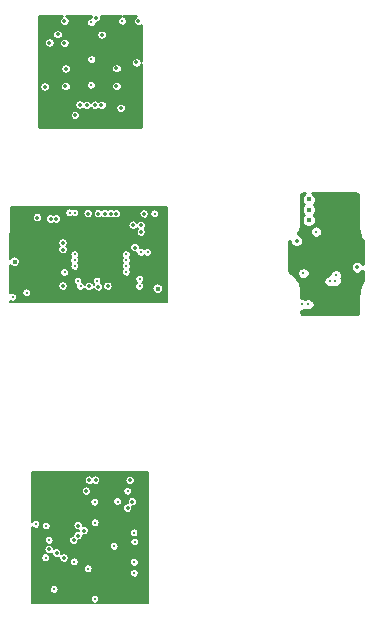
<source format=gbr>
G04 #@! TF.GenerationSoftware,KiCad,Pcbnew,(5.1.4)-1*
G04 #@! TF.CreationDate,2020-08-13T23:55:02-07:00*
G04 #@! TF.ProjectId,Kicad_LFOV_RigidFlex_Assembly,4b696361-645f-44c4-964f-565f52696769,rev?*
G04 #@! TF.SameCoordinates,Original*
G04 #@! TF.FileFunction,Copper,L2,Inr*
G04 #@! TF.FilePolarity,Positive*
%FSLAX46Y46*%
G04 Gerber Fmt 4.6, Leading zero omitted, Abs format (unit mm)*
G04 Created by KiCad (PCBNEW (5.1.4)-1) date 2020-08-13 23:55:02*
%MOMM*%
%LPD*%
G04 APERTURE LIST*
%ADD10C,0.350000*%
%ADD11C,0.300000*%
%ADD12C,0.450000*%
%ADD13C,0.152400*%
%ADD14C,0.254000*%
G04 APERTURE END LIST*
D10*
X103973020Y-87867180D03*
D11*
X105753560Y-114910560D03*
X109113980Y-115428720D03*
X126876200Y-91532400D03*
D12*
X100897080Y-89259100D03*
D11*
X100541480Y-92357900D03*
D12*
X102545580Y-118999600D03*
X129147620Y-85086840D03*
X129147620Y-85965680D03*
X129147620Y-86844520D03*
D11*
X127943660Y-87824960D03*
D12*
X110172780Y-75255980D03*
X110172780Y-73755980D03*
X104197780Y-73780980D03*
X104197780Y-75280980D03*
D11*
X107221680Y-73960680D03*
D10*
X105378910Y-87314730D03*
X111962980Y-109913598D03*
D12*
X129394000Y-88547040D03*
X112835080Y-91697502D03*
D11*
X126881280Y-90028720D03*
D12*
X108821880Y-90032100D03*
X107602680Y-88878100D03*
D11*
X108463780Y-111621400D03*
X106881320Y-91081359D03*
X103139900Y-92431560D03*
X106406380Y-118046600D03*
X110876780Y-114999600D03*
X111703980Y-117526400D03*
X109403580Y-112458600D03*
X107532920Y-113365060D03*
X109592460Y-118973600D03*
X110793780Y-112407800D03*
D10*
X108538960Y-109803600D03*
X103091100Y-71125960D03*
X110617780Y-77380980D03*
D12*
X107169570Y-70955980D03*
D10*
X107997780Y-71800980D03*
X103091100Y-69999300D03*
X109850580Y-86297460D03*
X111012780Y-74505980D03*
X111012780Y-75005980D03*
D11*
X129544000Y-92926280D03*
X126995130Y-93462350D03*
D10*
X102449020Y-108900920D03*
D11*
X109827060Y-71820820D03*
D12*
X100719280Y-90376700D03*
D11*
X109131980Y-114468200D03*
X109431480Y-110686200D03*
X111298380Y-92456960D03*
X110859320Y-116739000D03*
X104052980Y-118127520D03*
D10*
X103271980Y-75548180D03*
D12*
X125611940Y-85086840D03*
X125611940Y-86844520D03*
X125611940Y-85965680D03*
D11*
X126246940Y-87824960D03*
D10*
X103762200Y-86769900D03*
D11*
X112581080Y-86322860D03*
X125171098Y-91350480D03*
D10*
X104910620Y-69994220D03*
D11*
X100541480Y-93369500D03*
X111967080Y-89589300D03*
D10*
X111012780Y-73505980D03*
X106222780Y-77080980D03*
X108065640Y-77097580D03*
X111177780Y-69994220D03*
X129719000Y-90847560D03*
D11*
X125585491Y-93996491D03*
X109827060Y-69994220D03*
X107160720Y-75413560D03*
X105824429Y-86238789D03*
D10*
X105822780Y-77953446D03*
D11*
X105364940Y-86241580D03*
D10*
X105037780Y-74030980D03*
X104910620Y-71855980D03*
X108093440Y-71155980D03*
D11*
X127890798Y-91524882D03*
X127882700Y-92032980D03*
D10*
X111425380Y-87305840D03*
X108844700Y-86315667D03*
D11*
X101735280Y-93018300D03*
X107523980Y-112484000D03*
X103396440Y-112756640D03*
X110885220Y-114109600D03*
X107704280Y-92002300D03*
D10*
X102649680Y-86642900D03*
X110750420Y-87292460D03*
X109335167Y-86315667D03*
X106942280Y-86315667D03*
X104807410Y-92436202D03*
X104807410Y-92436202D03*
X104807410Y-92436202D03*
X104807410Y-92436202D03*
D12*
X112835080Y-92662701D03*
D11*
X110173900Y-90265640D03*
D10*
X104897580Y-115459200D03*
D11*
X110173900Y-90765640D03*
D10*
X110687060Y-110693607D03*
D11*
X110173900Y-91265640D03*
D10*
X110282380Y-111243400D03*
X110904680Y-89182900D03*
D11*
X125083732Y-93998748D03*
D10*
X124587498Y-88593870D03*
D11*
X110281180Y-109803600D03*
D10*
X107515640Y-77097580D03*
X107595060Y-69718880D03*
X107810295Y-86307867D03*
D11*
X111407600Y-89591840D03*
X127389280Y-92037860D03*
X110174620Y-89765640D03*
X107197780Y-70110980D03*
D10*
X106805379Y-77113579D03*
X110500820Y-108885680D03*
X111427920Y-87862780D03*
D11*
X103332980Y-115443600D03*
D10*
X104807410Y-88776500D03*
X104807410Y-89361970D03*
X103644976Y-114738600D03*
D11*
X105817060Y-89767100D03*
X103637780Y-113970400D03*
X105806900Y-90262400D03*
D10*
X104275280Y-115035020D03*
D11*
X105814520Y-90762780D03*
D10*
X105705300Y-113970760D03*
D11*
X104944709Y-91286020D03*
D10*
X106088840Y-113577060D03*
D11*
X106294580Y-92477280D03*
D10*
X107564580Y-108875520D03*
X107048960Y-92472200D03*
X107048960Y-108882678D03*
X106609540Y-113150340D03*
X107798260Y-92500140D03*
X106091380Y-112721080D03*
X108611981Y-92452801D03*
X111689540Y-86325400D03*
D11*
X106083080Y-92002300D03*
X106931980Y-116368200D03*
X110851380Y-115826800D03*
X107494320Y-110731400D03*
X102520180Y-112609280D03*
X105761040Y-115787000D03*
X110839180Y-113335400D03*
X107516180Y-118936600D03*
D10*
X106781180Y-109803600D03*
D11*
X111308540Y-91852440D03*
D10*
X108332297Y-86315667D03*
X104242510Y-86769900D03*
X105011880Y-75520240D03*
X103646180Y-71830980D03*
X109332780Y-74005980D03*
X109703360Y-77356560D03*
D11*
X107211580Y-73219060D03*
D10*
X104355540Y-71125960D03*
X109332780Y-75505980D03*
D13*
G36*
X112045180Y-119304400D02*
G01*
X107607766Y-119304400D01*
X107626614Y-119300651D01*
X107695514Y-119272111D01*
X107757524Y-119230678D01*
X107810258Y-119177944D01*
X107851691Y-119115934D01*
X107880231Y-119047034D01*
X107894780Y-118973889D01*
X107894780Y-118899311D01*
X107880231Y-118826166D01*
X107851691Y-118757266D01*
X107810258Y-118695256D01*
X107757524Y-118642522D01*
X107695514Y-118601089D01*
X107626614Y-118572549D01*
X107553469Y-118558000D01*
X107478891Y-118558000D01*
X107405746Y-118572549D01*
X107336846Y-118601089D01*
X107274836Y-118642522D01*
X107222102Y-118695256D01*
X107180669Y-118757266D01*
X107152129Y-118826166D01*
X107137580Y-118899311D01*
X107137580Y-118973889D01*
X107152129Y-119047034D01*
X107180669Y-119115934D01*
X107222102Y-119177944D01*
X107274836Y-119230678D01*
X107336846Y-119272111D01*
X107405746Y-119300651D01*
X107424594Y-119304400D01*
X102215380Y-119304400D01*
X102215380Y-118090231D01*
X103674380Y-118090231D01*
X103674380Y-118164809D01*
X103688929Y-118237954D01*
X103717469Y-118306854D01*
X103758902Y-118368864D01*
X103811636Y-118421598D01*
X103873646Y-118463031D01*
X103942546Y-118491571D01*
X104015691Y-118506120D01*
X104090269Y-118506120D01*
X104163414Y-118491571D01*
X104232314Y-118463031D01*
X104294324Y-118421598D01*
X104347058Y-118368864D01*
X104388491Y-118306854D01*
X104417031Y-118237954D01*
X104431580Y-118164809D01*
X104431580Y-118090231D01*
X104417031Y-118017086D01*
X104388491Y-117948186D01*
X104347058Y-117886176D01*
X104294324Y-117833442D01*
X104232314Y-117792009D01*
X104163414Y-117763469D01*
X104090269Y-117748920D01*
X104015691Y-117748920D01*
X103942546Y-117763469D01*
X103873646Y-117792009D01*
X103811636Y-117833442D01*
X103758902Y-117886176D01*
X103717469Y-117948186D01*
X103688929Y-118017086D01*
X103674380Y-118090231D01*
X102215380Y-118090231D01*
X102215380Y-116330911D01*
X106553380Y-116330911D01*
X106553380Y-116405489D01*
X106567929Y-116478634D01*
X106596469Y-116547534D01*
X106637902Y-116609544D01*
X106690636Y-116662278D01*
X106752646Y-116703711D01*
X106821546Y-116732251D01*
X106894691Y-116746800D01*
X106969269Y-116746800D01*
X107042414Y-116732251D01*
X107111314Y-116703711D01*
X107114307Y-116701711D01*
X110480720Y-116701711D01*
X110480720Y-116776289D01*
X110495269Y-116849434D01*
X110523809Y-116918334D01*
X110565242Y-116980344D01*
X110617976Y-117033078D01*
X110679986Y-117074511D01*
X110748886Y-117103051D01*
X110822031Y-117117600D01*
X110896609Y-117117600D01*
X110969754Y-117103051D01*
X111038654Y-117074511D01*
X111100664Y-117033078D01*
X111153398Y-116980344D01*
X111194831Y-116918334D01*
X111223371Y-116849434D01*
X111237920Y-116776289D01*
X111237920Y-116701711D01*
X111223371Y-116628566D01*
X111194831Y-116559666D01*
X111153398Y-116497656D01*
X111100664Y-116444922D01*
X111038654Y-116403489D01*
X110969754Y-116374949D01*
X110896609Y-116360400D01*
X110822031Y-116360400D01*
X110748886Y-116374949D01*
X110679986Y-116403489D01*
X110617976Y-116444922D01*
X110565242Y-116497656D01*
X110523809Y-116559666D01*
X110495269Y-116628566D01*
X110480720Y-116701711D01*
X107114307Y-116701711D01*
X107173324Y-116662278D01*
X107226058Y-116609544D01*
X107267491Y-116547534D01*
X107296031Y-116478634D01*
X107310580Y-116405489D01*
X107310580Y-116330911D01*
X107296031Y-116257766D01*
X107267491Y-116188866D01*
X107226058Y-116126856D01*
X107173324Y-116074122D01*
X107111314Y-116032689D01*
X107042414Y-116004149D01*
X106969269Y-115989600D01*
X106894691Y-115989600D01*
X106821546Y-116004149D01*
X106752646Y-116032689D01*
X106690636Y-116074122D01*
X106637902Y-116126856D01*
X106596469Y-116188866D01*
X106567929Y-116257766D01*
X106553380Y-116330911D01*
X102215380Y-116330911D01*
X102215380Y-115406311D01*
X102954380Y-115406311D01*
X102954380Y-115480889D01*
X102968929Y-115554034D01*
X102997469Y-115622934D01*
X103038902Y-115684944D01*
X103091636Y-115737678D01*
X103153646Y-115779111D01*
X103222546Y-115807651D01*
X103295691Y-115822200D01*
X103370269Y-115822200D01*
X103443414Y-115807651D01*
X103512314Y-115779111D01*
X103574324Y-115737678D01*
X103627058Y-115684944D01*
X103668491Y-115622934D01*
X103697031Y-115554034D01*
X103711580Y-115480889D01*
X103711580Y-115406311D01*
X103697031Y-115333166D01*
X103668491Y-115264266D01*
X103627058Y-115202256D01*
X103574324Y-115149522D01*
X103545622Y-115130344D01*
X103605225Y-115142200D01*
X103684727Y-115142200D01*
X103762702Y-115126690D01*
X103836152Y-115096266D01*
X103871680Y-115072527D01*
X103871680Y-115074771D01*
X103887190Y-115152746D01*
X103917614Y-115226196D01*
X103961783Y-115292300D01*
X104018000Y-115348517D01*
X104084104Y-115392686D01*
X104157554Y-115423110D01*
X104235529Y-115438620D01*
X104315031Y-115438620D01*
X104393006Y-115423110D01*
X104466456Y-115392686D01*
X104504338Y-115367374D01*
X104493980Y-115419449D01*
X104493980Y-115498951D01*
X104509490Y-115576926D01*
X104539914Y-115650376D01*
X104584083Y-115716480D01*
X104640300Y-115772697D01*
X104706404Y-115816866D01*
X104779854Y-115847290D01*
X104857829Y-115862800D01*
X104937331Y-115862800D01*
X105015306Y-115847290D01*
X105088756Y-115816866D01*
X105154860Y-115772697D01*
X105177846Y-115749711D01*
X105382440Y-115749711D01*
X105382440Y-115824289D01*
X105396989Y-115897434D01*
X105425529Y-115966334D01*
X105466962Y-116028344D01*
X105519696Y-116081078D01*
X105581706Y-116122511D01*
X105650606Y-116151051D01*
X105723751Y-116165600D01*
X105798329Y-116165600D01*
X105871474Y-116151051D01*
X105940374Y-116122511D01*
X106002384Y-116081078D01*
X106055118Y-116028344D01*
X106096551Y-115966334D01*
X106125091Y-115897434D01*
X106139640Y-115824289D01*
X106139640Y-115789511D01*
X110472780Y-115789511D01*
X110472780Y-115864089D01*
X110487329Y-115937234D01*
X110515869Y-116006134D01*
X110557302Y-116068144D01*
X110610036Y-116120878D01*
X110672046Y-116162311D01*
X110740946Y-116190851D01*
X110814091Y-116205400D01*
X110888669Y-116205400D01*
X110961814Y-116190851D01*
X111030714Y-116162311D01*
X111092724Y-116120878D01*
X111145458Y-116068144D01*
X111186891Y-116006134D01*
X111215431Y-115937234D01*
X111229980Y-115864089D01*
X111229980Y-115789511D01*
X111215431Y-115716366D01*
X111186891Y-115647466D01*
X111145458Y-115585456D01*
X111092724Y-115532722D01*
X111030714Y-115491289D01*
X110961814Y-115462749D01*
X110888669Y-115448200D01*
X110814091Y-115448200D01*
X110740946Y-115462749D01*
X110672046Y-115491289D01*
X110610036Y-115532722D01*
X110557302Y-115585456D01*
X110515869Y-115647466D01*
X110487329Y-115716366D01*
X110472780Y-115789511D01*
X106139640Y-115789511D01*
X106139640Y-115749711D01*
X106125091Y-115676566D01*
X106096551Y-115607666D01*
X106055118Y-115545656D01*
X106002384Y-115492922D01*
X105940374Y-115451489D01*
X105871474Y-115422949D01*
X105798329Y-115408400D01*
X105723751Y-115408400D01*
X105650606Y-115422949D01*
X105581706Y-115451489D01*
X105519696Y-115492922D01*
X105466962Y-115545656D01*
X105425529Y-115607666D01*
X105396989Y-115676566D01*
X105382440Y-115749711D01*
X105177846Y-115749711D01*
X105211077Y-115716480D01*
X105255246Y-115650376D01*
X105285670Y-115576926D01*
X105301180Y-115498951D01*
X105301180Y-115419449D01*
X105285670Y-115341474D01*
X105255246Y-115268024D01*
X105211077Y-115201920D01*
X105154860Y-115145703D01*
X105088756Y-115101534D01*
X105015306Y-115071110D01*
X104937331Y-115055600D01*
X104857829Y-115055600D01*
X104779854Y-115071110D01*
X104706404Y-115101534D01*
X104668522Y-115126846D01*
X104678880Y-115074771D01*
X104678880Y-114995269D01*
X104663370Y-114917294D01*
X104632946Y-114843844D01*
X104588777Y-114777740D01*
X104532560Y-114721523D01*
X104466456Y-114677354D01*
X104393006Y-114646930D01*
X104315031Y-114631420D01*
X104235529Y-114631420D01*
X104157554Y-114646930D01*
X104084104Y-114677354D01*
X104048576Y-114701093D01*
X104048576Y-114698849D01*
X104033066Y-114620874D01*
X104002642Y-114547424D01*
X103958473Y-114481320D01*
X103908064Y-114430911D01*
X108753380Y-114430911D01*
X108753380Y-114505489D01*
X108767929Y-114578634D01*
X108796469Y-114647534D01*
X108837902Y-114709544D01*
X108890636Y-114762278D01*
X108952646Y-114803711D01*
X109021546Y-114832251D01*
X109094691Y-114846800D01*
X109169269Y-114846800D01*
X109242414Y-114832251D01*
X109311314Y-114803711D01*
X109373324Y-114762278D01*
X109426058Y-114709544D01*
X109467491Y-114647534D01*
X109496031Y-114578634D01*
X109510580Y-114505489D01*
X109510580Y-114430911D01*
X109496031Y-114357766D01*
X109467491Y-114288866D01*
X109426058Y-114226856D01*
X109373324Y-114174122D01*
X109311314Y-114132689D01*
X109242414Y-114104149D01*
X109169269Y-114089600D01*
X109094691Y-114089600D01*
X109021546Y-114104149D01*
X108952646Y-114132689D01*
X108890636Y-114174122D01*
X108837902Y-114226856D01*
X108796469Y-114288866D01*
X108767929Y-114357766D01*
X108753380Y-114430911D01*
X103908064Y-114430911D01*
X103902256Y-114425103D01*
X103836152Y-114380934D01*
X103762702Y-114350510D01*
X103715090Y-114341040D01*
X103748214Y-114334451D01*
X103817114Y-114305911D01*
X103879124Y-114264478D01*
X103931858Y-114211744D01*
X103973291Y-114149734D01*
X104001831Y-114080834D01*
X104016380Y-114007689D01*
X104016380Y-113933111D01*
X104015962Y-113931009D01*
X105301700Y-113931009D01*
X105301700Y-114010511D01*
X105317210Y-114088486D01*
X105347634Y-114161936D01*
X105391803Y-114228040D01*
X105448020Y-114284257D01*
X105514124Y-114328426D01*
X105587574Y-114358850D01*
X105665549Y-114374360D01*
X105745051Y-114374360D01*
X105823026Y-114358850D01*
X105896476Y-114328426D01*
X105962580Y-114284257D01*
X106018797Y-114228040D01*
X106062966Y-114161936D01*
X106093390Y-114088486D01*
X106096607Y-114072311D01*
X110506620Y-114072311D01*
X110506620Y-114146889D01*
X110521169Y-114220034D01*
X110549709Y-114288934D01*
X110591142Y-114350944D01*
X110643876Y-114403678D01*
X110705886Y-114445111D01*
X110774786Y-114473651D01*
X110847931Y-114488200D01*
X110922509Y-114488200D01*
X110995654Y-114473651D01*
X111064554Y-114445111D01*
X111126564Y-114403678D01*
X111179298Y-114350944D01*
X111220731Y-114288934D01*
X111249271Y-114220034D01*
X111263820Y-114146889D01*
X111263820Y-114072311D01*
X111249271Y-113999166D01*
X111220731Y-113930266D01*
X111179298Y-113868256D01*
X111126564Y-113815522D01*
X111064554Y-113774089D01*
X110995654Y-113745549D01*
X110922509Y-113731000D01*
X110847931Y-113731000D01*
X110774786Y-113745549D01*
X110705886Y-113774089D01*
X110643876Y-113815522D01*
X110591142Y-113868256D01*
X110549709Y-113930266D01*
X110521169Y-113999166D01*
X110506620Y-114072311D01*
X106096607Y-114072311D01*
X106108900Y-114010511D01*
X106108900Y-113980660D01*
X106128591Y-113980660D01*
X106206566Y-113965150D01*
X106280016Y-113934726D01*
X106346120Y-113890557D01*
X106402337Y-113834340D01*
X106446506Y-113768236D01*
X106476930Y-113694786D01*
X106492440Y-113616811D01*
X106492440Y-113538555D01*
X106569789Y-113553940D01*
X106649291Y-113553940D01*
X106727266Y-113538430D01*
X106800716Y-113508006D01*
X106866820Y-113463837D01*
X106923037Y-113407620D01*
X106967206Y-113341516D01*
X106985184Y-113298111D01*
X110460580Y-113298111D01*
X110460580Y-113372689D01*
X110475129Y-113445834D01*
X110503669Y-113514734D01*
X110545102Y-113576744D01*
X110597836Y-113629478D01*
X110659846Y-113670911D01*
X110728746Y-113699451D01*
X110801891Y-113714000D01*
X110876469Y-113714000D01*
X110949614Y-113699451D01*
X111018514Y-113670911D01*
X111080524Y-113629478D01*
X111133258Y-113576744D01*
X111174691Y-113514734D01*
X111203231Y-113445834D01*
X111217780Y-113372689D01*
X111217780Y-113298111D01*
X111203231Y-113224966D01*
X111174691Y-113156066D01*
X111133258Y-113094056D01*
X111080524Y-113041322D01*
X111018514Y-112999889D01*
X110949614Y-112971349D01*
X110876469Y-112956800D01*
X110801891Y-112956800D01*
X110728746Y-112971349D01*
X110659846Y-112999889D01*
X110597836Y-113041322D01*
X110545102Y-113094056D01*
X110503669Y-113156066D01*
X110475129Y-113224966D01*
X110460580Y-113298111D01*
X106985184Y-113298111D01*
X106997630Y-113268066D01*
X107013140Y-113190091D01*
X107013140Y-113110589D01*
X106997630Y-113032614D01*
X106967206Y-112959164D01*
X106923037Y-112893060D01*
X106866820Y-112836843D01*
X106800716Y-112792674D01*
X106727266Y-112762250D01*
X106649291Y-112746740D01*
X106569789Y-112746740D01*
X106494817Y-112761653D01*
X106494980Y-112760831D01*
X106494980Y-112681329D01*
X106479470Y-112603354D01*
X106449046Y-112529904D01*
X106404877Y-112463800D01*
X106387788Y-112446711D01*
X107145380Y-112446711D01*
X107145380Y-112521289D01*
X107159929Y-112594434D01*
X107188469Y-112663334D01*
X107229902Y-112725344D01*
X107282636Y-112778078D01*
X107344646Y-112819511D01*
X107413546Y-112848051D01*
X107486691Y-112862600D01*
X107561269Y-112862600D01*
X107634414Y-112848051D01*
X107703314Y-112819511D01*
X107765324Y-112778078D01*
X107818058Y-112725344D01*
X107859491Y-112663334D01*
X107888031Y-112594434D01*
X107902580Y-112521289D01*
X107902580Y-112446711D01*
X107888031Y-112373566D01*
X107859491Y-112304666D01*
X107818058Y-112242656D01*
X107765324Y-112189922D01*
X107703314Y-112148489D01*
X107634414Y-112119949D01*
X107561269Y-112105400D01*
X107486691Y-112105400D01*
X107413546Y-112119949D01*
X107344646Y-112148489D01*
X107282636Y-112189922D01*
X107229902Y-112242656D01*
X107188469Y-112304666D01*
X107159929Y-112373566D01*
X107145380Y-112446711D01*
X106387788Y-112446711D01*
X106348660Y-112407583D01*
X106282556Y-112363414D01*
X106209106Y-112332990D01*
X106131131Y-112317480D01*
X106051629Y-112317480D01*
X105973654Y-112332990D01*
X105900204Y-112363414D01*
X105834100Y-112407583D01*
X105777883Y-112463800D01*
X105733714Y-112529904D01*
X105703290Y-112603354D01*
X105687780Y-112681329D01*
X105687780Y-112760831D01*
X105703290Y-112838806D01*
X105733714Y-112912256D01*
X105777883Y-112978360D01*
X105834100Y-113034577D01*
X105900204Y-113078746D01*
X105973654Y-113109170D01*
X106051629Y-113124680D01*
X106131131Y-113124680D01*
X106206103Y-113109767D01*
X106205940Y-113110589D01*
X106205940Y-113188845D01*
X106128591Y-113173460D01*
X106049089Y-113173460D01*
X105971114Y-113188970D01*
X105897664Y-113219394D01*
X105831560Y-113263563D01*
X105775343Y-113319780D01*
X105731174Y-113385884D01*
X105700750Y-113459334D01*
X105685240Y-113537309D01*
X105685240Y-113567160D01*
X105665549Y-113567160D01*
X105587574Y-113582670D01*
X105514124Y-113613094D01*
X105448020Y-113657263D01*
X105391803Y-113713480D01*
X105347634Y-113779584D01*
X105317210Y-113853034D01*
X105301700Y-113931009D01*
X104015962Y-113931009D01*
X104001831Y-113859966D01*
X103973291Y-113791066D01*
X103931858Y-113729056D01*
X103879124Y-113676322D01*
X103817114Y-113634889D01*
X103748214Y-113606349D01*
X103675069Y-113591800D01*
X103600491Y-113591800D01*
X103527346Y-113606349D01*
X103458446Y-113634889D01*
X103396436Y-113676322D01*
X103343702Y-113729056D01*
X103302269Y-113791066D01*
X103273729Y-113859966D01*
X103259180Y-113933111D01*
X103259180Y-114007689D01*
X103273729Y-114080834D01*
X103302269Y-114149734D01*
X103343702Y-114211744D01*
X103396436Y-114264478D01*
X103458446Y-114305911D01*
X103527346Y-114334451D01*
X103567666Y-114342471D01*
X103527250Y-114350510D01*
X103453800Y-114380934D01*
X103387696Y-114425103D01*
X103331479Y-114481320D01*
X103287310Y-114547424D01*
X103256886Y-114620874D01*
X103241376Y-114698849D01*
X103241376Y-114778351D01*
X103256886Y-114856326D01*
X103287310Y-114929776D01*
X103331479Y-114995880D01*
X103387696Y-115052097D01*
X103422579Y-115075405D01*
X103370269Y-115065000D01*
X103295691Y-115065000D01*
X103222546Y-115079549D01*
X103153646Y-115108089D01*
X103091636Y-115149522D01*
X103038902Y-115202256D01*
X102997469Y-115264266D01*
X102968929Y-115333166D01*
X102954380Y-115406311D01*
X102215380Y-115406311D01*
X102215380Y-112834577D01*
X102226102Y-112850624D01*
X102278836Y-112903358D01*
X102340846Y-112944791D01*
X102409746Y-112973331D01*
X102482891Y-112987880D01*
X102557469Y-112987880D01*
X102630614Y-112973331D01*
X102699514Y-112944791D01*
X102761524Y-112903358D01*
X102814258Y-112850624D01*
X102855691Y-112788614D01*
X102884231Y-112719714D01*
X102884303Y-112719351D01*
X103017840Y-112719351D01*
X103017840Y-112793929D01*
X103032389Y-112867074D01*
X103060929Y-112935974D01*
X103102362Y-112997984D01*
X103155096Y-113050718D01*
X103217106Y-113092151D01*
X103286006Y-113120691D01*
X103359151Y-113135240D01*
X103433729Y-113135240D01*
X103506874Y-113120691D01*
X103575774Y-113092151D01*
X103637784Y-113050718D01*
X103690518Y-112997984D01*
X103731951Y-112935974D01*
X103760491Y-112867074D01*
X103775040Y-112793929D01*
X103775040Y-112719351D01*
X103760491Y-112646206D01*
X103731951Y-112577306D01*
X103690518Y-112515296D01*
X103637784Y-112462562D01*
X103575774Y-112421129D01*
X103506874Y-112392589D01*
X103433729Y-112378040D01*
X103359151Y-112378040D01*
X103286006Y-112392589D01*
X103217106Y-112421129D01*
X103155096Y-112462562D01*
X103102362Y-112515296D01*
X103060929Y-112577306D01*
X103032389Y-112646206D01*
X103017840Y-112719351D01*
X102884303Y-112719351D01*
X102898780Y-112646569D01*
X102898780Y-112571991D01*
X102884231Y-112498846D01*
X102855691Y-112429946D01*
X102814258Y-112367936D01*
X102761524Y-112315202D01*
X102699514Y-112273769D01*
X102630614Y-112245229D01*
X102557469Y-112230680D01*
X102482891Y-112230680D01*
X102409746Y-112245229D01*
X102340846Y-112273769D01*
X102278836Y-112315202D01*
X102226102Y-112367936D01*
X102215380Y-112383983D01*
X102215380Y-111203649D01*
X109878780Y-111203649D01*
X109878780Y-111283151D01*
X109894290Y-111361126D01*
X109924714Y-111434576D01*
X109968883Y-111500680D01*
X110025100Y-111556897D01*
X110091204Y-111601066D01*
X110164654Y-111631490D01*
X110242629Y-111647000D01*
X110322131Y-111647000D01*
X110400106Y-111631490D01*
X110473556Y-111601066D01*
X110539660Y-111556897D01*
X110595877Y-111500680D01*
X110640046Y-111434576D01*
X110670470Y-111361126D01*
X110685980Y-111283151D01*
X110685980Y-111203649D01*
X110670470Y-111125674D01*
X110658679Y-111097207D01*
X110726811Y-111097207D01*
X110804786Y-111081697D01*
X110878236Y-111051273D01*
X110944340Y-111007104D01*
X111000557Y-110950887D01*
X111044726Y-110884783D01*
X111075150Y-110811333D01*
X111090660Y-110733358D01*
X111090660Y-110653856D01*
X111075150Y-110575881D01*
X111044726Y-110502431D01*
X111000557Y-110436327D01*
X110944340Y-110380110D01*
X110878236Y-110335941D01*
X110804786Y-110305517D01*
X110726811Y-110290007D01*
X110647309Y-110290007D01*
X110569334Y-110305517D01*
X110495884Y-110335941D01*
X110429780Y-110380110D01*
X110373563Y-110436327D01*
X110329394Y-110502431D01*
X110298970Y-110575881D01*
X110283460Y-110653856D01*
X110283460Y-110733358D01*
X110298970Y-110811333D01*
X110310761Y-110839800D01*
X110242629Y-110839800D01*
X110164654Y-110855310D01*
X110091204Y-110885734D01*
X110025100Y-110929903D01*
X109968883Y-110986120D01*
X109924714Y-111052224D01*
X109894290Y-111125674D01*
X109878780Y-111203649D01*
X102215380Y-111203649D01*
X102215380Y-110694111D01*
X107115720Y-110694111D01*
X107115720Y-110768689D01*
X107130269Y-110841834D01*
X107158809Y-110910734D01*
X107200242Y-110972744D01*
X107252976Y-111025478D01*
X107314986Y-111066911D01*
X107383886Y-111095451D01*
X107457031Y-111110000D01*
X107531609Y-111110000D01*
X107604754Y-111095451D01*
X107673654Y-111066911D01*
X107735664Y-111025478D01*
X107788398Y-110972744D01*
X107829831Y-110910734D01*
X107858371Y-110841834D01*
X107872920Y-110768689D01*
X107872920Y-110694111D01*
X107863930Y-110648911D01*
X109052880Y-110648911D01*
X109052880Y-110723489D01*
X109067429Y-110796634D01*
X109095969Y-110865534D01*
X109137402Y-110927544D01*
X109190136Y-110980278D01*
X109252146Y-111021711D01*
X109321046Y-111050251D01*
X109394191Y-111064800D01*
X109468769Y-111064800D01*
X109541914Y-111050251D01*
X109610814Y-111021711D01*
X109672824Y-110980278D01*
X109725558Y-110927544D01*
X109766991Y-110865534D01*
X109795531Y-110796634D01*
X109810080Y-110723489D01*
X109810080Y-110648911D01*
X109795531Y-110575766D01*
X109766991Y-110506866D01*
X109725558Y-110444856D01*
X109672824Y-110392122D01*
X109610814Y-110350689D01*
X109541914Y-110322149D01*
X109468769Y-110307600D01*
X109394191Y-110307600D01*
X109321046Y-110322149D01*
X109252146Y-110350689D01*
X109190136Y-110392122D01*
X109137402Y-110444856D01*
X109095969Y-110506866D01*
X109067429Y-110575766D01*
X109052880Y-110648911D01*
X107863930Y-110648911D01*
X107858371Y-110620966D01*
X107829831Y-110552066D01*
X107788398Y-110490056D01*
X107735664Y-110437322D01*
X107673654Y-110395889D01*
X107604754Y-110367349D01*
X107531609Y-110352800D01*
X107457031Y-110352800D01*
X107383886Y-110367349D01*
X107314986Y-110395889D01*
X107252976Y-110437322D01*
X107200242Y-110490056D01*
X107158809Y-110552066D01*
X107130269Y-110620966D01*
X107115720Y-110694111D01*
X102215380Y-110694111D01*
X102215380Y-109763849D01*
X106377580Y-109763849D01*
X106377580Y-109843351D01*
X106393090Y-109921326D01*
X106423514Y-109994776D01*
X106467683Y-110060880D01*
X106523900Y-110117097D01*
X106590004Y-110161266D01*
X106663454Y-110191690D01*
X106741429Y-110207200D01*
X106820931Y-110207200D01*
X106898906Y-110191690D01*
X106972356Y-110161266D01*
X107038460Y-110117097D01*
X107094677Y-110060880D01*
X107138846Y-109994776D01*
X107169270Y-109921326D01*
X107184780Y-109843351D01*
X107184780Y-109766311D01*
X109902580Y-109766311D01*
X109902580Y-109840889D01*
X109917129Y-109914034D01*
X109945669Y-109982934D01*
X109987102Y-110044944D01*
X110039836Y-110097678D01*
X110101846Y-110139111D01*
X110170746Y-110167651D01*
X110243891Y-110182200D01*
X110318469Y-110182200D01*
X110391614Y-110167651D01*
X110460514Y-110139111D01*
X110522524Y-110097678D01*
X110575258Y-110044944D01*
X110616691Y-109982934D01*
X110645231Y-109914034D01*
X110659780Y-109840889D01*
X110659780Y-109766311D01*
X110645231Y-109693166D01*
X110616691Y-109624266D01*
X110575258Y-109562256D01*
X110522524Y-109509522D01*
X110460514Y-109468089D01*
X110391614Y-109439549D01*
X110318469Y-109425000D01*
X110243891Y-109425000D01*
X110170746Y-109439549D01*
X110101846Y-109468089D01*
X110039836Y-109509522D01*
X109987102Y-109562256D01*
X109945669Y-109624266D01*
X109917129Y-109693166D01*
X109902580Y-109766311D01*
X107184780Y-109766311D01*
X107184780Y-109763849D01*
X107169270Y-109685874D01*
X107138846Y-109612424D01*
X107094677Y-109546320D01*
X107038460Y-109490103D01*
X106972356Y-109445934D01*
X106898906Y-109415510D01*
X106820931Y-109400000D01*
X106741429Y-109400000D01*
X106663454Y-109415510D01*
X106590004Y-109445934D01*
X106523900Y-109490103D01*
X106467683Y-109546320D01*
X106423514Y-109612424D01*
X106393090Y-109685874D01*
X106377580Y-109763849D01*
X102215380Y-109763849D01*
X102215380Y-108842927D01*
X106645360Y-108842927D01*
X106645360Y-108922429D01*
X106660870Y-109000404D01*
X106691294Y-109073854D01*
X106735463Y-109139958D01*
X106791680Y-109196175D01*
X106857784Y-109240344D01*
X106931234Y-109270768D01*
X107009209Y-109286278D01*
X107088711Y-109286278D01*
X107166686Y-109270768D01*
X107240136Y-109240344D01*
X107306240Y-109196175D01*
X107310955Y-109191460D01*
X107373404Y-109233186D01*
X107446854Y-109263610D01*
X107524829Y-109279120D01*
X107604331Y-109279120D01*
X107682306Y-109263610D01*
X107755756Y-109233186D01*
X107821860Y-109189017D01*
X107878077Y-109132800D01*
X107922246Y-109066696D01*
X107952670Y-108993246D01*
X107968180Y-108915271D01*
X107968180Y-108845929D01*
X110097220Y-108845929D01*
X110097220Y-108925431D01*
X110112730Y-109003406D01*
X110143154Y-109076856D01*
X110187323Y-109142960D01*
X110243540Y-109199177D01*
X110309644Y-109243346D01*
X110383094Y-109273770D01*
X110461069Y-109289280D01*
X110540571Y-109289280D01*
X110618546Y-109273770D01*
X110691996Y-109243346D01*
X110758100Y-109199177D01*
X110814317Y-109142960D01*
X110858486Y-109076856D01*
X110888910Y-109003406D01*
X110904420Y-108925431D01*
X110904420Y-108845929D01*
X110888910Y-108767954D01*
X110858486Y-108694504D01*
X110814317Y-108628400D01*
X110758100Y-108572183D01*
X110691996Y-108528014D01*
X110618546Y-108497590D01*
X110540571Y-108482080D01*
X110461069Y-108482080D01*
X110383094Y-108497590D01*
X110309644Y-108528014D01*
X110243540Y-108572183D01*
X110187323Y-108628400D01*
X110143154Y-108694504D01*
X110112730Y-108767954D01*
X110097220Y-108845929D01*
X107968180Y-108845929D01*
X107968180Y-108835769D01*
X107952670Y-108757794D01*
X107922246Y-108684344D01*
X107878077Y-108618240D01*
X107821860Y-108562023D01*
X107755756Y-108517854D01*
X107682306Y-108487430D01*
X107604331Y-108471920D01*
X107524829Y-108471920D01*
X107446854Y-108487430D01*
X107373404Y-108517854D01*
X107307300Y-108562023D01*
X107302585Y-108566738D01*
X107240136Y-108525012D01*
X107166686Y-108494588D01*
X107088711Y-108479078D01*
X107009209Y-108479078D01*
X106931234Y-108494588D01*
X106857784Y-108525012D01*
X106791680Y-108569181D01*
X106735463Y-108625398D01*
X106691294Y-108691502D01*
X106660870Y-108764952D01*
X106645360Y-108842927D01*
X102215380Y-108842927D01*
X102215380Y-108179200D01*
X112045180Y-108179200D01*
X112045180Y-119304400D01*
X112045180Y-119304400D01*
G37*
X112045180Y-119304400D02*
X107607766Y-119304400D01*
X107626614Y-119300651D01*
X107695514Y-119272111D01*
X107757524Y-119230678D01*
X107810258Y-119177944D01*
X107851691Y-119115934D01*
X107880231Y-119047034D01*
X107894780Y-118973889D01*
X107894780Y-118899311D01*
X107880231Y-118826166D01*
X107851691Y-118757266D01*
X107810258Y-118695256D01*
X107757524Y-118642522D01*
X107695514Y-118601089D01*
X107626614Y-118572549D01*
X107553469Y-118558000D01*
X107478891Y-118558000D01*
X107405746Y-118572549D01*
X107336846Y-118601089D01*
X107274836Y-118642522D01*
X107222102Y-118695256D01*
X107180669Y-118757266D01*
X107152129Y-118826166D01*
X107137580Y-118899311D01*
X107137580Y-118973889D01*
X107152129Y-119047034D01*
X107180669Y-119115934D01*
X107222102Y-119177944D01*
X107274836Y-119230678D01*
X107336846Y-119272111D01*
X107405746Y-119300651D01*
X107424594Y-119304400D01*
X102215380Y-119304400D01*
X102215380Y-118090231D01*
X103674380Y-118090231D01*
X103674380Y-118164809D01*
X103688929Y-118237954D01*
X103717469Y-118306854D01*
X103758902Y-118368864D01*
X103811636Y-118421598D01*
X103873646Y-118463031D01*
X103942546Y-118491571D01*
X104015691Y-118506120D01*
X104090269Y-118506120D01*
X104163414Y-118491571D01*
X104232314Y-118463031D01*
X104294324Y-118421598D01*
X104347058Y-118368864D01*
X104388491Y-118306854D01*
X104417031Y-118237954D01*
X104431580Y-118164809D01*
X104431580Y-118090231D01*
X104417031Y-118017086D01*
X104388491Y-117948186D01*
X104347058Y-117886176D01*
X104294324Y-117833442D01*
X104232314Y-117792009D01*
X104163414Y-117763469D01*
X104090269Y-117748920D01*
X104015691Y-117748920D01*
X103942546Y-117763469D01*
X103873646Y-117792009D01*
X103811636Y-117833442D01*
X103758902Y-117886176D01*
X103717469Y-117948186D01*
X103688929Y-118017086D01*
X103674380Y-118090231D01*
X102215380Y-118090231D01*
X102215380Y-116330911D01*
X106553380Y-116330911D01*
X106553380Y-116405489D01*
X106567929Y-116478634D01*
X106596469Y-116547534D01*
X106637902Y-116609544D01*
X106690636Y-116662278D01*
X106752646Y-116703711D01*
X106821546Y-116732251D01*
X106894691Y-116746800D01*
X106969269Y-116746800D01*
X107042414Y-116732251D01*
X107111314Y-116703711D01*
X107114307Y-116701711D01*
X110480720Y-116701711D01*
X110480720Y-116776289D01*
X110495269Y-116849434D01*
X110523809Y-116918334D01*
X110565242Y-116980344D01*
X110617976Y-117033078D01*
X110679986Y-117074511D01*
X110748886Y-117103051D01*
X110822031Y-117117600D01*
X110896609Y-117117600D01*
X110969754Y-117103051D01*
X111038654Y-117074511D01*
X111100664Y-117033078D01*
X111153398Y-116980344D01*
X111194831Y-116918334D01*
X111223371Y-116849434D01*
X111237920Y-116776289D01*
X111237920Y-116701711D01*
X111223371Y-116628566D01*
X111194831Y-116559666D01*
X111153398Y-116497656D01*
X111100664Y-116444922D01*
X111038654Y-116403489D01*
X110969754Y-116374949D01*
X110896609Y-116360400D01*
X110822031Y-116360400D01*
X110748886Y-116374949D01*
X110679986Y-116403489D01*
X110617976Y-116444922D01*
X110565242Y-116497656D01*
X110523809Y-116559666D01*
X110495269Y-116628566D01*
X110480720Y-116701711D01*
X107114307Y-116701711D01*
X107173324Y-116662278D01*
X107226058Y-116609544D01*
X107267491Y-116547534D01*
X107296031Y-116478634D01*
X107310580Y-116405489D01*
X107310580Y-116330911D01*
X107296031Y-116257766D01*
X107267491Y-116188866D01*
X107226058Y-116126856D01*
X107173324Y-116074122D01*
X107111314Y-116032689D01*
X107042414Y-116004149D01*
X106969269Y-115989600D01*
X106894691Y-115989600D01*
X106821546Y-116004149D01*
X106752646Y-116032689D01*
X106690636Y-116074122D01*
X106637902Y-116126856D01*
X106596469Y-116188866D01*
X106567929Y-116257766D01*
X106553380Y-116330911D01*
X102215380Y-116330911D01*
X102215380Y-115406311D01*
X102954380Y-115406311D01*
X102954380Y-115480889D01*
X102968929Y-115554034D01*
X102997469Y-115622934D01*
X103038902Y-115684944D01*
X103091636Y-115737678D01*
X103153646Y-115779111D01*
X103222546Y-115807651D01*
X103295691Y-115822200D01*
X103370269Y-115822200D01*
X103443414Y-115807651D01*
X103512314Y-115779111D01*
X103574324Y-115737678D01*
X103627058Y-115684944D01*
X103668491Y-115622934D01*
X103697031Y-115554034D01*
X103711580Y-115480889D01*
X103711580Y-115406311D01*
X103697031Y-115333166D01*
X103668491Y-115264266D01*
X103627058Y-115202256D01*
X103574324Y-115149522D01*
X103545622Y-115130344D01*
X103605225Y-115142200D01*
X103684727Y-115142200D01*
X103762702Y-115126690D01*
X103836152Y-115096266D01*
X103871680Y-115072527D01*
X103871680Y-115074771D01*
X103887190Y-115152746D01*
X103917614Y-115226196D01*
X103961783Y-115292300D01*
X104018000Y-115348517D01*
X104084104Y-115392686D01*
X104157554Y-115423110D01*
X104235529Y-115438620D01*
X104315031Y-115438620D01*
X104393006Y-115423110D01*
X104466456Y-115392686D01*
X104504338Y-115367374D01*
X104493980Y-115419449D01*
X104493980Y-115498951D01*
X104509490Y-115576926D01*
X104539914Y-115650376D01*
X104584083Y-115716480D01*
X104640300Y-115772697D01*
X104706404Y-115816866D01*
X104779854Y-115847290D01*
X104857829Y-115862800D01*
X104937331Y-115862800D01*
X105015306Y-115847290D01*
X105088756Y-115816866D01*
X105154860Y-115772697D01*
X105177846Y-115749711D01*
X105382440Y-115749711D01*
X105382440Y-115824289D01*
X105396989Y-115897434D01*
X105425529Y-115966334D01*
X105466962Y-116028344D01*
X105519696Y-116081078D01*
X105581706Y-116122511D01*
X105650606Y-116151051D01*
X105723751Y-116165600D01*
X105798329Y-116165600D01*
X105871474Y-116151051D01*
X105940374Y-116122511D01*
X106002384Y-116081078D01*
X106055118Y-116028344D01*
X106096551Y-115966334D01*
X106125091Y-115897434D01*
X106139640Y-115824289D01*
X106139640Y-115789511D01*
X110472780Y-115789511D01*
X110472780Y-115864089D01*
X110487329Y-115937234D01*
X110515869Y-116006134D01*
X110557302Y-116068144D01*
X110610036Y-116120878D01*
X110672046Y-116162311D01*
X110740946Y-116190851D01*
X110814091Y-116205400D01*
X110888669Y-116205400D01*
X110961814Y-116190851D01*
X111030714Y-116162311D01*
X111092724Y-116120878D01*
X111145458Y-116068144D01*
X111186891Y-116006134D01*
X111215431Y-115937234D01*
X111229980Y-115864089D01*
X111229980Y-115789511D01*
X111215431Y-115716366D01*
X111186891Y-115647466D01*
X111145458Y-115585456D01*
X111092724Y-115532722D01*
X111030714Y-115491289D01*
X110961814Y-115462749D01*
X110888669Y-115448200D01*
X110814091Y-115448200D01*
X110740946Y-115462749D01*
X110672046Y-115491289D01*
X110610036Y-115532722D01*
X110557302Y-115585456D01*
X110515869Y-115647466D01*
X110487329Y-115716366D01*
X110472780Y-115789511D01*
X106139640Y-115789511D01*
X106139640Y-115749711D01*
X106125091Y-115676566D01*
X106096551Y-115607666D01*
X106055118Y-115545656D01*
X106002384Y-115492922D01*
X105940374Y-115451489D01*
X105871474Y-115422949D01*
X105798329Y-115408400D01*
X105723751Y-115408400D01*
X105650606Y-115422949D01*
X105581706Y-115451489D01*
X105519696Y-115492922D01*
X105466962Y-115545656D01*
X105425529Y-115607666D01*
X105396989Y-115676566D01*
X105382440Y-115749711D01*
X105177846Y-115749711D01*
X105211077Y-115716480D01*
X105255246Y-115650376D01*
X105285670Y-115576926D01*
X105301180Y-115498951D01*
X105301180Y-115419449D01*
X105285670Y-115341474D01*
X105255246Y-115268024D01*
X105211077Y-115201920D01*
X105154860Y-115145703D01*
X105088756Y-115101534D01*
X105015306Y-115071110D01*
X104937331Y-115055600D01*
X104857829Y-115055600D01*
X104779854Y-115071110D01*
X104706404Y-115101534D01*
X104668522Y-115126846D01*
X104678880Y-115074771D01*
X104678880Y-114995269D01*
X104663370Y-114917294D01*
X104632946Y-114843844D01*
X104588777Y-114777740D01*
X104532560Y-114721523D01*
X104466456Y-114677354D01*
X104393006Y-114646930D01*
X104315031Y-114631420D01*
X104235529Y-114631420D01*
X104157554Y-114646930D01*
X104084104Y-114677354D01*
X104048576Y-114701093D01*
X104048576Y-114698849D01*
X104033066Y-114620874D01*
X104002642Y-114547424D01*
X103958473Y-114481320D01*
X103908064Y-114430911D01*
X108753380Y-114430911D01*
X108753380Y-114505489D01*
X108767929Y-114578634D01*
X108796469Y-114647534D01*
X108837902Y-114709544D01*
X108890636Y-114762278D01*
X108952646Y-114803711D01*
X109021546Y-114832251D01*
X109094691Y-114846800D01*
X109169269Y-114846800D01*
X109242414Y-114832251D01*
X109311314Y-114803711D01*
X109373324Y-114762278D01*
X109426058Y-114709544D01*
X109467491Y-114647534D01*
X109496031Y-114578634D01*
X109510580Y-114505489D01*
X109510580Y-114430911D01*
X109496031Y-114357766D01*
X109467491Y-114288866D01*
X109426058Y-114226856D01*
X109373324Y-114174122D01*
X109311314Y-114132689D01*
X109242414Y-114104149D01*
X109169269Y-114089600D01*
X109094691Y-114089600D01*
X109021546Y-114104149D01*
X108952646Y-114132689D01*
X108890636Y-114174122D01*
X108837902Y-114226856D01*
X108796469Y-114288866D01*
X108767929Y-114357766D01*
X108753380Y-114430911D01*
X103908064Y-114430911D01*
X103902256Y-114425103D01*
X103836152Y-114380934D01*
X103762702Y-114350510D01*
X103715090Y-114341040D01*
X103748214Y-114334451D01*
X103817114Y-114305911D01*
X103879124Y-114264478D01*
X103931858Y-114211744D01*
X103973291Y-114149734D01*
X104001831Y-114080834D01*
X104016380Y-114007689D01*
X104016380Y-113933111D01*
X104015962Y-113931009D01*
X105301700Y-113931009D01*
X105301700Y-114010511D01*
X105317210Y-114088486D01*
X105347634Y-114161936D01*
X105391803Y-114228040D01*
X105448020Y-114284257D01*
X105514124Y-114328426D01*
X105587574Y-114358850D01*
X105665549Y-114374360D01*
X105745051Y-114374360D01*
X105823026Y-114358850D01*
X105896476Y-114328426D01*
X105962580Y-114284257D01*
X106018797Y-114228040D01*
X106062966Y-114161936D01*
X106093390Y-114088486D01*
X106096607Y-114072311D01*
X110506620Y-114072311D01*
X110506620Y-114146889D01*
X110521169Y-114220034D01*
X110549709Y-114288934D01*
X110591142Y-114350944D01*
X110643876Y-114403678D01*
X110705886Y-114445111D01*
X110774786Y-114473651D01*
X110847931Y-114488200D01*
X110922509Y-114488200D01*
X110995654Y-114473651D01*
X111064554Y-114445111D01*
X111126564Y-114403678D01*
X111179298Y-114350944D01*
X111220731Y-114288934D01*
X111249271Y-114220034D01*
X111263820Y-114146889D01*
X111263820Y-114072311D01*
X111249271Y-113999166D01*
X111220731Y-113930266D01*
X111179298Y-113868256D01*
X111126564Y-113815522D01*
X111064554Y-113774089D01*
X110995654Y-113745549D01*
X110922509Y-113731000D01*
X110847931Y-113731000D01*
X110774786Y-113745549D01*
X110705886Y-113774089D01*
X110643876Y-113815522D01*
X110591142Y-113868256D01*
X110549709Y-113930266D01*
X110521169Y-113999166D01*
X110506620Y-114072311D01*
X106096607Y-114072311D01*
X106108900Y-114010511D01*
X106108900Y-113980660D01*
X106128591Y-113980660D01*
X106206566Y-113965150D01*
X106280016Y-113934726D01*
X106346120Y-113890557D01*
X106402337Y-113834340D01*
X106446506Y-113768236D01*
X106476930Y-113694786D01*
X106492440Y-113616811D01*
X106492440Y-113538555D01*
X106569789Y-113553940D01*
X106649291Y-113553940D01*
X106727266Y-113538430D01*
X106800716Y-113508006D01*
X106866820Y-113463837D01*
X106923037Y-113407620D01*
X106967206Y-113341516D01*
X106985184Y-113298111D01*
X110460580Y-113298111D01*
X110460580Y-113372689D01*
X110475129Y-113445834D01*
X110503669Y-113514734D01*
X110545102Y-113576744D01*
X110597836Y-113629478D01*
X110659846Y-113670911D01*
X110728746Y-113699451D01*
X110801891Y-113714000D01*
X110876469Y-113714000D01*
X110949614Y-113699451D01*
X111018514Y-113670911D01*
X111080524Y-113629478D01*
X111133258Y-113576744D01*
X111174691Y-113514734D01*
X111203231Y-113445834D01*
X111217780Y-113372689D01*
X111217780Y-113298111D01*
X111203231Y-113224966D01*
X111174691Y-113156066D01*
X111133258Y-113094056D01*
X111080524Y-113041322D01*
X111018514Y-112999889D01*
X110949614Y-112971349D01*
X110876469Y-112956800D01*
X110801891Y-112956800D01*
X110728746Y-112971349D01*
X110659846Y-112999889D01*
X110597836Y-113041322D01*
X110545102Y-113094056D01*
X110503669Y-113156066D01*
X110475129Y-113224966D01*
X110460580Y-113298111D01*
X106985184Y-113298111D01*
X106997630Y-113268066D01*
X107013140Y-113190091D01*
X107013140Y-113110589D01*
X106997630Y-113032614D01*
X106967206Y-112959164D01*
X106923037Y-112893060D01*
X106866820Y-112836843D01*
X106800716Y-112792674D01*
X106727266Y-112762250D01*
X106649291Y-112746740D01*
X106569789Y-112746740D01*
X106494817Y-112761653D01*
X106494980Y-112760831D01*
X106494980Y-112681329D01*
X106479470Y-112603354D01*
X106449046Y-112529904D01*
X106404877Y-112463800D01*
X106387788Y-112446711D01*
X107145380Y-112446711D01*
X107145380Y-112521289D01*
X107159929Y-112594434D01*
X107188469Y-112663334D01*
X107229902Y-112725344D01*
X107282636Y-112778078D01*
X107344646Y-112819511D01*
X107413546Y-112848051D01*
X107486691Y-112862600D01*
X107561269Y-112862600D01*
X107634414Y-112848051D01*
X107703314Y-112819511D01*
X107765324Y-112778078D01*
X107818058Y-112725344D01*
X107859491Y-112663334D01*
X107888031Y-112594434D01*
X107902580Y-112521289D01*
X107902580Y-112446711D01*
X107888031Y-112373566D01*
X107859491Y-112304666D01*
X107818058Y-112242656D01*
X107765324Y-112189922D01*
X107703314Y-112148489D01*
X107634414Y-112119949D01*
X107561269Y-112105400D01*
X107486691Y-112105400D01*
X107413546Y-112119949D01*
X107344646Y-112148489D01*
X107282636Y-112189922D01*
X107229902Y-112242656D01*
X107188469Y-112304666D01*
X107159929Y-112373566D01*
X107145380Y-112446711D01*
X106387788Y-112446711D01*
X106348660Y-112407583D01*
X106282556Y-112363414D01*
X106209106Y-112332990D01*
X106131131Y-112317480D01*
X106051629Y-112317480D01*
X105973654Y-112332990D01*
X105900204Y-112363414D01*
X105834100Y-112407583D01*
X105777883Y-112463800D01*
X105733714Y-112529904D01*
X105703290Y-112603354D01*
X105687780Y-112681329D01*
X105687780Y-112760831D01*
X105703290Y-112838806D01*
X105733714Y-112912256D01*
X105777883Y-112978360D01*
X105834100Y-113034577D01*
X105900204Y-113078746D01*
X105973654Y-113109170D01*
X106051629Y-113124680D01*
X106131131Y-113124680D01*
X106206103Y-113109767D01*
X106205940Y-113110589D01*
X106205940Y-113188845D01*
X106128591Y-113173460D01*
X106049089Y-113173460D01*
X105971114Y-113188970D01*
X105897664Y-113219394D01*
X105831560Y-113263563D01*
X105775343Y-113319780D01*
X105731174Y-113385884D01*
X105700750Y-113459334D01*
X105685240Y-113537309D01*
X105685240Y-113567160D01*
X105665549Y-113567160D01*
X105587574Y-113582670D01*
X105514124Y-113613094D01*
X105448020Y-113657263D01*
X105391803Y-113713480D01*
X105347634Y-113779584D01*
X105317210Y-113853034D01*
X105301700Y-113931009D01*
X104015962Y-113931009D01*
X104001831Y-113859966D01*
X103973291Y-113791066D01*
X103931858Y-113729056D01*
X103879124Y-113676322D01*
X103817114Y-113634889D01*
X103748214Y-113606349D01*
X103675069Y-113591800D01*
X103600491Y-113591800D01*
X103527346Y-113606349D01*
X103458446Y-113634889D01*
X103396436Y-113676322D01*
X103343702Y-113729056D01*
X103302269Y-113791066D01*
X103273729Y-113859966D01*
X103259180Y-113933111D01*
X103259180Y-114007689D01*
X103273729Y-114080834D01*
X103302269Y-114149734D01*
X103343702Y-114211744D01*
X103396436Y-114264478D01*
X103458446Y-114305911D01*
X103527346Y-114334451D01*
X103567666Y-114342471D01*
X103527250Y-114350510D01*
X103453800Y-114380934D01*
X103387696Y-114425103D01*
X103331479Y-114481320D01*
X103287310Y-114547424D01*
X103256886Y-114620874D01*
X103241376Y-114698849D01*
X103241376Y-114778351D01*
X103256886Y-114856326D01*
X103287310Y-114929776D01*
X103331479Y-114995880D01*
X103387696Y-115052097D01*
X103422579Y-115075405D01*
X103370269Y-115065000D01*
X103295691Y-115065000D01*
X103222546Y-115079549D01*
X103153646Y-115108089D01*
X103091636Y-115149522D01*
X103038902Y-115202256D01*
X102997469Y-115264266D01*
X102968929Y-115333166D01*
X102954380Y-115406311D01*
X102215380Y-115406311D01*
X102215380Y-112834577D01*
X102226102Y-112850624D01*
X102278836Y-112903358D01*
X102340846Y-112944791D01*
X102409746Y-112973331D01*
X102482891Y-112987880D01*
X102557469Y-112987880D01*
X102630614Y-112973331D01*
X102699514Y-112944791D01*
X102761524Y-112903358D01*
X102814258Y-112850624D01*
X102855691Y-112788614D01*
X102884231Y-112719714D01*
X102884303Y-112719351D01*
X103017840Y-112719351D01*
X103017840Y-112793929D01*
X103032389Y-112867074D01*
X103060929Y-112935974D01*
X103102362Y-112997984D01*
X103155096Y-113050718D01*
X103217106Y-113092151D01*
X103286006Y-113120691D01*
X103359151Y-113135240D01*
X103433729Y-113135240D01*
X103506874Y-113120691D01*
X103575774Y-113092151D01*
X103637784Y-113050718D01*
X103690518Y-112997984D01*
X103731951Y-112935974D01*
X103760491Y-112867074D01*
X103775040Y-112793929D01*
X103775040Y-112719351D01*
X103760491Y-112646206D01*
X103731951Y-112577306D01*
X103690518Y-112515296D01*
X103637784Y-112462562D01*
X103575774Y-112421129D01*
X103506874Y-112392589D01*
X103433729Y-112378040D01*
X103359151Y-112378040D01*
X103286006Y-112392589D01*
X103217106Y-112421129D01*
X103155096Y-112462562D01*
X103102362Y-112515296D01*
X103060929Y-112577306D01*
X103032389Y-112646206D01*
X103017840Y-112719351D01*
X102884303Y-112719351D01*
X102898780Y-112646569D01*
X102898780Y-112571991D01*
X102884231Y-112498846D01*
X102855691Y-112429946D01*
X102814258Y-112367936D01*
X102761524Y-112315202D01*
X102699514Y-112273769D01*
X102630614Y-112245229D01*
X102557469Y-112230680D01*
X102482891Y-112230680D01*
X102409746Y-112245229D01*
X102340846Y-112273769D01*
X102278836Y-112315202D01*
X102226102Y-112367936D01*
X102215380Y-112383983D01*
X102215380Y-111203649D01*
X109878780Y-111203649D01*
X109878780Y-111283151D01*
X109894290Y-111361126D01*
X109924714Y-111434576D01*
X109968883Y-111500680D01*
X110025100Y-111556897D01*
X110091204Y-111601066D01*
X110164654Y-111631490D01*
X110242629Y-111647000D01*
X110322131Y-111647000D01*
X110400106Y-111631490D01*
X110473556Y-111601066D01*
X110539660Y-111556897D01*
X110595877Y-111500680D01*
X110640046Y-111434576D01*
X110670470Y-111361126D01*
X110685980Y-111283151D01*
X110685980Y-111203649D01*
X110670470Y-111125674D01*
X110658679Y-111097207D01*
X110726811Y-111097207D01*
X110804786Y-111081697D01*
X110878236Y-111051273D01*
X110944340Y-111007104D01*
X111000557Y-110950887D01*
X111044726Y-110884783D01*
X111075150Y-110811333D01*
X111090660Y-110733358D01*
X111090660Y-110653856D01*
X111075150Y-110575881D01*
X111044726Y-110502431D01*
X111000557Y-110436327D01*
X110944340Y-110380110D01*
X110878236Y-110335941D01*
X110804786Y-110305517D01*
X110726811Y-110290007D01*
X110647309Y-110290007D01*
X110569334Y-110305517D01*
X110495884Y-110335941D01*
X110429780Y-110380110D01*
X110373563Y-110436327D01*
X110329394Y-110502431D01*
X110298970Y-110575881D01*
X110283460Y-110653856D01*
X110283460Y-110733358D01*
X110298970Y-110811333D01*
X110310761Y-110839800D01*
X110242629Y-110839800D01*
X110164654Y-110855310D01*
X110091204Y-110885734D01*
X110025100Y-110929903D01*
X109968883Y-110986120D01*
X109924714Y-111052224D01*
X109894290Y-111125674D01*
X109878780Y-111203649D01*
X102215380Y-111203649D01*
X102215380Y-110694111D01*
X107115720Y-110694111D01*
X107115720Y-110768689D01*
X107130269Y-110841834D01*
X107158809Y-110910734D01*
X107200242Y-110972744D01*
X107252976Y-111025478D01*
X107314986Y-111066911D01*
X107383886Y-111095451D01*
X107457031Y-111110000D01*
X107531609Y-111110000D01*
X107604754Y-111095451D01*
X107673654Y-111066911D01*
X107735664Y-111025478D01*
X107788398Y-110972744D01*
X107829831Y-110910734D01*
X107858371Y-110841834D01*
X107872920Y-110768689D01*
X107872920Y-110694111D01*
X107863930Y-110648911D01*
X109052880Y-110648911D01*
X109052880Y-110723489D01*
X109067429Y-110796634D01*
X109095969Y-110865534D01*
X109137402Y-110927544D01*
X109190136Y-110980278D01*
X109252146Y-111021711D01*
X109321046Y-111050251D01*
X109394191Y-111064800D01*
X109468769Y-111064800D01*
X109541914Y-111050251D01*
X109610814Y-111021711D01*
X109672824Y-110980278D01*
X109725558Y-110927544D01*
X109766991Y-110865534D01*
X109795531Y-110796634D01*
X109810080Y-110723489D01*
X109810080Y-110648911D01*
X109795531Y-110575766D01*
X109766991Y-110506866D01*
X109725558Y-110444856D01*
X109672824Y-110392122D01*
X109610814Y-110350689D01*
X109541914Y-110322149D01*
X109468769Y-110307600D01*
X109394191Y-110307600D01*
X109321046Y-110322149D01*
X109252146Y-110350689D01*
X109190136Y-110392122D01*
X109137402Y-110444856D01*
X109095969Y-110506866D01*
X109067429Y-110575766D01*
X109052880Y-110648911D01*
X107863930Y-110648911D01*
X107858371Y-110620966D01*
X107829831Y-110552066D01*
X107788398Y-110490056D01*
X107735664Y-110437322D01*
X107673654Y-110395889D01*
X107604754Y-110367349D01*
X107531609Y-110352800D01*
X107457031Y-110352800D01*
X107383886Y-110367349D01*
X107314986Y-110395889D01*
X107252976Y-110437322D01*
X107200242Y-110490056D01*
X107158809Y-110552066D01*
X107130269Y-110620966D01*
X107115720Y-110694111D01*
X102215380Y-110694111D01*
X102215380Y-109763849D01*
X106377580Y-109763849D01*
X106377580Y-109843351D01*
X106393090Y-109921326D01*
X106423514Y-109994776D01*
X106467683Y-110060880D01*
X106523900Y-110117097D01*
X106590004Y-110161266D01*
X106663454Y-110191690D01*
X106741429Y-110207200D01*
X106820931Y-110207200D01*
X106898906Y-110191690D01*
X106972356Y-110161266D01*
X107038460Y-110117097D01*
X107094677Y-110060880D01*
X107138846Y-109994776D01*
X107169270Y-109921326D01*
X107184780Y-109843351D01*
X107184780Y-109766311D01*
X109902580Y-109766311D01*
X109902580Y-109840889D01*
X109917129Y-109914034D01*
X109945669Y-109982934D01*
X109987102Y-110044944D01*
X110039836Y-110097678D01*
X110101846Y-110139111D01*
X110170746Y-110167651D01*
X110243891Y-110182200D01*
X110318469Y-110182200D01*
X110391614Y-110167651D01*
X110460514Y-110139111D01*
X110522524Y-110097678D01*
X110575258Y-110044944D01*
X110616691Y-109982934D01*
X110645231Y-109914034D01*
X110659780Y-109840889D01*
X110659780Y-109766311D01*
X110645231Y-109693166D01*
X110616691Y-109624266D01*
X110575258Y-109562256D01*
X110522524Y-109509522D01*
X110460514Y-109468089D01*
X110391614Y-109439549D01*
X110318469Y-109425000D01*
X110243891Y-109425000D01*
X110170746Y-109439549D01*
X110101846Y-109468089D01*
X110039836Y-109509522D01*
X109987102Y-109562256D01*
X109945669Y-109624266D01*
X109917129Y-109693166D01*
X109902580Y-109766311D01*
X107184780Y-109766311D01*
X107184780Y-109763849D01*
X107169270Y-109685874D01*
X107138846Y-109612424D01*
X107094677Y-109546320D01*
X107038460Y-109490103D01*
X106972356Y-109445934D01*
X106898906Y-109415510D01*
X106820931Y-109400000D01*
X106741429Y-109400000D01*
X106663454Y-109415510D01*
X106590004Y-109445934D01*
X106523900Y-109490103D01*
X106467683Y-109546320D01*
X106423514Y-109612424D01*
X106393090Y-109685874D01*
X106377580Y-109763849D01*
X102215380Y-109763849D01*
X102215380Y-108842927D01*
X106645360Y-108842927D01*
X106645360Y-108922429D01*
X106660870Y-109000404D01*
X106691294Y-109073854D01*
X106735463Y-109139958D01*
X106791680Y-109196175D01*
X106857784Y-109240344D01*
X106931234Y-109270768D01*
X107009209Y-109286278D01*
X107088711Y-109286278D01*
X107166686Y-109270768D01*
X107240136Y-109240344D01*
X107306240Y-109196175D01*
X107310955Y-109191460D01*
X107373404Y-109233186D01*
X107446854Y-109263610D01*
X107524829Y-109279120D01*
X107604331Y-109279120D01*
X107682306Y-109263610D01*
X107755756Y-109233186D01*
X107821860Y-109189017D01*
X107878077Y-109132800D01*
X107922246Y-109066696D01*
X107952670Y-108993246D01*
X107968180Y-108915271D01*
X107968180Y-108845929D01*
X110097220Y-108845929D01*
X110097220Y-108925431D01*
X110112730Y-109003406D01*
X110143154Y-109076856D01*
X110187323Y-109142960D01*
X110243540Y-109199177D01*
X110309644Y-109243346D01*
X110383094Y-109273770D01*
X110461069Y-109289280D01*
X110540571Y-109289280D01*
X110618546Y-109273770D01*
X110691996Y-109243346D01*
X110758100Y-109199177D01*
X110814317Y-109142960D01*
X110858486Y-109076856D01*
X110888910Y-109003406D01*
X110904420Y-108925431D01*
X110904420Y-108845929D01*
X110888910Y-108767954D01*
X110858486Y-108694504D01*
X110814317Y-108628400D01*
X110758100Y-108572183D01*
X110691996Y-108528014D01*
X110618546Y-108497590D01*
X110540571Y-108482080D01*
X110461069Y-108482080D01*
X110383094Y-108497590D01*
X110309644Y-108528014D01*
X110243540Y-108572183D01*
X110187323Y-108628400D01*
X110143154Y-108694504D01*
X110112730Y-108767954D01*
X110097220Y-108845929D01*
X107968180Y-108845929D01*
X107968180Y-108835769D01*
X107952670Y-108757794D01*
X107922246Y-108684344D01*
X107878077Y-108618240D01*
X107821860Y-108562023D01*
X107755756Y-108517854D01*
X107682306Y-108487430D01*
X107604331Y-108471920D01*
X107524829Y-108471920D01*
X107446854Y-108487430D01*
X107373404Y-108517854D01*
X107307300Y-108562023D01*
X107302585Y-108566738D01*
X107240136Y-108525012D01*
X107166686Y-108494588D01*
X107088711Y-108479078D01*
X107009209Y-108479078D01*
X106931234Y-108494588D01*
X106857784Y-108525012D01*
X106791680Y-108569181D01*
X106735463Y-108625398D01*
X106691294Y-108691502D01*
X106660870Y-108764952D01*
X106645360Y-108842927D01*
X102215380Y-108842927D01*
X102215380Y-108179200D01*
X112045180Y-108179200D01*
X112045180Y-119304400D01*
G36*
X113619940Y-93757469D02*
G01*
X100306021Y-93762491D01*
X100306958Y-93668136D01*
X100362146Y-93705011D01*
X100431046Y-93733551D01*
X100504191Y-93748100D01*
X100578769Y-93748100D01*
X100651914Y-93733551D01*
X100720814Y-93705011D01*
X100782824Y-93663578D01*
X100835558Y-93610844D01*
X100876991Y-93548834D01*
X100905531Y-93479934D01*
X100920080Y-93406789D01*
X100920080Y-93332211D01*
X100905531Y-93259066D01*
X100876991Y-93190166D01*
X100835558Y-93128156D01*
X100782824Y-93075422D01*
X100720814Y-93033989D01*
X100651914Y-93005449D01*
X100578769Y-92990900D01*
X100504191Y-92990900D01*
X100431046Y-93005449D01*
X100362146Y-93033989D01*
X100312932Y-93066872D01*
X100313784Y-92981011D01*
X101356680Y-92981011D01*
X101356680Y-93055589D01*
X101371229Y-93128734D01*
X101399769Y-93197634D01*
X101441202Y-93259644D01*
X101493936Y-93312378D01*
X101555946Y-93353811D01*
X101624846Y-93382351D01*
X101697991Y-93396900D01*
X101772569Y-93396900D01*
X101845714Y-93382351D01*
X101914614Y-93353811D01*
X101976624Y-93312378D01*
X102029358Y-93259644D01*
X102070791Y-93197634D01*
X102099331Y-93128734D01*
X102113880Y-93055589D01*
X102113880Y-92981011D01*
X102099331Y-92907866D01*
X102070791Y-92838966D01*
X102029358Y-92776956D01*
X101976624Y-92724222D01*
X101914614Y-92682789D01*
X101845714Y-92654249D01*
X101772569Y-92639700D01*
X101697991Y-92639700D01*
X101624846Y-92654249D01*
X101555946Y-92682789D01*
X101493936Y-92724222D01*
X101441202Y-92776956D01*
X101399769Y-92838966D01*
X101371229Y-92907866D01*
X101356680Y-92981011D01*
X100313784Y-92981011D01*
X100319591Y-92396451D01*
X104403810Y-92396451D01*
X104403810Y-92475953D01*
X104419320Y-92553928D01*
X104449744Y-92627378D01*
X104493913Y-92693482D01*
X104550130Y-92749699D01*
X104616234Y-92793868D01*
X104689684Y-92824292D01*
X104767659Y-92839802D01*
X104847161Y-92839802D01*
X104925136Y-92824292D01*
X104998586Y-92793868D01*
X105064690Y-92749699D01*
X105120907Y-92693482D01*
X105165076Y-92627378D01*
X105195500Y-92553928D01*
X105211010Y-92475953D01*
X105211010Y-92396451D01*
X105195500Y-92318476D01*
X105165076Y-92245026D01*
X105120907Y-92178922D01*
X105064690Y-92122705D01*
X104998586Y-92078536D01*
X104925136Y-92048112D01*
X104847161Y-92032602D01*
X104767659Y-92032602D01*
X104689684Y-92048112D01*
X104616234Y-92078536D01*
X104550130Y-92122705D01*
X104493913Y-92178922D01*
X104449744Y-92245026D01*
X104419320Y-92318476D01*
X104403810Y-92396451D01*
X100319591Y-92396451D01*
X100323877Y-91965011D01*
X105704480Y-91965011D01*
X105704480Y-92039589D01*
X105719029Y-92112734D01*
X105747569Y-92181634D01*
X105789002Y-92243644D01*
X105841736Y-92296378D01*
X105903746Y-92337811D01*
X105936872Y-92351533D01*
X105930529Y-92366846D01*
X105915980Y-92439991D01*
X105915980Y-92514569D01*
X105930529Y-92587714D01*
X105959069Y-92656614D01*
X106000502Y-92718624D01*
X106053236Y-92771358D01*
X106115246Y-92812791D01*
X106184146Y-92841331D01*
X106257291Y-92855880D01*
X106331869Y-92855880D01*
X106405014Y-92841331D01*
X106473914Y-92812791D01*
X106535924Y-92771358D01*
X106588658Y-92718624D01*
X106630091Y-92656614D01*
X106658631Y-92587714D01*
X106659530Y-92583192D01*
X106660870Y-92589926D01*
X106691294Y-92663376D01*
X106735463Y-92729480D01*
X106791680Y-92785697D01*
X106857784Y-92829866D01*
X106931234Y-92860290D01*
X107009209Y-92875800D01*
X107088711Y-92875800D01*
X107166686Y-92860290D01*
X107240136Y-92829866D01*
X107306240Y-92785697D01*
X107362457Y-92729480D01*
X107406626Y-92663376D01*
X107417823Y-92636343D01*
X107440594Y-92691316D01*
X107484763Y-92757420D01*
X107540980Y-92813637D01*
X107607084Y-92857806D01*
X107680534Y-92888230D01*
X107758509Y-92903740D01*
X107838011Y-92903740D01*
X107915986Y-92888230D01*
X107989436Y-92857806D01*
X108055540Y-92813637D01*
X108111757Y-92757420D01*
X108155926Y-92691316D01*
X108186350Y-92617866D01*
X108201860Y-92539891D01*
X108201860Y-92460389D01*
X108192444Y-92413050D01*
X108208381Y-92413050D01*
X108208381Y-92492552D01*
X108223891Y-92570527D01*
X108254315Y-92643977D01*
X108298484Y-92710081D01*
X108354701Y-92766298D01*
X108420805Y-92810467D01*
X108494255Y-92840891D01*
X108572230Y-92856401D01*
X108651732Y-92856401D01*
X108729707Y-92840891D01*
X108803157Y-92810467D01*
X108869261Y-92766298D01*
X108925478Y-92710081D01*
X108969647Y-92643977D01*
X109000071Y-92570527D01*
X109015581Y-92492552D01*
X109015581Y-92419671D01*
X110919780Y-92419671D01*
X110919780Y-92494249D01*
X110934329Y-92567394D01*
X110962869Y-92636294D01*
X111004302Y-92698304D01*
X111057036Y-92751038D01*
X111119046Y-92792471D01*
X111187946Y-92821011D01*
X111261091Y-92835560D01*
X111335669Y-92835560D01*
X111408814Y-92821011D01*
X111477714Y-92792471D01*
X111539724Y-92751038D01*
X111592458Y-92698304D01*
X111633891Y-92636294D01*
X111641458Y-92618025D01*
X112381480Y-92618025D01*
X112381480Y-92707377D01*
X112398911Y-92795011D01*
X112433105Y-92877561D01*
X112482746Y-92951854D01*
X112545927Y-93015035D01*
X112620220Y-93064676D01*
X112702770Y-93098870D01*
X112790404Y-93116301D01*
X112879756Y-93116301D01*
X112967390Y-93098870D01*
X113049940Y-93064676D01*
X113124233Y-93015035D01*
X113187414Y-92951854D01*
X113237055Y-92877561D01*
X113271249Y-92795011D01*
X113288680Y-92707377D01*
X113288680Y-92618025D01*
X113271249Y-92530391D01*
X113237055Y-92447841D01*
X113187414Y-92373548D01*
X113124233Y-92310367D01*
X113049940Y-92260726D01*
X112967390Y-92226532D01*
X112879756Y-92209101D01*
X112790404Y-92209101D01*
X112702770Y-92226532D01*
X112620220Y-92260726D01*
X112545927Y-92310367D01*
X112482746Y-92373548D01*
X112433105Y-92447841D01*
X112398911Y-92530391D01*
X112381480Y-92618025D01*
X111641458Y-92618025D01*
X111662431Y-92567394D01*
X111676980Y-92494249D01*
X111676980Y-92419671D01*
X111662431Y-92346526D01*
X111633891Y-92277626D01*
X111592458Y-92215616D01*
X111539724Y-92162882D01*
X111532559Y-92158094D01*
X111549884Y-92146518D01*
X111602618Y-92093784D01*
X111644051Y-92031774D01*
X111672591Y-91962874D01*
X111687140Y-91889729D01*
X111687140Y-91815151D01*
X111672591Y-91742006D01*
X111644051Y-91673106D01*
X111602618Y-91611096D01*
X111549884Y-91558362D01*
X111487874Y-91516929D01*
X111418974Y-91488389D01*
X111345829Y-91473840D01*
X111271251Y-91473840D01*
X111198106Y-91488389D01*
X111129206Y-91516929D01*
X111067196Y-91558362D01*
X111014462Y-91611096D01*
X110973029Y-91673106D01*
X110944489Y-91742006D01*
X110929940Y-91815151D01*
X110929940Y-91889729D01*
X110944489Y-91962874D01*
X110973029Y-92031774D01*
X111014462Y-92093784D01*
X111067196Y-92146518D01*
X111074361Y-92151306D01*
X111057036Y-92162882D01*
X111004302Y-92215616D01*
X110962869Y-92277626D01*
X110934329Y-92346526D01*
X110919780Y-92419671D01*
X109015581Y-92419671D01*
X109015581Y-92413050D01*
X109000071Y-92335075D01*
X108969647Y-92261625D01*
X108925478Y-92195521D01*
X108869261Y-92139304D01*
X108803157Y-92095135D01*
X108729707Y-92064711D01*
X108651732Y-92049201D01*
X108572230Y-92049201D01*
X108494255Y-92064711D01*
X108420805Y-92095135D01*
X108354701Y-92139304D01*
X108298484Y-92195521D01*
X108254315Y-92261625D01*
X108223891Y-92335075D01*
X108208381Y-92413050D01*
X108192444Y-92413050D01*
X108186350Y-92382414D01*
X108155926Y-92308964D01*
X108111757Y-92242860D01*
X108055540Y-92186643D01*
X108041580Y-92177315D01*
X108068331Y-92112734D01*
X108082880Y-92039589D01*
X108082880Y-91965011D01*
X108068331Y-91891866D01*
X108039791Y-91822966D01*
X107998358Y-91760956D01*
X107945624Y-91708222D01*
X107883614Y-91666789D01*
X107814714Y-91638249D01*
X107741569Y-91623700D01*
X107666991Y-91623700D01*
X107593846Y-91638249D01*
X107524946Y-91666789D01*
X107462936Y-91708222D01*
X107410202Y-91760956D01*
X107368769Y-91822966D01*
X107340229Y-91891866D01*
X107325680Y-91965011D01*
X107325680Y-92039589D01*
X107340229Y-92112734D01*
X107368769Y-92181634D01*
X107410202Y-92243644D01*
X107454584Y-92288026D01*
X107440594Y-92308964D01*
X107429397Y-92335997D01*
X107406626Y-92281024D01*
X107362457Y-92214920D01*
X107306240Y-92158703D01*
X107240136Y-92114534D01*
X107166686Y-92084110D01*
X107088711Y-92068600D01*
X107009209Y-92068600D01*
X106931234Y-92084110D01*
X106857784Y-92114534D01*
X106791680Y-92158703D01*
X106735463Y-92214920D01*
X106691294Y-92281024D01*
X106660870Y-92354474D01*
X106658481Y-92366484D01*
X106630091Y-92297946D01*
X106588658Y-92235936D01*
X106535924Y-92183202D01*
X106473914Y-92141769D01*
X106440788Y-92128047D01*
X106447131Y-92112734D01*
X106461680Y-92039589D01*
X106461680Y-91965011D01*
X106447131Y-91891866D01*
X106418591Y-91822966D01*
X106377158Y-91760956D01*
X106324424Y-91708222D01*
X106262414Y-91666789D01*
X106193514Y-91638249D01*
X106120369Y-91623700D01*
X106045791Y-91623700D01*
X105972646Y-91638249D01*
X105903746Y-91666789D01*
X105841736Y-91708222D01*
X105789002Y-91760956D01*
X105747569Y-91822966D01*
X105719029Y-91891866D01*
X105704480Y-91965011D01*
X100323877Y-91965011D01*
X100330994Y-91248731D01*
X104566109Y-91248731D01*
X104566109Y-91323309D01*
X104580658Y-91396454D01*
X104609198Y-91465354D01*
X104650631Y-91527364D01*
X104703365Y-91580098D01*
X104765375Y-91621531D01*
X104834275Y-91650071D01*
X104907420Y-91664620D01*
X104981998Y-91664620D01*
X105055143Y-91650071D01*
X105124043Y-91621531D01*
X105186053Y-91580098D01*
X105238787Y-91527364D01*
X105280220Y-91465354D01*
X105308760Y-91396454D01*
X105323309Y-91323309D01*
X105323309Y-91248731D01*
X105308760Y-91175586D01*
X105280220Y-91106686D01*
X105238787Y-91044676D01*
X105186053Y-90991942D01*
X105124043Y-90950509D01*
X105055143Y-90921969D01*
X104981998Y-90907420D01*
X104907420Y-90907420D01*
X104834275Y-90921969D01*
X104765375Y-90950509D01*
X104703365Y-90991942D01*
X104650631Y-91044676D01*
X104609198Y-91106686D01*
X104580658Y-91175586D01*
X104566109Y-91248731D01*
X100330994Y-91248731D01*
X100337227Y-90621376D01*
X100366946Y-90665853D01*
X100430127Y-90729034D01*
X100504420Y-90778675D01*
X100586970Y-90812869D01*
X100674604Y-90830300D01*
X100763956Y-90830300D01*
X100851590Y-90812869D01*
X100934140Y-90778675D01*
X101008433Y-90729034D01*
X101071614Y-90665853D01*
X101121255Y-90591560D01*
X101155449Y-90509010D01*
X101172880Y-90421376D01*
X101172880Y-90332024D01*
X101155449Y-90244390D01*
X101147464Y-90225111D01*
X105428300Y-90225111D01*
X105428300Y-90299689D01*
X105442849Y-90372834D01*
X105471389Y-90441734D01*
X105512822Y-90503744D01*
X105525478Y-90516400D01*
X105520442Y-90521436D01*
X105479009Y-90583446D01*
X105450469Y-90652346D01*
X105435920Y-90725491D01*
X105435920Y-90800069D01*
X105450469Y-90873214D01*
X105479009Y-90942114D01*
X105520442Y-91004124D01*
X105573176Y-91056858D01*
X105635186Y-91098291D01*
X105704086Y-91126831D01*
X105777231Y-91141380D01*
X105851809Y-91141380D01*
X105924954Y-91126831D01*
X105993854Y-91098291D01*
X106055864Y-91056858D01*
X106108598Y-91004124D01*
X106150031Y-90942114D01*
X106178571Y-90873214D01*
X106193120Y-90800069D01*
X106193120Y-90725491D01*
X106178571Y-90652346D01*
X106150031Y-90583446D01*
X106108598Y-90521436D01*
X106095942Y-90508780D01*
X106100978Y-90503744D01*
X106142411Y-90441734D01*
X106170951Y-90372834D01*
X106185500Y-90299689D01*
X106185500Y-90228351D01*
X109795300Y-90228351D01*
X109795300Y-90302929D01*
X109809849Y-90376074D01*
X109838389Y-90444974D01*
X109879822Y-90506984D01*
X109888478Y-90515640D01*
X109879822Y-90524296D01*
X109838389Y-90586306D01*
X109809849Y-90655206D01*
X109795300Y-90728351D01*
X109795300Y-90802929D01*
X109809849Y-90876074D01*
X109838389Y-90944974D01*
X109879822Y-91006984D01*
X109888478Y-91015640D01*
X109879822Y-91024296D01*
X109838389Y-91086306D01*
X109809849Y-91155206D01*
X109795300Y-91228351D01*
X109795300Y-91302929D01*
X109809849Y-91376074D01*
X109838389Y-91444974D01*
X109879822Y-91506984D01*
X109932556Y-91559718D01*
X109994566Y-91601151D01*
X110063466Y-91629691D01*
X110136611Y-91644240D01*
X110211189Y-91644240D01*
X110284334Y-91629691D01*
X110353234Y-91601151D01*
X110415244Y-91559718D01*
X110467978Y-91506984D01*
X110509411Y-91444974D01*
X110537951Y-91376074D01*
X110552500Y-91302929D01*
X110552500Y-91228351D01*
X110537951Y-91155206D01*
X110509411Y-91086306D01*
X110467978Y-91024296D01*
X110459322Y-91015640D01*
X110467978Y-91006984D01*
X110509411Y-90944974D01*
X110537951Y-90876074D01*
X110552500Y-90802929D01*
X110552500Y-90728351D01*
X110537951Y-90655206D01*
X110509411Y-90586306D01*
X110467978Y-90524296D01*
X110459322Y-90515640D01*
X110467978Y-90506984D01*
X110509411Y-90444974D01*
X110537951Y-90376074D01*
X110552500Y-90302929D01*
X110552500Y-90228351D01*
X110537951Y-90155206D01*
X110509411Y-90086306D01*
X110467978Y-90024296D01*
X110459682Y-90016000D01*
X110468698Y-90006984D01*
X110510131Y-89944974D01*
X110538671Y-89876074D01*
X110553220Y-89802929D01*
X110553220Y-89728351D01*
X110538671Y-89655206D01*
X110510131Y-89586306D01*
X110468698Y-89524296D01*
X110415964Y-89471562D01*
X110353954Y-89430129D01*
X110285054Y-89401589D01*
X110211909Y-89387040D01*
X110137331Y-89387040D01*
X110064186Y-89401589D01*
X109995286Y-89430129D01*
X109933276Y-89471562D01*
X109880542Y-89524296D01*
X109839109Y-89586306D01*
X109810569Y-89655206D01*
X109796020Y-89728351D01*
X109796020Y-89802929D01*
X109810569Y-89876074D01*
X109839109Y-89944974D01*
X109880542Y-90006984D01*
X109888838Y-90015280D01*
X109879822Y-90024296D01*
X109838389Y-90086306D01*
X109809849Y-90155206D01*
X109795300Y-90228351D01*
X106185500Y-90228351D01*
X106185500Y-90225111D01*
X106170951Y-90151966D01*
X106142411Y-90083066D01*
X106100978Y-90021056D01*
X106099752Y-90019830D01*
X106111138Y-90008444D01*
X106152571Y-89946434D01*
X106181111Y-89877534D01*
X106195660Y-89804389D01*
X106195660Y-89729811D01*
X106181111Y-89656666D01*
X106152571Y-89587766D01*
X106111138Y-89525756D01*
X106058404Y-89473022D01*
X105996394Y-89431589D01*
X105927494Y-89403049D01*
X105854349Y-89388500D01*
X105779771Y-89388500D01*
X105706626Y-89403049D01*
X105637726Y-89431589D01*
X105575716Y-89473022D01*
X105522982Y-89525756D01*
X105481549Y-89587766D01*
X105453009Y-89656666D01*
X105438460Y-89729811D01*
X105438460Y-89804389D01*
X105453009Y-89877534D01*
X105481549Y-89946434D01*
X105522982Y-90008444D01*
X105524208Y-90009670D01*
X105512822Y-90021056D01*
X105471389Y-90083066D01*
X105442849Y-90151966D01*
X105428300Y-90225111D01*
X101147464Y-90225111D01*
X101121255Y-90161840D01*
X101071614Y-90087547D01*
X101008433Y-90024366D01*
X100934140Y-89974725D01*
X100851590Y-89940531D01*
X100763956Y-89923100D01*
X100674604Y-89923100D01*
X100586970Y-89940531D01*
X100504420Y-89974725D01*
X100430127Y-90024366D01*
X100366946Y-90087547D01*
X100342162Y-90124639D01*
X100355950Y-88736749D01*
X104403810Y-88736749D01*
X104403810Y-88816251D01*
X104419320Y-88894226D01*
X104449744Y-88967676D01*
X104493913Y-89033780D01*
X104529368Y-89069235D01*
X104493913Y-89104690D01*
X104449744Y-89170794D01*
X104419320Y-89244244D01*
X104403810Y-89322219D01*
X104403810Y-89401721D01*
X104419320Y-89479696D01*
X104449744Y-89553146D01*
X104493913Y-89619250D01*
X104550130Y-89675467D01*
X104616234Y-89719636D01*
X104689684Y-89750060D01*
X104767659Y-89765570D01*
X104847161Y-89765570D01*
X104925136Y-89750060D01*
X104998586Y-89719636D01*
X105064690Y-89675467D01*
X105120907Y-89619250D01*
X105165076Y-89553146D01*
X105195500Y-89479696D01*
X105211010Y-89401721D01*
X105211010Y-89322219D01*
X105195500Y-89244244D01*
X105165076Y-89170794D01*
X105146605Y-89143149D01*
X110501080Y-89143149D01*
X110501080Y-89222651D01*
X110516590Y-89300626D01*
X110547014Y-89374076D01*
X110591183Y-89440180D01*
X110647400Y-89496397D01*
X110713504Y-89540566D01*
X110786954Y-89570990D01*
X110864929Y-89586500D01*
X110944431Y-89586500D01*
X111022406Y-89570990D01*
X111029000Y-89568259D01*
X111029000Y-89629129D01*
X111043549Y-89702274D01*
X111072089Y-89771174D01*
X111113522Y-89833184D01*
X111166256Y-89885918D01*
X111228266Y-89927351D01*
X111297166Y-89955891D01*
X111370311Y-89970440D01*
X111444889Y-89970440D01*
X111518034Y-89955891D01*
X111586934Y-89927351D01*
X111648944Y-89885918D01*
X111688610Y-89846252D01*
X111725736Y-89883378D01*
X111787746Y-89924811D01*
X111856646Y-89953351D01*
X111929791Y-89967900D01*
X112004369Y-89967900D01*
X112077514Y-89953351D01*
X112146414Y-89924811D01*
X112208424Y-89883378D01*
X112261158Y-89830644D01*
X112302591Y-89768634D01*
X112331131Y-89699734D01*
X112345680Y-89626589D01*
X112345680Y-89552011D01*
X112331131Y-89478866D01*
X112302591Y-89409966D01*
X112261158Y-89347956D01*
X112208424Y-89295222D01*
X112146414Y-89253789D01*
X112077514Y-89225249D01*
X112004369Y-89210700D01*
X111929791Y-89210700D01*
X111856646Y-89225249D01*
X111787746Y-89253789D01*
X111725736Y-89295222D01*
X111686070Y-89334888D01*
X111648944Y-89297762D01*
X111586934Y-89256329D01*
X111518034Y-89227789D01*
X111444889Y-89213240D01*
X111370311Y-89213240D01*
X111307674Y-89225699D01*
X111308280Y-89222651D01*
X111308280Y-89143149D01*
X111292770Y-89065174D01*
X111262346Y-88991724D01*
X111218177Y-88925620D01*
X111161960Y-88869403D01*
X111095856Y-88825234D01*
X111022406Y-88794810D01*
X110944431Y-88779300D01*
X110864929Y-88779300D01*
X110786954Y-88794810D01*
X110713504Y-88825234D01*
X110647400Y-88869403D01*
X110591183Y-88925620D01*
X110547014Y-88991724D01*
X110516590Y-89065174D01*
X110501080Y-89143149D01*
X105146605Y-89143149D01*
X105120907Y-89104690D01*
X105085452Y-89069235D01*
X105120907Y-89033780D01*
X105165076Y-88967676D01*
X105195500Y-88894226D01*
X105211010Y-88816251D01*
X105211010Y-88736749D01*
X105195500Y-88658774D01*
X105165076Y-88585324D01*
X105120907Y-88519220D01*
X105064690Y-88463003D01*
X104998586Y-88418834D01*
X104925136Y-88388410D01*
X104847161Y-88372900D01*
X104767659Y-88372900D01*
X104689684Y-88388410D01*
X104616234Y-88418834D01*
X104550130Y-88463003D01*
X104493913Y-88519220D01*
X104449744Y-88585324D01*
X104419320Y-88658774D01*
X104403810Y-88736749D01*
X100355950Y-88736749D01*
X100370693Y-87252709D01*
X110346820Y-87252709D01*
X110346820Y-87332211D01*
X110362330Y-87410186D01*
X110392754Y-87483636D01*
X110436923Y-87549740D01*
X110493140Y-87605957D01*
X110559244Y-87650126D01*
X110632694Y-87680550D01*
X110710669Y-87696060D01*
X110790171Y-87696060D01*
X110868146Y-87680550D01*
X110941596Y-87650126D01*
X111007700Y-87605957D01*
X111063917Y-87549740D01*
X111083430Y-87520537D01*
X111111883Y-87563120D01*
X111134343Y-87585580D01*
X111114423Y-87605500D01*
X111070254Y-87671604D01*
X111039830Y-87745054D01*
X111024320Y-87823029D01*
X111024320Y-87902531D01*
X111039830Y-87980506D01*
X111070254Y-88053956D01*
X111114423Y-88120060D01*
X111170640Y-88176277D01*
X111236744Y-88220446D01*
X111310194Y-88250870D01*
X111388169Y-88266380D01*
X111467671Y-88266380D01*
X111545646Y-88250870D01*
X111619096Y-88220446D01*
X111685200Y-88176277D01*
X111741417Y-88120060D01*
X111785586Y-88053956D01*
X111816010Y-87980506D01*
X111831520Y-87902531D01*
X111831520Y-87823029D01*
X111816010Y-87745054D01*
X111785586Y-87671604D01*
X111741417Y-87605500D01*
X111718957Y-87583040D01*
X111738877Y-87563120D01*
X111783046Y-87497016D01*
X111813470Y-87423566D01*
X111828980Y-87345591D01*
X111828980Y-87266089D01*
X111813470Y-87188114D01*
X111783046Y-87114664D01*
X111738877Y-87048560D01*
X111682660Y-86992343D01*
X111616556Y-86948174D01*
X111543106Y-86917750D01*
X111465131Y-86902240D01*
X111385629Y-86902240D01*
X111307654Y-86917750D01*
X111234204Y-86948174D01*
X111168100Y-86992343D01*
X111111883Y-87048560D01*
X111092370Y-87077763D01*
X111063917Y-87035180D01*
X111007700Y-86978963D01*
X110941596Y-86934794D01*
X110868146Y-86904370D01*
X110790171Y-86888860D01*
X110710669Y-86888860D01*
X110632694Y-86904370D01*
X110559244Y-86934794D01*
X110493140Y-86978963D01*
X110436923Y-87035180D01*
X110392754Y-87101284D01*
X110362330Y-87174734D01*
X110346820Y-87252709D01*
X100370693Y-87252709D01*
X100377147Y-86603149D01*
X102246080Y-86603149D01*
X102246080Y-86682651D01*
X102261590Y-86760626D01*
X102292014Y-86834076D01*
X102336183Y-86900180D01*
X102392400Y-86956397D01*
X102458504Y-87000566D01*
X102531954Y-87030990D01*
X102609929Y-87046500D01*
X102689431Y-87046500D01*
X102767406Y-87030990D01*
X102840856Y-87000566D01*
X102906960Y-86956397D01*
X102963177Y-86900180D01*
X103007346Y-86834076D01*
X103037770Y-86760626D01*
X103043832Y-86730149D01*
X103358600Y-86730149D01*
X103358600Y-86809651D01*
X103374110Y-86887626D01*
X103404534Y-86961076D01*
X103448703Y-87027180D01*
X103504920Y-87083397D01*
X103571024Y-87127566D01*
X103644474Y-87157990D01*
X103722449Y-87173500D01*
X103801951Y-87173500D01*
X103879926Y-87157990D01*
X103953376Y-87127566D01*
X104002355Y-87094839D01*
X104051334Y-87127566D01*
X104124784Y-87157990D01*
X104202759Y-87173500D01*
X104282261Y-87173500D01*
X104360236Y-87157990D01*
X104433686Y-87127566D01*
X104499790Y-87083397D01*
X104556007Y-87027180D01*
X104600176Y-86961076D01*
X104630600Y-86887626D01*
X104646110Y-86809651D01*
X104646110Y-86730149D01*
X104630600Y-86652174D01*
X104600176Y-86578724D01*
X104556007Y-86512620D01*
X104499790Y-86456403D01*
X104433686Y-86412234D01*
X104360236Y-86381810D01*
X104282261Y-86366300D01*
X104202759Y-86366300D01*
X104124784Y-86381810D01*
X104051334Y-86412234D01*
X104002355Y-86444961D01*
X103953376Y-86412234D01*
X103879926Y-86381810D01*
X103801951Y-86366300D01*
X103722449Y-86366300D01*
X103644474Y-86381810D01*
X103571024Y-86412234D01*
X103504920Y-86456403D01*
X103448703Y-86512620D01*
X103404534Y-86578724D01*
X103374110Y-86652174D01*
X103358600Y-86730149D01*
X103043832Y-86730149D01*
X103053280Y-86682651D01*
X103053280Y-86603149D01*
X103037770Y-86525174D01*
X103007346Y-86451724D01*
X102963177Y-86385620D01*
X102906960Y-86329403D01*
X102840856Y-86285234D01*
X102767406Y-86254810D01*
X102689431Y-86239300D01*
X102609929Y-86239300D01*
X102531954Y-86254810D01*
X102458504Y-86285234D01*
X102392400Y-86329403D01*
X102336183Y-86385620D01*
X102292014Y-86451724D01*
X102261590Y-86525174D01*
X102246080Y-86603149D01*
X100377147Y-86603149D01*
X100381109Y-86204291D01*
X104986340Y-86204291D01*
X104986340Y-86278869D01*
X105000889Y-86352014D01*
X105029429Y-86420914D01*
X105070862Y-86482924D01*
X105123596Y-86535658D01*
X105185606Y-86577091D01*
X105254506Y-86605631D01*
X105327651Y-86620180D01*
X105402229Y-86620180D01*
X105475374Y-86605631D01*
X105544274Y-86577091D01*
X105596773Y-86542013D01*
X105645095Y-86574300D01*
X105713995Y-86602840D01*
X105787140Y-86617389D01*
X105861718Y-86617389D01*
X105934863Y-86602840D01*
X106003763Y-86574300D01*
X106065773Y-86532867D01*
X106118507Y-86480133D01*
X106159940Y-86418123D01*
X106188480Y-86349223D01*
X106203029Y-86276078D01*
X106203029Y-86275916D01*
X106538680Y-86275916D01*
X106538680Y-86355418D01*
X106554190Y-86433393D01*
X106584614Y-86506843D01*
X106628783Y-86572947D01*
X106685000Y-86629164D01*
X106751104Y-86673333D01*
X106824554Y-86703757D01*
X106902529Y-86719267D01*
X106982031Y-86719267D01*
X107060006Y-86703757D01*
X107133456Y-86673333D01*
X107199560Y-86629164D01*
X107255777Y-86572947D01*
X107299946Y-86506843D01*
X107330370Y-86433393D01*
X107345880Y-86355418D01*
X107345880Y-86275916D01*
X107344329Y-86268116D01*
X107406695Y-86268116D01*
X107406695Y-86347618D01*
X107422205Y-86425593D01*
X107452629Y-86499043D01*
X107496798Y-86565147D01*
X107553015Y-86621364D01*
X107619119Y-86665533D01*
X107692569Y-86695957D01*
X107770544Y-86711467D01*
X107850046Y-86711467D01*
X107928021Y-86695957D01*
X108001471Y-86665533D01*
X108067360Y-86621507D01*
X108075017Y-86629164D01*
X108141121Y-86673333D01*
X108214571Y-86703757D01*
X108292546Y-86719267D01*
X108372048Y-86719267D01*
X108450023Y-86703757D01*
X108523473Y-86673333D01*
X108588499Y-86629885D01*
X108653524Y-86673333D01*
X108726974Y-86703757D01*
X108804949Y-86719267D01*
X108884451Y-86719267D01*
X108962426Y-86703757D01*
X109035876Y-86673333D01*
X109089934Y-86637213D01*
X109143991Y-86673333D01*
X109217441Y-86703757D01*
X109295416Y-86719267D01*
X109374918Y-86719267D01*
X109452893Y-86703757D01*
X109526343Y-86673333D01*
X109592447Y-86629164D01*
X109648664Y-86572947D01*
X109692833Y-86506843D01*
X109723257Y-86433393D01*
X109738767Y-86355418D01*
X109738767Y-86285649D01*
X111285940Y-86285649D01*
X111285940Y-86365151D01*
X111301450Y-86443126D01*
X111331874Y-86516576D01*
X111376043Y-86582680D01*
X111432260Y-86638897D01*
X111498364Y-86683066D01*
X111571814Y-86713490D01*
X111649789Y-86729000D01*
X111729291Y-86729000D01*
X111807266Y-86713490D01*
X111880716Y-86683066D01*
X111946820Y-86638897D01*
X112003037Y-86582680D01*
X112047206Y-86516576D01*
X112077630Y-86443126D01*
X112093140Y-86365151D01*
X112093140Y-86285649D01*
X112093125Y-86285571D01*
X112202480Y-86285571D01*
X112202480Y-86360149D01*
X112217029Y-86433294D01*
X112245569Y-86502194D01*
X112287002Y-86564204D01*
X112339736Y-86616938D01*
X112401746Y-86658371D01*
X112470646Y-86686911D01*
X112543791Y-86701460D01*
X112618369Y-86701460D01*
X112691514Y-86686911D01*
X112760414Y-86658371D01*
X112822424Y-86616938D01*
X112875158Y-86564204D01*
X112916591Y-86502194D01*
X112945131Y-86433294D01*
X112959680Y-86360149D01*
X112959680Y-86285571D01*
X112945131Y-86212426D01*
X112916591Y-86143526D01*
X112875158Y-86081516D01*
X112822424Y-86028782D01*
X112760414Y-85987349D01*
X112691514Y-85958809D01*
X112618369Y-85944260D01*
X112543791Y-85944260D01*
X112470646Y-85958809D01*
X112401746Y-85987349D01*
X112339736Y-86028782D01*
X112287002Y-86081516D01*
X112245569Y-86143526D01*
X112217029Y-86212426D01*
X112202480Y-86285571D01*
X112093125Y-86285571D01*
X112077630Y-86207674D01*
X112047206Y-86134224D01*
X112003037Y-86068120D01*
X111946820Y-86011903D01*
X111880716Y-85967734D01*
X111807266Y-85937310D01*
X111729291Y-85921800D01*
X111649789Y-85921800D01*
X111571814Y-85937310D01*
X111498364Y-85967734D01*
X111432260Y-86011903D01*
X111376043Y-86068120D01*
X111331874Y-86134224D01*
X111301450Y-86207674D01*
X111285940Y-86285649D01*
X109738767Y-86285649D01*
X109738767Y-86275916D01*
X109723257Y-86197941D01*
X109692833Y-86124491D01*
X109648664Y-86058387D01*
X109592447Y-86002170D01*
X109526343Y-85958001D01*
X109452893Y-85927577D01*
X109374918Y-85912067D01*
X109295416Y-85912067D01*
X109217441Y-85927577D01*
X109143991Y-85958001D01*
X109089933Y-85994121D01*
X109035876Y-85958001D01*
X108962426Y-85927577D01*
X108884451Y-85912067D01*
X108804949Y-85912067D01*
X108726974Y-85927577D01*
X108653524Y-85958001D01*
X108588499Y-86001449D01*
X108523473Y-85958001D01*
X108450023Y-85927577D01*
X108372048Y-85912067D01*
X108292546Y-85912067D01*
X108214571Y-85927577D01*
X108141121Y-85958001D01*
X108075232Y-86002027D01*
X108067575Y-85994370D01*
X108001471Y-85950201D01*
X107928021Y-85919777D01*
X107850046Y-85904267D01*
X107770544Y-85904267D01*
X107692569Y-85919777D01*
X107619119Y-85950201D01*
X107553015Y-85994370D01*
X107496798Y-86050587D01*
X107452629Y-86116691D01*
X107422205Y-86190141D01*
X107406695Y-86268116D01*
X107344329Y-86268116D01*
X107330370Y-86197941D01*
X107299946Y-86124491D01*
X107255777Y-86058387D01*
X107199560Y-86002170D01*
X107133456Y-85958001D01*
X107060006Y-85927577D01*
X106982031Y-85912067D01*
X106902529Y-85912067D01*
X106824554Y-85927577D01*
X106751104Y-85958001D01*
X106685000Y-86002170D01*
X106628783Y-86058387D01*
X106584614Y-86124491D01*
X106554190Y-86197941D01*
X106538680Y-86275916D01*
X106203029Y-86275916D01*
X106203029Y-86201500D01*
X106188480Y-86128355D01*
X106159940Y-86059455D01*
X106118507Y-85997445D01*
X106065773Y-85944711D01*
X106003763Y-85903278D01*
X105934863Y-85874738D01*
X105861718Y-85860189D01*
X105787140Y-85860189D01*
X105713995Y-85874738D01*
X105645095Y-85903278D01*
X105592596Y-85938356D01*
X105544274Y-85906069D01*
X105475374Y-85877529D01*
X105402229Y-85862980D01*
X105327651Y-85862980D01*
X105254506Y-85877529D01*
X105185606Y-85906069D01*
X105123596Y-85947502D01*
X105070862Y-86000236D01*
X105029429Y-86062246D01*
X105000889Y-86131146D01*
X104986340Y-86204291D01*
X100381109Y-86204291D01*
X100385787Y-85733508D01*
X113619940Y-85720952D01*
X113619940Y-93757469D01*
X113619940Y-93757469D01*
G37*
X113619940Y-93757469D02*
X100306021Y-93762491D01*
X100306958Y-93668136D01*
X100362146Y-93705011D01*
X100431046Y-93733551D01*
X100504191Y-93748100D01*
X100578769Y-93748100D01*
X100651914Y-93733551D01*
X100720814Y-93705011D01*
X100782824Y-93663578D01*
X100835558Y-93610844D01*
X100876991Y-93548834D01*
X100905531Y-93479934D01*
X100920080Y-93406789D01*
X100920080Y-93332211D01*
X100905531Y-93259066D01*
X100876991Y-93190166D01*
X100835558Y-93128156D01*
X100782824Y-93075422D01*
X100720814Y-93033989D01*
X100651914Y-93005449D01*
X100578769Y-92990900D01*
X100504191Y-92990900D01*
X100431046Y-93005449D01*
X100362146Y-93033989D01*
X100312932Y-93066872D01*
X100313784Y-92981011D01*
X101356680Y-92981011D01*
X101356680Y-93055589D01*
X101371229Y-93128734D01*
X101399769Y-93197634D01*
X101441202Y-93259644D01*
X101493936Y-93312378D01*
X101555946Y-93353811D01*
X101624846Y-93382351D01*
X101697991Y-93396900D01*
X101772569Y-93396900D01*
X101845714Y-93382351D01*
X101914614Y-93353811D01*
X101976624Y-93312378D01*
X102029358Y-93259644D01*
X102070791Y-93197634D01*
X102099331Y-93128734D01*
X102113880Y-93055589D01*
X102113880Y-92981011D01*
X102099331Y-92907866D01*
X102070791Y-92838966D01*
X102029358Y-92776956D01*
X101976624Y-92724222D01*
X101914614Y-92682789D01*
X101845714Y-92654249D01*
X101772569Y-92639700D01*
X101697991Y-92639700D01*
X101624846Y-92654249D01*
X101555946Y-92682789D01*
X101493936Y-92724222D01*
X101441202Y-92776956D01*
X101399769Y-92838966D01*
X101371229Y-92907866D01*
X101356680Y-92981011D01*
X100313784Y-92981011D01*
X100319591Y-92396451D01*
X104403810Y-92396451D01*
X104403810Y-92475953D01*
X104419320Y-92553928D01*
X104449744Y-92627378D01*
X104493913Y-92693482D01*
X104550130Y-92749699D01*
X104616234Y-92793868D01*
X104689684Y-92824292D01*
X104767659Y-92839802D01*
X104847161Y-92839802D01*
X104925136Y-92824292D01*
X104998586Y-92793868D01*
X105064690Y-92749699D01*
X105120907Y-92693482D01*
X105165076Y-92627378D01*
X105195500Y-92553928D01*
X105211010Y-92475953D01*
X105211010Y-92396451D01*
X105195500Y-92318476D01*
X105165076Y-92245026D01*
X105120907Y-92178922D01*
X105064690Y-92122705D01*
X104998586Y-92078536D01*
X104925136Y-92048112D01*
X104847161Y-92032602D01*
X104767659Y-92032602D01*
X104689684Y-92048112D01*
X104616234Y-92078536D01*
X104550130Y-92122705D01*
X104493913Y-92178922D01*
X104449744Y-92245026D01*
X104419320Y-92318476D01*
X104403810Y-92396451D01*
X100319591Y-92396451D01*
X100323877Y-91965011D01*
X105704480Y-91965011D01*
X105704480Y-92039589D01*
X105719029Y-92112734D01*
X105747569Y-92181634D01*
X105789002Y-92243644D01*
X105841736Y-92296378D01*
X105903746Y-92337811D01*
X105936872Y-92351533D01*
X105930529Y-92366846D01*
X105915980Y-92439991D01*
X105915980Y-92514569D01*
X105930529Y-92587714D01*
X105959069Y-92656614D01*
X106000502Y-92718624D01*
X106053236Y-92771358D01*
X106115246Y-92812791D01*
X106184146Y-92841331D01*
X106257291Y-92855880D01*
X106331869Y-92855880D01*
X106405014Y-92841331D01*
X106473914Y-92812791D01*
X106535924Y-92771358D01*
X106588658Y-92718624D01*
X106630091Y-92656614D01*
X106658631Y-92587714D01*
X106659530Y-92583192D01*
X106660870Y-92589926D01*
X106691294Y-92663376D01*
X106735463Y-92729480D01*
X106791680Y-92785697D01*
X106857784Y-92829866D01*
X106931234Y-92860290D01*
X107009209Y-92875800D01*
X107088711Y-92875800D01*
X107166686Y-92860290D01*
X107240136Y-92829866D01*
X107306240Y-92785697D01*
X107362457Y-92729480D01*
X107406626Y-92663376D01*
X107417823Y-92636343D01*
X107440594Y-92691316D01*
X107484763Y-92757420D01*
X107540980Y-92813637D01*
X107607084Y-92857806D01*
X107680534Y-92888230D01*
X107758509Y-92903740D01*
X107838011Y-92903740D01*
X107915986Y-92888230D01*
X107989436Y-92857806D01*
X108055540Y-92813637D01*
X108111757Y-92757420D01*
X108155926Y-92691316D01*
X108186350Y-92617866D01*
X108201860Y-92539891D01*
X108201860Y-92460389D01*
X108192444Y-92413050D01*
X108208381Y-92413050D01*
X108208381Y-92492552D01*
X108223891Y-92570527D01*
X108254315Y-92643977D01*
X108298484Y-92710081D01*
X108354701Y-92766298D01*
X108420805Y-92810467D01*
X108494255Y-92840891D01*
X108572230Y-92856401D01*
X108651732Y-92856401D01*
X108729707Y-92840891D01*
X108803157Y-92810467D01*
X108869261Y-92766298D01*
X108925478Y-92710081D01*
X108969647Y-92643977D01*
X109000071Y-92570527D01*
X109015581Y-92492552D01*
X109015581Y-92419671D01*
X110919780Y-92419671D01*
X110919780Y-92494249D01*
X110934329Y-92567394D01*
X110962869Y-92636294D01*
X111004302Y-92698304D01*
X111057036Y-92751038D01*
X111119046Y-92792471D01*
X111187946Y-92821011D01*
X111261091Y-92835560D01*
X111335669Y-92835560D01*
X111408814Y-92821011D01*
X111477714Y-92792471D01*
X111539724Y-92751038D01*
X111592458Y-92698304D01*
X111633891Y-92636294D01*
X111641458Y-92618025D01*
X112381480Y-92618025D01*
X112381480Y-92707377D01*
X112398911Y-92795011D01*
X112433105Y-92877561D01*
X112482746Y-92951854D01*
X112545927Y-93015035D01*
X112620220Y-93064676D01*
X112702770Y-93098870D01*
X112790404Y-93116301D01*
X112879756Y-93116301D01*
X112967390Y-93098870D01*
X113049940Y-93064676D01*
X113124233Y-93015035D01*
X113187414Y-92951854D01*
X113237055Y-92877561D01*
X113271249Y-92795011D01*
X113288680Y-92707377D01*
X113288680Y-92618025D01*
X113271249Y-92530391D01*
X113237055Y-92447841D01*
X113187414Y-92373548D01*
X113124233Y-92310367D01*
X113049940Y-92260726D01*
X112967390Y-92226532D01*
X112879756Y-92209101D01*
X112790404Y-92209101D01*
X112702770Y-92226532D01*
X112620220Y-92260726D01*
X112545927Y-92310367D01*
X112482746Y-92373548D01*
X112433105Y-92447841D01*
X112398911Y-92530391D01*
X112381480Y-92618025D01*
X111641458Y-92618025D01*
X111662431Y-92567394D01*
X111676980Y-92494249D01*
X111676980Y-92419671D01*
X111662431Y-92346526D01*
X111633891Y-92277626D01*
X111592458Y-92215616D01*
X111539724Y-92162882D01*
X111532559Y-92158094D01*
X111549884Y-92146518D01*
X111602618Y-92093784D01*
X111644051Y-92031774D01*
X111672591Y-91962874D01*
X111687140Y-91889729D01*
X111687140Y-91815151D01*
X111672591Y-91742006D01*
X111644051Y-91673106D01*
X111602618Y-91611096D01*
X111549884Y-91558362D01*
X111487874Y-91516929D01*
X111418974Y-91488389D01*
X111345829Y-91473840D01*
X111271251Y-91473840D01*
X111198106Y-91488389D01*
X111129206Y-91516929D01*
X111067196Y-91558362D01*
X111014462Y-91611096D01*
X110973029Y-91673106D01*
X110944489Y-91742006D01*
X110929940Y-91815151D01*
X110929940Y-91889729D01*
X110944489Y-91962874D01*
X110973029Y-92031774D01*
X111014462Y-92093784D01*
X111067196Y-92146518D01*
X111074361Y-92151306D01*
X111057036Y-92162882D01*
X111004302Y-92215616D01*
X110962869Y-92277626D01*
X110934329Y-92346526D01*
X110919780Y-92419671D01*
X109015581Y-92419671D01*
X109015581Y-92413050D01*
X109000071Y-92335075D01*
X108969647Y-92261625D01*
X108925478Y-92195521D01*
X108869261Y-92139304D01*
X108803157Y-92095135D01*
X108729707Y-92064711D01*
X108651732Y-92049201D01*
X108572230Y-92049201D01*
X108494255Y-92064711D01*
X108420805Y-92095135D01*
X108354701Y-92139304D01*
X108298484Y-92195521D01*
X108254315Y-92261625D01*
X108223891Y-92335075D01*
X108208381Y-92413050D01*
X108192444Y-92413050D01*
X108186350Y-92382414D01*
X108155926Y-92308964D01*
X108111757Y-92242860D01*
X108055540Y-92186643D01*
X108041580Y-92177315D01*
X108068331Y-92112734D01*
X108082880Y-92039589D01*
X108082880Y-91965011D01*
X108068331Y-91891866D01*
X108039791Y-91822966D01*
X107998358Y-91760956D01*
X107945624Y-91708222D01*
X107883614Y-91666789D01*
X107814714Y-91638249D01*
X107741569Y-91623700D01*
X107666991Y-91623700D01*
X107593846Y-91638249D01*
X107524946Y-91666789D01*
X107462936Y-91708222D01*
X107410202Y-91760956D01*
X107368769Y-91822966D01*
X107340229Y-91891866D01*
X107325680Y-91965011D01*
X107325680Y-92039589D01*
X107340229Y-92112734D01*
X107368769Y-92181634D01*
X107410202Y-92243644D01*
X107454584Y-92288026D01*
X107440594Y-92308964D01*
X107429397Y-92335997D01*
X107406626Y-92281024D01*
X107362457Y-92214920D01*
X107306240Y-92158703D01*
X107240136Y-92114534D01*
X107166686Y-92084110D01*
X107088711Y-92068600D01*
X107009209Y-92068600D01*
X106931234Y-92084110D01*
X106857784Y-92114534D01*
X106791680Y-92158703D01*
X106735463Y-92214920D01*
X106691294Y-92281024D01*
X106660870Y-92354474D01*
X106658481Y-92366484D01*
X106630091Y-92297946D01*
X106588658Y-92235936D01*
X106535924Y-92183202D01*
X106473914Y-92141769D01*
X106440788Y-92128047D01*
X106447131Y-92112734D01*
X106461680Y-92039589D01*
X106461680Y-91965011D01*
X106447131Y-91891866D01*
X106418591Y-91822966D01*
X106377158Y-91760956D01*
X106324424Y-91708222D01*
X106262414Y-91666789D01*
X106193514Y-91638249D01*
X106120369Y-91623700D01*
X106045791Y-91623700D01*
X105972646Y-91638249D01*
X105903746Y-91666789D01*
X105841736Y-91708222D01*
X105789002Y-91760956D01*
X105747569Y-91822966D01*
X105719029Y-91891866D01*
X105704480Y-91965011D01*
X100323877Y-91965011D01*
X100330994Y-91248731D01*
X104566109Y-91248731D01*
X104566109Y-91323309D01*
X104580658Y-91396454D01*
X104609198Y-91465354D01*
X104650631Y-91527364D01*
X104703365Y-91580098D01*
X104765375Y-91621531D01*
X104834275Y-91650071D01*
X104907420Y-91664620D01*
X104981998Y-91664620D01*
X105055143Y-91650071D01*
X105124043Y-91621531D01*
X105186053Y-91580098D01*
X105238787Y-91527364D01*
X105280220Y-91465354D01*
X105308760Y-91396454D01*
X105323309Y-91323309D01*
X105323309Y-91248731D01*
X105308760Y-91175586D01*
X105280220Y-91106686D01*
X105238787Y-91044676D01*
X105186053Y-90991942D01*
X105124043Y-90950509D01*
X105055143Y-90921969D01*
X104981998Y-90907420D01*
X104907420Y-90907420D01*
X104834275Y-90921969D01*
X104765375Y-90950509D01*
X104703365Y-90991942D01*
X104650631Y-91044676D01*
X104609198Y-91106686D01*
X104580658Y-91175586D01*
X104566109Y-91248731D01*
X100330994Y-91248731D01*
X100337227Y-90621376D01*
X100366946Y-90665853D01*
X100430127Y-90729034D01*
X100504420Y-90778675D01*
X100586970Y-90812869D01*
X100674604Y-90830300D01*
X100763956Y-90830300D01*
X100851590Y-90812869D01*
X100934140Y-90778675D01*
X101008433Y-90729034D01*
X101071614Y-90665853D01*
X101121255Y-90591560D01*
X101155449Y-90509010D01*
X101172880Y-90421376D01*
X101172880Y-90332024D01*
X101155449Y-90244390D01*
X101147464Y-90225111D01*
X105428300Y-90225111D01*
X105428300Y-90299689D01*
X105442849Y-90372834D01*
X105471389Y-90441734D01*
X105512822Y-90503744D01*
X105525478Y-90516400D01*
X105520442Y-90521436D01*
X105479009Y-90583446D01*
X105450469Y-90652346D01*
X105435920Y-90725491D01*
X105435920Y-90800069D01*
X105450469Y-90873214D01*
X105479009Y-90942114D01*
X105520442Y-91004124D01*
X105573176Y-91056858D01*
X105635186Y-91098291D01*
X105704086Y-91126831D01*
X105777231Y-91141380D01*
X105851809Y-91141380D01*
X105924954Y-91126831D01*
X105993854Y-91098291D01*
X106055864Y-91056858D01*
X106108598Y-91004124D01*
X106150031Y-90942114D01*
X106178571Y-90873214D01*
X106193120Y-90800069D01*
X106193120Y-90725491D01*
X106178571Y-90652346D01*
X106150031Y-90583446D01*
X106108598Y-90521436D01*
X106095942Y-90508780D01*
X106100978Y-90503744D01*
X106142411Y-90441734D01*
X106170951Y-90372834D01*
X106185500Y-90299689D01*
X106185500Y-90228351D01*
X109795300Y-90228351D01*
X109795300Y-90302929D01*
X109809849Y-90376074D01*
X109838389Y-90444974D01*
X109879822Y-90506984D01*
X109888478Y-90515640D01*
X109879822Y-90524296D01*
X109838389Y-90586306D01*
X109809849Y-90655206D01*
X109795300Y-90728351D01*
X109795300Y-90802929D01*
X109809849Y-90876074D01*
X109838389Y-90944974D01*
X109879822Y-91006984D01*
X109888478Y-91015640D01*
X109879822Y-91024296D01*
X109838389Y-91086306D01*
X109809849Y-91155206D01*
X109795300Y-91228351D01*
X109795300Y-91302929D01*
X109809849Y-91376074D01*
X109838389Y-91444974D01*
X109879822Y-91506984D01*
X109932556Y-91559718D01*
X109994566Y-91601151D01*
X110063466Y-91629691D01*
X110136611Y-91644240D01*
X110211189Y-91644240D01*
X110284334Y-91629691D01*
X110353234Y-91601151D01*
X110415244Y-91559718D01*
X110467978Y-91506984D01*
X110509411Y-91444974D01*
X110537951Y-91376074D01*
X110552500Y-91302929D01*
X110552500Y-91228351D01*
X110537951Y-91155206D01*
X110509411Y-91086306D01*
X110467978Y-91024296D01*
X110459322Y-91015640D01*
X110467978Y-91006984D01*
X110509411Y-90944974D01*
X110537951Y-90876074D01*
X110552500Y-90802929D01*
X110552500Y-90728351D01*
X110537951Y-90655206D01*
X110509411Y-90586306D01*
X110467978Y-90524296D01*
X110459322Y-90515640D01*
X110467978Y-90506984D01*
X110509411Y-90444974D01*
X110537951Y-90376074D01*
X110552500Y-90302929D01*
X110552500Y-90228351D01*
X110537951Y-90155206D01*
X110509411Y-90086306D01*
X110467978Y-90024296D01*
X110459682Y-90016000D01*
X110468698Y-90006984D01*
X110510131Y-89944974D01*
X110538671Y-89876074D01*
X110553220Y-89802929D01*
X110553220Y-89728351D01*
X110538671Y-89655206D01*
X110510131Y-89586306D01*
X110468698Y-89524296D01*
X110415964Y-89471562D01*
X110353954Y-89430129D01*
X110285054Y-89401589D01*
X110211909Y-89387040D01*
X110137331Y-89387040D01*
X110064186Y-89401589D01*
X109995286Y-89430129D01*
X109933276Y-89471562D01*
X109880542Y-89524296D01*
X109839109Y-89586306D01*
X109810569Y-89655206D01*
X109796020Y-89728351D01*
X109796020Y-89802929D01*
X109810569Y-89876074D01*
X109839109Y-89944974D01*
X109880542Y-90006984D01*
X109888838Y-90015280D01*
X109879822Y-90024296D01*
X109838389Y-90086306D01*
X109809849Y-90155206D01*
X109795300Y-90228351D01*
X106185500Y-90228351D01*
X106185500Y-90225111D01*
X106170951Y-90151966D01*
X106142411Y-90083066D01*
X106100978Y-90021056D01*
X106099752Y-90019830D01*
X106111138Y-90008444D01*
X106152571Y-89946434D01*
X106181111Y-89877534D01*
X106195660Y-89804389D01*
X106195660Y-89729811D01*
X106181111Y-89656666D01*
X106152571Y-89587766D01*
X106111138Y-89525756D01*
X106058404Y-89473022D01*
X105996394Y-89431589D01*
X105927494Y-89403049D01*
X105854349Y-89388500D01*
X105779771Y-89388500D01*
X105706626Y-89403049D01*
X105637726Y-89431589D01*
X105575716Y-89473022D01*
X105522982Y-89525756D01*
X105481549Y-89587766D01*
X105453009Y-89656666D01*
X105438460Y-89729811D01*
X105438460Y-89804389D01*
X105453009Y-89877534D01*
X105481549Y-89946434D01*
X105522982Y-90008444D01*
X105524208Y-90009670D01*
X105512822Y-90021056D01*
X105471389Y-90083066D01*
X105442849Y-90151966D01*
X105428300Y-90225111D01*
X101147464Y-90225111D01*
X101121255Y-90161840D01*
X101071614Y-90087547D01*
X101008433Y-90024366D01*
X100934140Y-89974725D01*
X100851590Y-89940531D01*
X100763956Y-89923100D01*
X100674604Y-89923100D01*
X100586970Y-89940531D01*
X100504420Y-89974725D01*
X100430127Y-90024366D01*
X100366946Y-90087547D01*
X100342162Y-90124639D01*
X100355950Y-88736749D01*
X104403810Y-88736749D01*
X104403810Y-88816251D01*
X104419320Y-88894226D01*
X104449744Y-88967676D01*
X104493913Y-89033780D01*
X104529368Y-89069235D01*
X104493913Y-89104690D01*
X104449744Y-89170794D01*
X104419320Y-89244244D01*
X104403810Y-89322219D01*
X104403810Y-89401721D01*
X104419320Y-89479696D01*
X104449744Y-89553146D01*
X104493913Y-89619250D01*
X104550130Y-89675467D01*
X104616234Y-89719636D01*
X104689684Y-89750060D01*
X104767659Y-89765570D01*
X104847161Y-89765570D01*
X104925136Y-89750060D01*
X104998586Y-89719636D01*
X105064690Y-89675467D01*
X105120907Y-89619250D01*
X105165076Y-89553146D01*
X105195500Y-89479696D01*
X105211010Y-89401721D01*
X105211010Y-89322219D01*
X105195500Y-89244244D01*
X105165076Y-89170794D01*
X105146605Y-89143149D01*
X110501080Y-89143149D01*
X110501080Y-89222651D01*
X110516590Y-89300626D01*
X110547014Y-89374076D01*
X110591183Y-89440180D01*
X110647400Y-89496397D01*
X110713504Y-89540566D01*
X110786954Y-89570990D01*
X110864929Y-89586500D01*
X110944431Y-89586500D01*
X111022406Y-89570990D01*
X111029000Y-89568259D01*
X111029000Y-89629129D01*
X111043549Y-89702274D01*
X111072089Y-89771174D01*
X111113522Y-89833184D01*
X111166256Y-89885918D01*
X111228266Y-89927351D01*
X111297166Y-89955891D01*
X111370311Y-89970440D01*
X111444889Y-89970440D01*
X111518034Y-89955891D01*
X111586934Y-89927351D01*
X111648944Y-89885918D01*
X111688610Y-89846252D01*
X111725736Y-89883378D01*
X111787746Y-89924811D01*
X111856646Y-89953351D01*
X111929791Y-89967900D01*
X112004369Y-89967900D01*
X112077514Y-89953351D01*
X112146414Y-89924811D01*
X112208424Y-89883378D01*
X112261158Y-89830644D01*
X112302591Y-89768634D01*
X112331131Y-89699734D01*
X112345680Y-89626589D01*
X112345680Y-89552011D01*
X112331131Y-89478866D01*
X112302591Y-89409966D01*
X112261158Y-89347956D01*
X112208424Y-89295222D01*
X112146414Y-89253789D01*
X112077514Y-89225249D01*
X112004369Y-89210700D01*
X111929791Y-89210700D01*
X111856646Y-89225249D01*
X111787746Y-89253789D01*
X111725736Y-89295222D01*
X111686070Y-89334888D01*
X111648944Y-89297762D01*
X111586934Y-89256329D01*
X111518034Y-89227789D01*
X111444889Y-89213240D01*
X111370311Y-89213240D01*
X111307674Y-89225699D01*
X111308280Y-89222651D01*
X111308280Y-89143149D01*
X111292770Y-89065174D01*
X111262346Y-88991724D01*
X111218177Y-88925620D01*
X111161960Y-88869403D01*
X111095856Y-88825234D01*
X111022406Y-88794810D01*
X110944431Y-88779300D01*
X110864929Y-88779300D01*
X110786954Y-88794810D01*
X110713504Y-88825234D01*
X110647400Y-88869403D01*
X110591183Y-88925620D01*
X110547014Y-88991724D01*
X110516590Y-89065174D01*
X110501080Y-89143149D01*
X105146605Y-89143149D01*
X105120907Y-89104690D01*
X105085452Y-89069235D01*
X105120907Y-89033780D01*
X105165076Y-88967676D01*
X105195500Y-88894226D01*
X105211010Y-88816251D01*
X105211010Y-88736749D01*
X105195500Y-88658774D01*
X105165076Y-88585324D01*
X105120907Y-88519220D01*
X105064690Y-88463003D01*
X104998586Y-88418834D01*
X104925136Y-88388410D01*
X104847161Y-88372900D01*
X104767659Y-88372900D01*
X104689684Y-88388410D01*
X104616234Y-88418834D01*
X104550130Y-88463003D01*
X104493913Y-88519220D01*
X104449744Y-88585324D01*
X104419320Y-88658774D01*
X104403810Y-88736749D01*
X100355950Y-88736749D01*
X100370693Y-87252709D01*
X110346820Y-87252709D01*
X110346820Y-87332211D01*
X110362330Y-87410186D01*
X110392754Y-87483636D01*
X110436923Y-87549740D01*
X110493140Y-87605957D01*
X110559244Y-87650126D01*
X110632694Y-87680550D01*
X110710669Y-87696060D01*
X110790171Y-87696060D01*
X110868146Y-87680550D01*
X110941596Y-87650126D01*
X111007700Y-87605957D01*
X111063917Y-87549740D01*
X111083430Y-87520537D01*
X111111883Y-87563120D01*
X111134343Y-87585580D01*
X111114423Y-87605500D01*
X111070254Y-87671604D01*
X111039830Y-87745054D01*
X111024320Y-87823029D01*
X111024320Y-87902531D01*
X111039830Y-87980506D01*
X111070254Y-88053956D01*
X111114423Y-88120060D01*
X111170640Y-88176277D01*
X111236744Y-88220446D01*
X111310194Y-88250870D01*
X111388169Y-88266380D01*
X111467671Y-88266380D01*
X111545646Y-88250870D01*
X111619096Y-88220446D01*
X111685200Y-88176277D01*
X111741417Y-88120060D01*
X111785586Y-88053956D01*
X111816010Y-87980506D01*
X111831520Y-87902531D01*
X111831520Y-87823029D01*
X111816010Y-87745054D01*
X111785586Y-87671604D01*
X111741417Y-87605500D01*
X111718957Y-87583040D01*
X111738877Y-87563120D01*
X111783046Y-87497016D01*
X111813470Y-87423566D01*
X111828980Y-87345591D01*
X111828980Y-87266089D01*
X111813470Y-87188114D01*
X111783046Y-87114664D01*
X111738877Y-87048560D01*
X111682660Y-86992343D01*
X111616556Y-86948174D01*
X111543106Y-86917750D01*
X111465131Y-86902240D01*
X111385629Y-86902240D01*
X111307654Y-86917750D01*
X111234204Y-86948174D01*
X111168100Y-86992343D01*
X111111883Y-87048560D01*
X111092370Y-87077763D01*
X111063917Y-87035180D01*
X111007700Y-86978963D01*
X110941596Y-86934794D01*
X110868146Y-86904370D01*
X110790171Y-86888860D01*
X110710669Y-86888860D01*
X110632694Y-86904370D01*
X110559244Y-86934794D01*
X110493140Y-86978963D01*
X110436923Y-87035180D01*
X110392754Y-87101284D01*
X110362330Y-87174734D01*
X110346820Y-87252709D01*
X100370693Y-87252709D01*
X100377147Y-86603149D01*
X102246080Y-86603149D01*
X102246080Y-86682651D01*
X102261590Y-86760626D01*
X102292014Y-86834076D01*
X102336183Y-86900180D01*
X102392400Y-86956397D01*
X102458504Y-87000566D01*
X102531954Y-87030990D01*
X102609929Y-87046500D01*
X102689431Y-87046500D01*
X102767406Y-87030990D01*
X102840856Y-87000566D01*
X102906960Y-86956397D01*
X102963177Y-86900180D01*
X103007346Y-86834076D01*
X103037770Y-86760626D01*
X103043832Y-86730149D01*
X103358600Y-86730149D01*
X103358600Y-86809651D01*
X103374110Y-86887626D01*
X103404534Y-86961076D01*
X103448703Y-87027180D01*
X103504920Y-87083397D01*
X103571024Y-87127566D01*
X103644474Y-87157990D01*
X103722449Y-87173500D01*
X103801951Y-87173500D01*
X103879926Y-87157990D01*
X103953376Y-87127566D01*
X104002355Y-87094839D01*
X104051334Y-87127566D01*
X104124784Y-87157990D01*
X104202759Y-87173500D01*
X104282261Y-87173500D01*
X104360236Y-87157990D01*
X104433686Y-87127566D01*
X104499790Y-87083397D01*
X104556007Y-87027180D01*
X104600176Y-86961076D01*
X104630600Y-86887626D01*
X104646110Y-86809651D01*
X104646110Y-86730149D01*
X104630600Y-86652174D01*
X104600176Y-86578724D01*
X104556007Y-86512620D01*
X104499790Y-86456403D01*
X104433686Y-86412234D01*
X104360236Y-86381810D01*
X104282261Y-86366300D01*
X104202759Y-86366300D01*
X104124784Y-86381810D01*
X104051334Y-86412234D01*
X104002355Y-86444961D01*
X103953376Y-86412234D01*
X103879926Y-86381810D01*
X103801951Y-86366300D01*
X103722449Y-86366300D01*
X103644474Y-86381810D01*
X103571024Y-86412234D01*
X103504920Y-86456403D01*
X103448703Y-86512620D01*
X103404534Y-86578724D01*
X103374110Y-86652174D01*
X103358600Y-86730149D01*
X103043832Y-86730149D01*
X103053280Y-86682651D01*
X103053280Y-86603149D01*
X103037770Y-86525174D01*
X103007346Y-86451724D01*
X102963177Y-86385620D01*
X102906960Y-86329403D01*
X102840856Y-86285234D01*
X102767406Y-86254810D01*
X102689431Y-86239300D01*
X102609929Y-86239300D01*
X102531954Y-86254810D01*
X102458504Y-86285234D01*
X102392400Y-86329403D01*
X102336183Y-86385620D01*
X102292014Y-86451724D01*
X102261590Y-86525174D01*
X102246080Y-86603149D01*
X100377147Y-86603149D01*
X100381109Y-86204291D01*
X104986340Y-86204291D01*
X104986340Y-86278869D01*
X105000889Y-86352014D01*
X105029429Y-86420914D01*
X105070862Y-86482924D01*
X105123596Y-86535658D01*
X105185606Y-86577091D01*
X105254506Y-86605631D01*
X105327651Y-86620180D01*
X105402229Y-86620180D01*
X105475374Y-86605631D01*
X105544274Y-86577091D01*
X105596773Y-86542013D01*
X105645095Y-86574300D01*
X105713995Y-86602840D01*
X105787140Y-86617389D01*
X105861718Y-86617389D01*
X105934863Y-86602840D01*
X106003763Y-86574300D01*
X106065773Y-86532867D01*
X106118507Y-86480133D01*
X106159940Y-86418123D01*
X106188480Y-86349223D01*
X106203029Y-86276078D01*
X106203029Y-86275916D01*
X106538680Y-86275916D01*
X106538680Y-86355418D01*
X106554190Y-86433393D01*
X106584614Y-86506843D01*
X106628783Y-86572947D01*
X106685000Y-86629164D01*
X106751104Y-86673333D01*
X106824554Y-86703757D01*
X106902529Y-86719267D01*
X106982031Y-86719267D01*
X107060006Y-86703757D01*
X107133456Y-86673333D01*
X107199560Y-86629164D01*
X107255777Y-86572947D01*
X107299946Y-86506843D01*
X107330370Y-86433393D01*
X107345880Y-86355418D01*
X107345880Y-86275916D01*
X107344329Y-86268116D01*
X107406695Y-86268116D01*
X107406695Y-86347618D01*
X107422205Y-86425593D01*
X107452629Y-86499043D01*
X107496798Y-86565147D01*
X107553015Y-86621364D01*
X107619119Y-86665533D01*
X107692569Y-86695957D01*
X107770544Y-86711467D01*
X107850046Y-86711467D01*
X107928021Y-86695957D01*
X108001471Y-86665533D01*
X108067360Y-86621507D01*
X108075017Y-86629164D01*
X108141121Y-86673333D01*
X108214571Y-86703757D01*
X108292546Y-86719267D01*
X108372048Y-86719267D01*
X108450023Y-86703757D01*
X108523473Y-86673333D01*
X108588499Y-86629885D01*
X108653524Y-86673333D01*
X108726974Y-86703757D01*
X108804949Y-86719267D01*
X108884451Y-86719267D01*
X108962426Y-86703757D01*
X109035876Y-86673333D01*
X109089934Y-86637213D01*
X109143991Y-86673333D01*
X109217441Y-86703757D01*
X109295416Y-86719267D01*
X109374918Y-86719267D01*
X109452893Y-86703757D01*
X109526343Y-86673333D01*
X109592447Y-86629164D01*
X109648664Y-86572947D01*
X109692833Y-86506843D01*
X109723257Y-86433393D01*
X109738767Y-86355418D01*
X109738767Y-86285649D01*
X111285940Y-86285649D01*
X111285940Y-86365151D01*
X111301450Y-86443126D01*
X111331874Y-86516576D01*
X111376043Y-86582680D01*
X111432260Y-86638897D01*
X111498364Y-86683066D01*
X111571814Y-86713490D01*
X111649789Y-86729000D01*
X111729291Y-86729000D01*
X111807266Y-86713490D01*
X111880716Y-86683066D01*
X111946820Y-86638897D01*
X112003037Y-86582680D01*
X112047206Y-86516576D01*
X112077630Y-86443126D01*
X112093140Y-86365151D01*
X112093140Y-86285649D01*
X112093125Y-86285571D01*
X112202480Y-86285571D01*
X112202480Y-86360149D01*
X112217029Y-86433294D01*
X112245569Y-86502194D01*
X112287002Y-86564204D01*
X112339736Y-86616938D01*
X112401746Y-86658371D01*
X112470646Y-86686911D01*
X112543791Y-86701460D01*
X112618369Y-86701460D01*
X112691514Y-86686911D01*
X112760414Y-86658371D01*
X112822424Y-86616938D01*
X112875158Y-86564204D01*
X112916591Y-86502194D01*
X112945131Y-86433294D01*
X112959680Y-86360149D01*
X112959680Y-86285571D01*
X112945131Y-86212426D01*
X112916591Y-86143526D01*
X112875158Y-86081516D01*
X112822424Y-86028782D01*
X112760414Y-85987349D01*
X112691514Y-85958809D01*
X112618369Y-85944260D01*
X112543791Y-85944260D01*
X112470646Y-85958809D01*
X112401746Y-85987349D01*
X112339736Y-86028782D01*
X112287002Y-86081516D01*
X112245569Y-86143526D01*
X112217029Y-86212426D01*
X112202480Y-86285571D01*
X112093125Y-86285571D01*
X112077630Y-86207674D01*
X112047206Y-86134224D01*
X112003037Y-86068120D01*
X111946820Y-86011903D01*
X111880716Y-85967734D01*
X111807266Y-85937310D01*
X111729291Y-85921800D01*
X111649789Y-85921800D01*
X111571814Y-85937310D01*
X111498364Y-85967734D01*
X111432260Y-86011903D01*
X111376043Y-86068120D01*
X111331874Y-86134224D01*
X111301450Y-86207674D01*
X111285940Y-86285649D01*
X109738767Y-86285649D01*
X109738767Y-86275916D01*
X109723257Y-86197941D01*
X109692833Y-86124491D01*
X109648664Y-86058387D01*
X109592447Y-86002170D01*
X109526343Y-85958001D01*
X109452893Y-85927577D01*
X109374918Y-85912067D01*
X109295416Y-85912067D01*
X109217441Y-85927577D01*
X109143991Y-85958001D01*
X109089933Y-85994121D01*
X109035876Y-85958001D01*
X108962426Y-85927577D01*
X108884451Y-85912067D01*
X108804949Y-85912067D01*
X108726974Y-85927577D01*
X108653524Y-85958001D01*
X108588499Y-86001449D01*
X108523473Y-85958001D01*
X108450023Y-85927577D01*
X108372048Y-85912067D01*
X108292546Y-85912067D01*
X108214571Y-85927577D01*
X108141121Y-85958001D01*
X108075232Y-86002027D01*
X108067575Y-85994370D01*
X108001471Y-85950201D01*
X107928021Y-85919777D01*
X107850046Y-85904267D01*
X107770544Y-85904267D01*
X107692569Y-85919777D01*
X107619119Y-85950201D01*
X107553015Y-85994370D01*
X107496798Y-86050587D01*
X107452629Y-86116691D01*
X107422205Y-86190141D01*
X107406695Y-86268116D01*
X107344329Y-86268116D01*
X107330370Y-86197941D01*
X107299946Y-86124491D01*
X107255777Y-86058387D01*
X107199560Y-86002170D01*
X107133456Y-85958001D01*
X107060006Y-85927577D01*
X106982031Y-85912067D01*
X106902529Y-85912067D01*
X106824554Y-85927577D01*
X106751104Y-85958001D01*
X106685000Y-86002170D01*
X106628783Y-86058387D01*
X106584614Y-86124491D01*
X106554190Y-86197941D01*
X106538680Y-86275916D01*
X106203029Y-86275916D01*
X106203029Y-86201500D01*
X106188480Y-86128355D01*
X106159940Y-86059455D01*
X106118507Y-85997445D01*
X106065773Y-85944711D01*
X106003763Y-85903278D01*
X105934863Y-85874738D01*
X105861718Y-85860189D01*
X105787140Y-85860189D01*
X105713995Y-85874738D01*
X105645095Y-85903278D01*
X105592596Y-85938356D01*
X105544274Y-85906069D01*
X105475374Y-85877529D01*
X105402229Y-85862980D01*
X105327651Y-85862980D01*
X105254506Y-85877529D01*
X105185606Y-85906069D01*
X105123596Y-85947502D01*
X105070862Y-86000236D01*
X105029429Y-86062246D01*
X105000889Y-86131146D01*
X104986340Y-86204291D01*
X100381109Y-86204291D01*
X100385787Y-85733508D01*
X113619940Y-85720952D01*
X113619940Y-93757469D01*
D14*
G36*
X125225638Y-84616129D02*
G01*
X125141229Y-84700538D01*
X125074910Y-84799791D01*
X125029228Y-84910076D01*
X125005940Y-85027154D01*
X125005940Y-85146526D01*
X125029228Y-85263604D01*
X125074910Y-85373889D01*
X125141229Y-85473142D01*
X125194347Y-85526260D01*
X125141229Y-85579378D01*
X125074910Y-85678631D01*
X125029228Y-85788916D01*
X125005940Y-85905994D01*
X125005940Y-86025366D01*
X125029228Y-86142444D01*
X125074910Y-86252729D01*
X125141229Y-86351982D01*
X125194347Y-86405100D01*
X125141229Y-86458218D01*
X125074910Y-86557471D01*
X125029228Y-86667756D01*
X125005940Y-86784834D01*
X125005940Y-86904206D01*
X125029228Y-87021284D01*
X125074910Y-87131569D01*
X125141229Y-87230822D01*
X125225638Y-87315231D01*
X125324891Y-87381550D01*
X125435176Y-87427232D01*
X125552254Y-87450520D01*
X125671626Y-87450520D01*
X125788704Y-87427232D01*
X125898989Y-87381550D01*
X125998242Y-87315231D01*
X126082651Y-87230822D01*
X126148970Y-87131569D01*
X126194652Y-87021284D01*
X126217940Y-86904206D01*
X126217940Y-86784834D01*
X126194652Y-86667756D01*
X126148970Y-86557471D01*
X126082651Y-86458218D01*
X126029533Y-86405100D01*
X126082651Y-86351982D01*
X126148970Y-86252729D01*
X126194652Y-86142444D01*
X126217940Y-86025366D01*
X126217940Y-85905994D01*
X126194652Y-85788916D01*
X126148970Y-85678631D01*
X126082651Y-85579378D01*
X126029533Y-85526260D01*
X126082651Y-85473142D01*
X126148970Y-85373889D01*
X126194652Y-85263604D01*
X126217940Y-85146526D01*
X126217940Y-85027154D01*
X126194652Y-84910076D01*
X126148970Y-84799791D01*
X126082651Y-84700538D01*
X125998242Y-84616129D01*
X125929594Y-84570260D01*
X129573040Y-84570260D01*
X129824061Y-84648909D01*
X129824070Y-87510840D01*
X129825899Y-87529414D01*
X129825869Y-87533770D01*
X129826456Y-87539760D01*
X129856017Y-87821007D01*
X129863872Y-87859274D01*
X129871192Y-87897643D01*
X129872931Y-87903404D01*
X129956556Y-88173553D01*
X129971691Y-88209558D01*
X129986327Y-88245783D01*
X129989150Y-88251092D01*
X129989152Y-88251097D01*
X129989155Y-88251101D01*
X130123656Y-88499858D01*
X130145512Y-88532260D01*
X130166890Y-88564930D01*
X130170688Y-88569587D01*
X130170693Y-88569594D01*
X130170699Y-88569600D01*
X130180740Y-88581737D01*
X130180740Y-90537829D01*
X130150873Y-90493131D01*
X130073429Y-90415687D01*
X129982365Y-90354839D01*
X129881179Y-90312927D01*
X129773761Y-90291560D01*
X129664239Y-90291560D01*
X129556821Y-90312927D01*
X129455635Y-90354839D01*
X129364571Y-90415687D01*
X129287127Y-90493131D01*
X129226279Y-90584195D01*
X129184367Y-90685381D01*
X129163000Y-90792799D01*
X129163000Y-90902321D01*
X129184367Y-91009739D01*
X129226279Y-91110925D01*
X129287127Y-91201989D01*
X129364571Y-91279433D01*
X129455635Y-91340281D01*
X129556821Y-91382193D01*
X129664239Y-91403560D01*
X129773761Y-91403560D01*
X129881179Y-91382193D01*
X129982365Y-91340281D01*
X130073429Y-91279433D01*
X130150873Y-91201989D01*
X130180740Y-91157291D01*
X130180740Y-92054119D01*
X130168237Y-92069449D01*
X130146624Y-92101979D01*
X130124550Y-92134217D01*
X130121688Y-92139510D01*
X129988923Y-92389204D01*
X129974033Y-92425330D01*
X129958648Y-92461225D01*
X129956868Y-92466974D01*
X129875131Y-92737700D01*
X129867549Y-92775993D01*
X129859422Y-92814229D01*
X129858793Y-92820215D01*
X129831197Y-93101662D01*
X129831197Y-93101669D01*
X129829140Y-93122553D01*
X129829141Y-94760591D01*
X129807993Y-94764932D01*
X129769699Y-94772237D01*
X129763944Y-94773974D01*
X129658998Y-94806460D01*
X125157063Y-94806460D01*
X125044802Y-94772566D01*
X125006493Y-94764981D01*
X124990720Y-94761628D01*
X124990719Y-94521650D01*
X125031433Y-94529748D01*
X125136031Y-94529748D01*
X125238619Y-94509342D01*
X125335255Y-94469314D01*
X125336848Y-94468250D01*
X125430604Y-94507085D01*
X125533192Y-94527491D01*
X125637790Y-94527491D01*
X125740378Y-94507085D01*
X125837014Y-94467057D01*
X125923984Y-94408945D01*
X125997945Y-94334984D01*
X126056057Y-94248014D01*
X126096085Y-94151378D01*
X126116491Y-94048790D01*
X126116491Y-93944192D01*
X126096085Y-93841604D01*
X126056057Y-93744968D01*
X125997945Y-93657998D01*
X125923984Y-93584037D01*
X125837014Y-93525925D01*
X125740378Y-93485897D01*
X125637790Y-93465491D01*
X125533192Y-93465491D01*
X125430604Y-93485897D01*
X125333968Y-93525925D01*
X125332375Y-93526989D01*
X125238619Y-93488154D01*
X125136031Y-93467748D01*
X125031433Y-93467748D01*
X124990719Y-93475847D01*
X124990718Y-92857433D01*
X124988474Y-92834647D01*
X124988484Y-92833326D01*
X124987902Y-92827343D01*
X124985251Y-92801929D01*
X124984481Y-92794110D01*
X124984412Y-92793882D01*
X124962407Y-92582921D01*
X124954587Y-92544671D01*
X124947309Y-92506355D01*
X124945579Y-92500609D01*
X124945577Y-92500599D01*
X124945573Y-92500590D01*
X124907700Y-92377900D01*
X124907700Y-92159780D01*
X124905260Y-92135004D01*
X124898033Y-92111179D01*
X124886297Y-92089223D01*
X124870503Y-92069977D01*
X124786087Y-91985561D01*
X126858280Y-91985561D01*
X126858280Y-92090159D01*
X126878686Y-92192747D01*
X126918714Y-92289383D01*
X126976826Y-92376353D01*
X127050787Y-92450314D01*
X127137757Y-92508426D01*
X127234393Y-92548454D01*
X127336981Y-92568860D01*
X127441579Y-92568860D01*
X127544167Y-92548454D01*
X127640803Y-92508426D01*
X127641628Y-92507875D01*
X127727813Y-92543574D01*
X127830401Y-92563980D01*
X127934999Y-92563980D01*
X128037587Y-92543574D01*
X128134223Y-92503546D01*
X128221193Y-92445434D01*
X128295154Y-92371473D01*
X128353266Y-92284503D01*
X128393294Y-92187867D01*
X128413700Y-92085279D01*
X128413700Y-91980681D01*
X128393294Y-91878093D01*
X128355073Y-91785820D01*
X128361364Y-91776405D01*
X128401392Y-91679769D01*
X128421798Y-91577181D01*
X128421798Y-91472583D01*
X128401392Y-91369995D01*
X128361364Y-91273359D01*
X128303252Y-91186389D01*
X128229291Y-91112428D01*
X128142321Y-91054316D01*
X128045685Y-91014288D01*
X127943097Y-90993882D01*
X127838499Y-90993882D01*
X127735911Y-91014288D01*
X127639275Y-91054316D01*
X127552305Y-91112428D01*
X127478344Y-91186389D01*
X127420232Y-91273359D01*
X127380204Y-91369995D01*
X127359798Y-91472583D01*
X127359798Y-91506860D01*
X127336981Y-91506860D01*
X127234393Y-91527266D01*
X127137757Y-91567294D01*
X127050787Y-91625406D01*
X126976826Y-91699367D01*
X126918714Y-91786337D01*
X126878686Y-91882973D01*
X126858280Y-91985561D01*
X124786087Y-91985561D01*
X124553961Y-91753435D01*
X124520449Y-91712861D01*
X124492772Y-91685333D01*
X124465503Y-91657443D01*
X124460880Y-91653613D01*
X124460874Y-91653607D01*
X124460867Y-91653603D01*
X124424068Y-91623542D01*
X124098707Y-91298181D01*
X124640098Y-91298181D01*
X124640098Y-91402779D01*
X124660504Y-91505367D01*
X124700532Y-91602003D01*
X124758644Y-91688973D01*
X124832605Y-91762934D01*
X124919575Y-91821046D01*
X125016211Y-91861074D01*
X125118799Y-91881480D01*
X125223397Y-91881480D01*
X125325985Y-91861074D01*
X125422621Y-91821046D01*
X125509591Y-91762934D01*
X125583552Y-91688973D01*
X125641664Y-91602003D01*
X125681692Y-91505367D01*
X125702098Y-91402779D01*
X125702098Y-91298181D01*
X125681692Y-91195593D01*
X125641664Y-91098957D01*
X125583552Y-91011987D01*
X125509591Y-90938026D01*
X125422621Y-90879914D01*
X125325985Y-90839886D01*
X125223397Y-90819480D01*
X125118799Y-90819480D01*
X125016211Y-90839886D01*
X124919575Y-90879914D01*
X124832605Y-90938026D01*
X124758644Y-91011987D01*
X124700532Y-91098957D01*
X124660504Y-91195593D01*
X124640098Y-91298181D01*
X124098707Y-91298181D01*
X123957740Y-91157214D01*
X123957740Y-88653846D01*
X124006131Y-88605455D01*
X124031498Y-88591739D01*
X124031498Y-88648631D01*
X124052865Y-88756049D01*
X124094777Y-88857235D01*
X124155625Y-88948299D01*
X124233069Y-89025743D01*
X124324133Y-89086591D01*
X124425319Y-89128503D01*
X124532737Y-89149870D01*
X124642259Y-89149870D01*
X124749677Y-89128503D01*
X124850863Y-89086591D01*
X124941927Y-89025743D01*
X125019371Y-88948299D01*
X125080219Y-88857235D01*
X125122131Y-88756049D01*
X125143498Y-88648631D01*
X125143498Y-88539109D01*
X125122131Y-88431691D01*
X125080219Y-88330505D01*
X125019371Y-88239441D01*
X124941927Y-88161997D01*
X124850863Y-88101149D01*
X124749677Y-88059237D01*
X124680278Y-88045432D01*
X124683524Y-88041452D01*
X124705110Y-88008963D01*
X124727163Y-87976755D01*
X124730022Y-87971467D01*
X124832101Y-87779485D01*
X124838925Y-87772661D01*
X125715940Y-87772661D01*
X125715940Y-87877259D01*
X125736346Y-87979847D01*
X125776374Y-88076483D01*
X125834486Y-88163453D01*
X125908447Y-88237414D01*
X125995417Y-88295526D01*
X126092053Y-88335554D01*
X126194641Y-88355960D01*
X126299239Y-88355960D01*
X126401827Y-88335554D01*
X126498463Y-88295526D01*
X126585433Y-88237414D01*
X126659394Y-88163453D01*
X126717506Y-88076483D01*
X126757534Y-87979847D01*
X126777940Y-87877259D01*
X126777940Y-87772661D01*
X126757534Y-87670073D01*
X126717506Y-87573437D01*
X126659394Y-87486467D01*
X126585433Y-87412506D01*
X126498463Y-87354394D01*
X126401827Y-87314366D01*
X126299239Y-87293960D01*
X126194641Y-87293960D01*
X126092053Y-87314366D01*
X125995417Y-87354394D01*
X125908447Y-87412506D01*
X125834486Y-87486467D01*
X125776374Y-87573437D01*
X125736346Y-87670073D01*
X125715940Y-87772661D01*
X124838925Y-87772661D01*
X124875583Y-87736003D01*
X124891377Y-87716757D01*
X124903113Y-87694801D01*
X124910340Y-87670976D01*
X124912780Y-87646401D01*
X124912918Y-87559291D01*
X124948541Y-87441302D01*
X124956120Y-87403030D01*
X124964234Y-87364854D01*
X124964861Y-87358889D01*
X124964863Y-87358877D01*
X124964863Y-87358866D01*
X124984474Y-87158858D01*
X124985143Y-87156651D01*
X124991380Y-87093328D01*
X124991380Y-84646505D01*
X124996798Y-84644860D01*
X124996804Y-84644858D01*
X125236310Y-84570260D01*
X125294286Y-84570260D01*
X125225638Y-84616129D01*
X125225638Y-84616129D01*
G37*
X125225638Y-84616129D02*
X125141229Y-84700538D01*
X125074910Y-84799791D01*
X125029228Y-84910076D01*
X125005940Y-85027154D01*
X125005940Y-85146526D01*
X125029228Y-85263604D01*
X125074910Y-85373889D01*
X125141229Y-85473142D01*
X125194347Y-85526260D01*
X125141229Y-85579378D01*
X125074910Y-85678631D01*
X125029228Y-85788916D01*
X125005940Y-85905994D01*
X125005940Y-86025366D01*
X125029228Y-86142444D01*
X125074910Y-86252729D01*
X125141229Y-86351982D01*
X125194347Y-86405100D01*
X125141229Y-86458218D01*
X125074910Y-86557471D01*
X125029228Y-86667756D01*
X125005940Y-86784834D01*
X125005940Y-86904206D01*
X125029228Y-87021284D01*
X125074910Y-87131569D01*
X125141229Y-87230822D01*
X125225638Y-87315231D01*
X125324891Y-87381550D01*
X125435176Y-87427232D01*
X125552254Y-87450520D01*
X125671626Y-87450520D01*
X125788704Y-87427232D01*
X125898989Y-87381550D01*
X125998242Y-87315231D01*
X126082651Y-87230822D01*
X126148970Y-87131569D01*
X126194652Y-87021284D01*
X126217940Y-86904206D01*
X126217940Y-86784834D01*
X126194652Y-86667756D01*
X126148970Y-86557471D01*
X126082651Y-86458218D01*
X126029533Y-86405100D01*
X126082651Y-86351982D01*
X126148970Y-86252729D01*
X126194652Y-86142444D01*
X126217940Y-86025366D01*
X126217940Y-85905994D01*
X126194652Y-85788916D01*
X126148970Y-85678631D01*
X126082651Y-85579378D01*
X126029533Y-85526260D01*
X126082651Y-85473142D01*
X126148970Y-85373889D01*
X126194652Y-85263604D01*
X126217940Y-85146526D01*
X126217940Y-85027154D01*
X126194652Y-84910076D01*
X126148970Y-84799791D01*
X126082651Y-84700538D01*
X125998242Y-84616129D01*
X125929594Y-84570260D01*
X129573040Y-84570260D01*
X129824061Y-84648909D01*
X129824070Y-87510840D01*
X129825899Y-87529414D01*
X129825869Y-87533770D01*
X129826456Y-87539760D01*
X129856017Y-87821007D01*
X129863872Y-87859274D01*
X129871192Y-87897643D01*
X129872931Y-87903404D01*
X129956556Y-88173553D01*
X129971691Y-88209558D01*
X129986327Y-88245783D01*
X129989150Y-88251092D01*
X129989152Y-88251097D01*
X129989155Y-88251101D01*
X130123656Y-88499858D01*
X130145512Y-88532260D01*
X130166890Y-88564930D01*
X130170688Y-88569587D01*
X130170693Y-88569594D01*
X130170699Y-88569600D01*
X130180740Y-88581737D01*
X130180740Y-90537829D01*
X130150873Y-90493131D01*
X130073429Y-90415687D01*
X129982365Y-90354839D01*
X129881179Y-90312927D01*
X129773761Y-90291560D01*
X129664239Y-90291560D01*
X129556821Y-90312927D01*
X129455635Y-90354839D01*
X129364571Y-90415687D01*
X129287127Y-90493131D01*
X129226279Y-90584195D01*
X129184367Y-90685381D01*
X129163000Y-90792799D01*
X129163000Y-90902321D01*
X129184367Y-91009739D01*
X129226279Y-91110925D01*
X129287127Y-91201989D01*
X129364571Y-91279433D01*
X129455635Y-91340281D01*
X129556821Y-91382193D01*
X129664239Y-91403560D01*
X129773761Y-91403560D01*
X129881179Y-91382193D01*
X129982365Y-91340281D01*
X130073429Y-91279433D01*
X130150873Y-91201989D01*
X130180740Y-91157291D01*
X130180740Y-92054119D01*
X130168237Y-92069449D01*
X130146624Y-92101979D01*
X130124550Y-92134217D01*
X130121688Y-92139510D01*
X129988923Y-92389204D01*
X129974033Y-92425330D01*
X129958648Y-92461225D01*
X129956868Y-92466974D01*
X129875131Y-92737700D01*
X129867549Y-92775993D01*
X129859422Y-92814229D01*
X129858793Y-92820215D01*
X129831197Y-93101662D01*
X129831197Y-93101669D01*
X129829140Y-93122553D01*
X129829141Y-94760591D01*
X129807993Y-94764932D01*
X129769699Y-94772237D01*
X129763944Y-94773974D01*
X129658998Y-94806460D01*
X125157063Y-94806460D01*
X125044802Y-94772566D01*
X125006493Y-94764981D01*
X124990720Y-94761628D01*
X124990719Y-94521650D01*
X125031433Y-94529748D01*
X125136031Y-94529748D01*
X125238619Y-94509342D01*
X125335255Y-94469314D01*
X125336848Y-94468250D01*
X125430604Y-94507085D01*
X125533192Y-94527491D01*
X125637790Y-94527491D01*
X125740378Y-94507085D01*
X125837014Y-94467057D01*
X125923984Y-94408945D01*
X125997945Y-94334984D01*
X126056057Y-94248014D01*
X126096085Y-94151378D01*
X126116491Y-94048790D01*
X126116491Y-93944192D01*
X126096085Y-93841604D01*
X126056057Y-93744968D01*
X125997945Y-93657998D01*
X125923984Y-93584037D01*
X125837014Y-93525925D01*
X125740378Y-93485897D01*
X125637790Y-93465491D01*
X125533192Y-93465491D01*
X125430604Y-93485897D01*
X125333968Y-93525925D01*
X125332375Y-93526989D01*
X125238619Y-93488154D01*
X125136031Y-93467748D01*
X125031433Y-93467748D01*
X124990719Y-93475847D01*
X124990718Y-92857433D01*
X124988474Y-92834647D01*
X124988484Y-92833326D01*
X124987902Y-92827343D01*
X124985251Y-92801929D01*
X124984481Y-92794110D01*
X124984412Y-92793882D01*
X124962407Y-92582921D01*
X124954587Y-92544671D01*
X124947309Y-92506355D01*
X124945579Y-92500609D01*
X124945577Y-92500599D01*
X124945573Y-92500590D01*
X124907700Y-92377900D01*
X124907700Y-92159780D01*
X124905260Y-92135004D01*
X124898033Y-92111179D01*
X124886297Y-92089223D01*
X124870503Y-92069977D01*
X124786087Y-91985561D01*
X126858280Y-91985561D01*
X126858280Y-92090159D01*
X126878686Y-92192747D01*
X126918714Y-92289383D01*
X126976826Y-92376353D01*
X127050787Y-92450314D01*
X127137757Y-92508426D01*
X127234393Y-92548454D01*
X127336981Y-92568860D01*
X127441579Y-92568860D01*
X127544167Y-92548454D01*
X127640803Y-92508426D01*
X127641628Y-92507875D01*
X127727813Y-92543574D01*
X127830401Y-92563980D01*
X127934999Y-92563980D01*
X128037587Y-92543574D01*
X128134223Y-92503546D01*
X128221193Y-92445434D01*
X128295154Y-92371473D01*
X128353266Y-92284503D01*
X128393294Y-92187867D01*
X128413700Y-92085279D01*
X128413700Y-91980681D01*
X128393294Y-91878093D01*
X128355073Y-91785820D01*
X128361364Y-91776405D01*
X128401392Y-91679769D01*
X128421798Y-91577181D01*
X128421798Y-91472583D01*
X128401392Y-91369995D01*
X128361364Y-91273359D01*
X128303252Y-91186389D01*
X128229291Y-91112428D01*
X128142321Y-91054316D01*
X128045685Y-91014288D01*
X127943097Y-90993882D01*
X127838499Y-90993882D01*
X127735911Y-91014288D01*
X127639275Y-91054316D01*
X127552305Y-91112428D01*
X127478344Y-91186389D01*
X127420232Y-91273359D01*
X127380204Y-91369995D01*
X127359798Y-91472583D01*
X127359798Y-91506860D01*
X127336981Y-91506860D01*
X127234393Y-91527266D01*
X127137757Y-91567294D01*
X127050787Y-91625406D01*
X126976826Y-91699367D01*
X126918714Y-91786337D01*
X126878686Y-91882973D01*
X126858280Y-91985561D01*
X124786087Y-91985561D01*
X124553961Y-91753435D01*
X124520449Y-91712861D01*
X124492772Y-91685333D01*
X124465503Y-91657443D01*
X124460880Y-91653613D01*
X124460874Y-91653607D01*
X124460867Y-91653603D01*
X124424068Y-91623542D01*
X124098707Y-91298181D01*
X124640098Y-91298181D01*
X124640098Y-91402779D01*
X124660504Y-91505367D01*
X124700532Y-91602003D01*
X124758644Y-91688973D01*
X124832605Y-91762934D01*
X124919575Y-91821046D01*
X125016211Y-91861074D01*
X125118799Y-91881480D01*
X125223397Y-91881480D01*
X125325985Y-91861074D01*
X125422621Y-91821046D01*
X125509591Y-91762934D01*
X125583552Y-91688973D01*
X125641664Y-91602003D01*
X125681692Y-91505367D01*
X125702098Y-91402779D01*
X125702098Y-91298181D01*
X125681692Y-91195593D01*
X125641664Y-91098957D01*
X125583552Y-91011987D01*
X125509591Y-90938026D01*
X125422621Y-90879914D01*
X125325985Y-90839886D01*
X125223397Y-90819480D01*
X125118799Y-90819480D01*
X125016211Y-90839886D01*
X124919575Y-90879914D01*
X124832605Y-90938026D01*
X124758644Y-91011987D01*
X124700532Y-91098957D01*
X124660504Y-91195593D01*
X124640098Y-91298181D01*
X124098707Y-91298181D01*
X123957740Y-91157214D01*
X123957740Y-88653846D01*
X124006131Y-88605455D01*
X124031498Y-88591739D01*
X124031498Y-88648631D01*
X124052865Y-88756049D01*
X124094777Y-88857235D01*
X124155625Y-88948299D01*
X124233069Y-89025743D01*
X124324133Y-89086591D01*
X124425319Y-89128503D01*
X124532737Y-89149870D01*
X124642259Y-89149870D01*
X124749677Y-89128503D01*
X124850863Y-89086591D01*
X124941927Y-89025743D01*
X125019371Y-88948299D01*
X125080219Y-88857235D01*
X125122131Y-88756049D01*
X125143498Y-88648631D01*
X125143498Y-88539109D01*
X125122131Y-88431691D01*
X125080219Y-88330505D01*
X125019371Y-88239441D01*
X124941927Y-88161997D01*
X124850863Y-88101149D01*
X124749677Y-88059237D01*
X124680278Y-88045432D01*
X124683524Y-88041452D01*
X124705110Y-88008963D01*
X124727163Y-87976755D01*
X124730022Y-87971467D01*
X124832101Y-87779485D01*
X124838925Y-87772661D01*
X125715940Y-87772661D01*
X125715940Y-87877259D01*
X125736346Y-87979847D01*
X125776374Y-88076483D01*
X125834486Y-88163453D01*
X125908447Y-88237414D01*
X125995417Y-88295526D01*
X126092053Y-88335554D01*
X126194641Y-88355960D01*
X126299239Y-88355960D01*
X126401827Y-88335554D01*
X126498463Y-88295526D01*
X126585433Y-88237414D01*
X126659394Y-88163453D01*
X126717506Y-88076483D01*
X126757534Y-87979847D01*
X126777940Y-87877259D01*
X126777940Y-87772661D01*
X126757534Y-87670073D01*
X126717506Y-87573437D01*
X126659394Y-87486467D01*
X126585433Y-87412506D01*
X126498463Y-87354394D01*
X126401827Y-87314366D01*
X126299239Y-87293960D01*
X126194641Y-87293960D01*
X126092053Y-87314366D01*
X125995417Y-87354394D01*
X125908447Y-87412506D01*
X125834486Y-87486467D01*
X125776374Y-87573437D01*
X125736346Y-87670073D01*
X125715940Y-87772661D01*
X124838925Y-87772661D01*
X124875583Y-87736003D01*
X124891377Y-87716757D01*
X124903113Y-87694801D01*
X124910340Y-87670976D01*
X124912780Y-87646401D01*
X124912918Y-87559291D01*
X124948541Y-87441302D01*
X124956120Y-87403030D01*
X124964234Y-87364854D01*
X124964861Y-87358889D01*
X124964863Y-87358877D01*
X124964863Y-87358866D01*
X124984474Y-87158858D01*
X124985143Y-87156651D01*
X124991380Y-87093328D01*
X124991380Y-84646505D01*
X124996798Y-84644860D01*
X124996804Y-84644858D01*
X125236310Y-84570260D01*
X125294286Y-84570260D01*
X125225638Y-84616129D01*
G36*
X104695381Y-69591536D02*
G01*
X104620957Y-69641264D01*
X104557664Y-69704557D01*
X104507936Y-69778981D01*
X104473682Y-69861676D01*
X104456220Y-69949465D01*
X104456220Y-70038975D01*
X104473682Y-70126764D01*
X104507936Y-70209459D01*
X104557664Y-70283883D01*
X104620957Y-70347176D01*
X104695381Y-70396904D01*
X104778076Y-70431158D01*
X104865865Y-70448620D01*
X104955375Y-70448620D01*
X105043164Y-70431158D01*
X105125859Y-70396904D01*
X105200283Y-70347176D01*
X105263576Y-70283883D01*
X105313304Y-70209459D01*
X105347558Y-70126764D01*
X105365020Y-70038975D01*
X105365020Y-69949465D01*
X105347558Y-69861676D01*
X105313304Y-69778981D01*
X105263576Y-69704557D01*
X105200283Y-69641264D01*
X105125859Y-69591536D01*
X105071502Y-69569020D01*
X107165295Y-69569020D01*
X107158122Y-69586336D01*
X107140660Y-69674125D01*
X107140660Y-69684529D01*
X107072529Y-69698081D01*
X106994383Y-69730450D01*
X106924053Y-69777443D01*
X106864243Y-69837253D01*
X106817250Y-69907583D01*
X106784881Y-69985729D01*
X106768380Y-70068688D01*
X106768380Y-70153272D01*
X106784881Y-70236231D01*
X106817250Y-70314377D01*
X106864243Y-70384707D01*
X106924053Y-70444517D01*
X106994383Y-70491510D01*
X107072529Y-70523879D01*
X107155488Y-70540380D01*
X107240072Y-70540380D01*
X107323031Y-70523879D01*
X107401177Y-70491510D01*
X107471507Y-70444517D01*
X107531317Y-70384707D01*
X107578310Y-70314377D01*
X107610679Y-70236231D01*
X107623200Y-70173280D01*
X107639815Y-70173280D01*
X107727604Y-70155818D01*
X107810299Y-70121564D01*
X107884723Y-70071836D01*
X107948016Y-70008543D01*
X107997744Y-69934119D01*
X108031998Y-69851424D01*
X108049460Y-69763635D01*
X108049460Y-69674125D01*
X108031998Y-69586336D01*
X108024825Y-69569020D01*
X109763652Y-69569020D01*
X109701809Y-69581321D01*
X109623663Y-69613690D01*
X109553333Y-69660683D01*
X109493523Y-69720493D01*
X109446530Y-69790823D01*
X109414161Y-69868969D01*
X109397660Y-69951928D01*
X109397660Y-70036512D01*
X109414161Y-70119471D01*
X109446530Y-70197617D01*
X109493523Y-70267947D01*
X109553333Y-70327757D01*
X109623663Y-70374750D01*
X109701809Y-70407119D01*
X109784768Y-70423620D01*
X109869352Y-70423620D01*
X109952311Y-70407119D01*
X110030457Y-70374750D01*
X110100787Y-70327757D01*
X110160597Y-70267947D01*
X110207590Y-70197617D01*
X110239959Y-70119471D01*
X110256460Y-70036512D01*
X110256460Y-69951928D01*
X110239959Y-69868969D01*
X110207590Y-69790823D01*
X110160597Y-69720493D01*
X110100787Y-69660683D01*
X110030457Y-69613690D01*
X109952311Y-69581321D01*
X109890468Y-69569020D01*
X111016898Y-69569020D01*
X110962541Y-69591536D01*
X110888117Y-69641264D01*
X110824824Y-69704557D01*
X110775096Y-69778981D01*
X110740842Y-69861676D01*
X110723380Y-69949465D01*
X110723380Y-70038975D01*
X110740842Y-70126764D01*
X110775096Y-70209459D01*
X110824824Y-70283883D01*
X110888117Y-70347176D01*
X110962541Y-70396904D01*
X111045236Y-70431158D01*
X111133025Y-70448620D01*
X111222535Y-70448620D01*
X111310324Y-70431158D01*
X111393019Y-70396904D01*
X111443160Y-70363401D01*
X111443160Y-73357604D01*
X111415464Y-73290741D01*
X111365736Y-73216317D01*
X111302443Y-73153024D01*
X111228019Y-73103296D01*
X111145324Y-73069042D01*
X111057535Y-73051580D01*
X110968025Y-73051580D01*
X110880236Y-73069042D01*
X110797541Y-73103296D01*
X110723117Y-73153024D01*
X110659824Y-73216317D01*
X110610096Y-73290741D01*
X110575842Y-73373436D01*
X110558380Y-73461225D01*
X110558380Y-73550735D01*
X110575842Y-73638524D01*
X110610096Y-73721219D01*
X110659824Y-73795643D01*
X110723117Y-73858936D01*
X110797541Y-73908664D01*
X110880236Y-73942918D01*
X110968025Y-73960380D01*
X111057535Y-73960380D01*
X111145324Y-73942918D01*
X111228019Y-73908664D01*
X111302443Y-73858936D01*
X111365736Y-73795643D01*
X111415464Y-73721219D01*
X111443160Y-73654356D01*
X111443160Y-79005120D01*
X102751313Y-79005120D01*
X102751600Y-77908691D01*
X105368380Y-77908691D01*
X105368380Y-77998201D01*
X105385842Y-78085990D01*
X105420096Y-78168685D01*
X105469824Y-78243109D01*
X105533117Y-78306402D01*
X105607541Y-78356130D01*
X105690236Y-78390384D01*
X105778025Y-78407846D01*
X105867535Y-78407846D01*
X105955324Y-78390384D01*
X106038019Y-78356130D01*
X106112443Y-78306402D01*
X106175736Y-78243109D01*
X106225464Y-78168685D01*
X106259718Y-78085990D01*
X106277180Y-77998201D01*
X106277180Y-77908691D01*
X106259718Y-77820902D01*
X106225464Y-77738207D01*
X106175736Y-77663783D01*
X106112443Y-77600490D01*
X106038019Y-77550762D01*
X105955324Y-77516508D01*
X105867535Y-77499046D01*
X105778025Y-77499046D01*
X105690236Y-77516508D01*
X105607541Y-77550762D01*
X105533117Y-77600490D01*
X105469824Y-77663783D01*
X105420096Y-77738207D01*
X105385842Y-77820902D01*
X105368380Y-77908691D01*
X102751600Y-77908691D01*
X102751828Y-77036225D01*
X105768380Y-77036225D01*
X105768380Y-77125735D01*
X105785842Y-77213524D01*
X105820096Y-77296219D01*
X105869824Y-77370643D01*
X105933117Y-77433936D01*
X106007541Y-77483664D01*
X106090236Y-77517918D01*
X106178025Y-77535380D01*
X106267535Y-77535380D01*
X106355324Y-77517918D01*
X106438019Y-77483664D01*
X106494863Y-77445682D01*
X106515716Y-77466535D01*
X106590140Y-77516263D01*
X106672835Y-77550517D01*
X106760624Y-77567979D01*
X106850134Y-77567979D01*
X106937923Y-77550517D01*
X107020618Y-77516263D01*
X107095042Y-77466535D01*
X107158335Y-77403242D01*
X107166485Y-77391044D01*
X107225977Y-77450536D01*
X107300401Y-77500264D01*
X107383096Y-77534518D01*
X107470885Y-77551980D01*
X107560395Y-77551980D01*
X107648184Y-77534518D01*
X107730879Y-77500264D01*
X107790640Y-77460333D01*
X107850401Y-77500264D01*
X107933096Y-77534518D01*
X108020885Y-77551980D01*
X108110395Y-77551980D01*
X108198184Y-77534518D01*
X108280879Y-77500264D01*
X108355303Y-77450536D01*
X108418596Y-77387243D01*
X108468324Y-77312819D01*
X108468744Y-77311805D01*
X109248960Y-77311805D01*
X109248960Y-77401315D01*
X109266422Y-77489104D01*
X109300676Y-77571799D01*
X109350404Y-77646223D01*
X109413697Y-77709516D01*
X109488121Y-77759244D01*
X109570816Y-77793498D01*
X109658605Y-77810960D01*
X109748115Y-77810960D01*
X109835904Y-77793498D01*
X109918599Y-77759244D01*
X109993023Y-77709516D01*
X110056316Y-77646223D01*
X110106044Y-77571799D01*
X110140298Y-77489104D01*
X110157760Y-77401315D01*
X110157760Y-77311805D01*
X110140298Y-77224016D01*
X110106044Y-77141321D01*
X110056316Y-77066897D01*
X109993023Y-77003604D01*
X109918599Y-76953876D01*
X109835904Y-76919622D01*
X109748115Y-76902160D01*
X109658605Y-76902160D01*
X109570816Y-76919622D01*
X109488121Y-76953876D01*
X109413697Y-77003604D01*
X109350404Y-77066897D01*
X109300676Y-77141321D01*
X109266422Y-77224016D01*
X109248960Y-77311805D01*
X108468744Y-77311805D01*
X108502578Y-77230124D01*
X108520040Y-77142335D01*
X108520040Y-77052825D01*
X108502578Y-76965036D01*
X108468324Y-76882341D01*
X108418596Y-76807917D01*
X108355303Y-76744624D01*
X108280879Y-76694896D01*
X108198184Y-76660642D01*
X108110395Y-76643180D01*
X108020885Y-76643180D01*
X107933096Y-76660642D01*
X107850401Y-76694896D01*
X107790640Y-76734827D01*
X107730879Y-76694896D01*
X107648184Y-76660642D01*
X107560395Y-76643180D01*
X107470885Y-76643180D01*
X107383096Y-76660642D01*
X107300401Y-76694896D01*
X107225977Y-76744624D01*
X107162684Y-76807917D01*
X107154534Y-76820115D01*
X107095042Y-76760623D01*
X107020618Y-76710895D01*
X106937923Y-76676641D01*
X106850134Y-76659179D01*
X106760624Y-76659179D01*
X106672835Y-76676641D01*
X106590140Y-76710895D01*
X106533296Y-76748877D01*
X106512443Y-76728024D01*
X106438019Y-76678296D01*
X106355324Y-76644042D01*
X106267535Y-76626580D01*
X106178025Y-76626580D01*
X106090236Y-76644042D01*
X106007541Y-76678296D01*
X105933117Y-76728024D01*
X105869824Y-76791317D01*
X105820096Y-76865741D01*
X105785842Y-76948436D01*
X105768380Y-77036225D01*
X102751828Y-77036225D01*
X102752231Y-75503425D01*
X102817580Y-75503425D01*
X102817580Y-75592935D01*
X102835042Y-75680724D01*
X102869296Y-75763419D01*
X102919024Y-75837843D01*
X102982317Y-75901136D01*
X103056741Y-75950864D01*
X103139436Y-75985118D01*
X103227225Y-76002580D01*
X103316735Y-76002580D01*
X103404524Y-75985118D01*
X103487219Y-75950864D01*
X103561643Y-75901136D01*
X103624936Y-75837843D01*
X103674664Y-75763419D01*
X103708918Y-75680724D01*
X103726380Y-75592935D01*
X103726380Y-75503425D01*
X103720823Y-75475485D01*
X104557480Y-75475485D01*
X104557480Y-75564995D01*
X104574942Y-75652784D01*
X104609196Y-75735479D01*
X104658924Y-75809903D01*
X104722217Y-75873196D01*
X104796641Y-75922924D01*
X104879336Y-75957178D01*
X104967125Y-75974640D01*
X105056635Y-75974640D01*
X105144424Y-75957178D01*
X105227119Y-75922924D01*
X105301543Y-75873196D01*
X105364836Y-75809903D01*
X105414564Y-75735479D01*
X105448818Y-75652784D01*
X105466280Y-75564995D01*
X105466280Y-75475485D01*
X105448818Y-75387696D01*
X105442014Y-75371268D01*
X106731320Y-75371268D01*
X106731320Y-75455852D01*
X106747821Y-75538811D01*
X106780190Y-75616957D01*
X106827183Y-75687287D01*
X106886993Y-75747097D01*
X106957323Y-75794090D01*
X107035469Y-75826459D01*
X107118428Y-75842960D01*
X107203012Y-75842960D01*
X107285971Y-75826459D01*
X107364117Y-75794090D01*
X107434447Y-75747097D01*
X107494257Y-75687287D01*
X107541250Y-75616957D01*
X107573619Y-75538811D01*
X107589051Y-75461225D01*
X108878380Y-75461225D01*
X108878380Y-75550735D01*
X108895842Y-75638524D01*
X108930096Y-75721219D01*
X108979824Y-75795643D01*
X109043117Y-75858936D01*
X109117541Y-75908664D01*
X109200236Y-75942918D01*
X109288025Y-75960380D01*
X109377535Y-75960380D01*
X109465324Y-75942918D01*
X109548019Y-75908664D01*
X109622443Y-75858936D01*
X109685736Y-75795643D01*
X109735464Y-75721219D01*
X109769718Y-75638524D01*
X109787180Y-75550735D01*
X109787180Y-75461225D01*
X109769718Y-75373436D01*
X109735464Y-75290741D01*
X109685736Y-75216317D01*
X109622443Y-75153024D01*
X109548019Y-75103296D01*
X109465324Y-75069042D01*
X109377535Y-75051580D01*
X109288025Y-75051580D01*
X109200236Y-75069042D01*
X109117541Y-75103296D01*
X109043117Y-75153024D01*
X108979824Y-75216317D01*
X108930096Y-75290741D01*
X108895842Y-75373436D01*
X108878380Y-75461225D01*
X107589051Y-75461225D01*
X107590120Y-75455852D01*
X107590120Y-75371268D01*
X107573619Y-75288309D01*
X107541250Y-75210163D01*
X107494257Y-75139833D01*
X107434447Y-75080023D01*
X107364117Y-75033030D01*
X107285971Y-75000661D01*
X107203012Y-74984160D01*
X107118428Y-74984160D01*
X107035469Y-75000661D01*
X106957323Y-75033030D01*
X106886993Y-75080023D01*
X106827183Y-75139833D01*
X106780190Y-75210163D01*
X106747821Y-75288309D01*
X106731320Y-75371268D01*
X105442014Y-75371268D01*
X105414564Y-75305001D01*
X105364836Y-75230577D01*
X105301543Y-75167284D01*
X105227119Y-75117556D01*
X105144424Y-75083302D01*
X105056635Y-75065840D01*
X104967125Y-75065840D01*
X104879336Y-75083302D01*
X104796641Y-75117556D01*
X104722217Y-75167284D01*
X104658924Y-75230577D01*
X104609196Y-75305001D01*
X104574942Y-75387696D01*
X104557480Y-75475485D01*
X103720823Y-75475485D01*
X103708918Y-75415636D01*
X103674664Y-75332941D01*
X103624936Y-75258517D01*
X103561643Y-75195224D01*
X103487219Y-75145496D01*
X103404524Y-75111242D01*
X103316735Y-75093780D01*
X103227225Y-75093780D01*
X103139436Y-75111242D01*
X103056741Y-75145496D01*
X102982317Y-75195224D01*
X102919024Y-75258517D01*
X102869296Y-75332941D01*
X102835042Y-75415636D01*
X102817580Y-75503425D01*
X102752231Y-75503425D01*
X102752628Y-73986225D01*
X104583380Y-73986225D01*
X104583380Y-74075735D01*
X104600842Y-74163524D01*
X104635096Y-74246219D01*
X104684824Y-74320643D01*
X104748117Y-74383936D01*
X104822541Y-74433664D01*
X104905236Y-74467918D01*
X104993025Y-74485380D01*
X105082535Y-74485380D01*
X105170324Y-74467918D01*
X105253019Y-74433664D01*
X105327443Y-74383936D01*
X105390736Y-74320643D01*
X105440464Y-74246219D01*
X105474718Y-74163524D01*
X105492180Y-74075735D01*
X105492180Y-73986225D01*
X105487208Y-73961225D01*
X108878380Y-73961225D01*
X108878380Y-74050735D01*
X108895842Y-74138524D01*
X108930096Y-74221219D01*
X108979824Y-74295643D01*
X109043117Y-74358936D01*
X109117541Y-74408664D01*
X109200236Y-74442918D01*
X109288025Y-74460380D01*
X109377535Y-74460380D01*
X109465324Y-74442918D01*
X109548019Y-74408664D01*
X109622443Y-74358936D01*
X109685736Y-74295643D01*
X109735464Y-74221219D01*
X109769718Y-74138524D01*
X109787180Y-74050735D01*
X109787180Y-73961225D01*
X109769718Y-73873436D01*
X109735464Y-73790741D01*
X109685736Y-73716317D01*
X109622443Y-73653024D01*
X109548019Y-73603296D01*
X109465324Y-73569042D01*
X109377535Y-73551580D01*
X109288025Y-73551580D01*
X109200236Y-73569042D01*
X109117541Y-73603296D01*
X109043117Y-73653024D01*
X108979824Y-73716317D01*
X108930096Y-73790741D01*
X108895842Y-73873436D01*
X108878380Y-73961225D01*
X105487208Y-73961225D01*
X105474718Y-73898436D01*
X105440464Y-73815741D01*
X105390736Y-73741317D01*
X105327443Y-73678024D01*
X105253019Y-73628296D01*
X105170324Y-73594042D01*
X105082535Y-73576580D01*
X104993025Y-73576580D01*
X104905236Y-73594042D01*
X104822541Y-73628296D01*
X104748117Y-73678024D01*
X104684824Y-73741317D01*
X104635096Y-73815741D01*
X104600842Y-73898436D01*
X104583380Y-73986225D01*
X102752628Y-73986225D01*
X102752840Y-73176768D01*
X106782180Y-73176768D01*
X106782180Y-73261352D01*
X106798681Y-73344311D01*
X106831050Y-73422457D01*
X106878043Y-73492787D01*
X106937853Y-73552597D01*
X107008183Y-73599590D01*
X107086329Y-73631959D01*
X107169288Y-73648460D01*
X107253872Y-73648460D01*
X107336831Y-73631959D01*
X107414977Y-73599590D01*
X107485307Y-73552597D01*
X107545117Y-73492787D01*
X107592110Y-73422457D01*
X107624479Y-73344311D01*
X107640980Y-73261352D01*
X107640980Y-73176768D01*
X107624479Y-73093809D01*
X107592110Y-73015663D01*
X107545117Y-72945333D01*
X107485307Y-72885523D01*
X107414977Y-72838530D01*
X107336831Y-72806161D01*
X107253872Y-72789660D01*
X107169288Y-72789660D01*
X107086329Y-72806161D01*
X107008183Y-72838530D01*
X106937853Y-72885523D01*
X106878043Y-72945333D01*
X106831050Y-73015663D01*
X106798681Y-73093809D01*
X106782180Y-73176768D01*
X102752840Y-73176768D01*
X102753205Y-71786225D01*
X103191780Y-71786225D01*
X103191780Y-71875735D01*
X103209242Y-71963524D01*
X103243496Y-72046219D01*
X103293224Y-72120643D01*
X103356517Y-72183936D01*
X103430941Y-72233664D01*
X103513636Y-72267918D01*
X103601425Y-72285380D01*
X103690935Y-72285380D01*
X103778724Y-72267918D01*
X103861419Y-72233664D01*
X103935843Y-72183936D01*
X103999136Y-72120643D01*
X104048864Y-72046219D01*
X104083118Y-71963524D01*
X104100580Y-71875735D01*
X104100580Y-71811225D01*
X104456220Y-71811225D01*
X104456220Y-71900735D01*
X104473682Y-71988524D01*
X104507936Y-72071219D01*
X104557664Y-72145643D01*
X104620957Y-72208936D01*
X104695381Y-72258664D01*
X104778076Y-72292918D01*
X104865865Y-72310380D01*
X104955375Y-72310380D01*
X105043164Y-72292918D01*
X105125859Y-72258664D01*
X105200283Y-72208936D01*
X105263576Y-72145643D01*
X105313304Y-72071219D01*
X105347558Y-71988524D01*
X105365020Y-71900735D01*
X105365020Y-71811225D01*
X105347558Y-71723436D01*
X105313304Y-71640741D01*
X105263576Y-71566317D01*
X105200283Y-71503024D01*
X105125859Y-71453296D01*
X105043164Y-71419042D01*
X104955375Y-71401580D01*
X104865865Y-71401580D01*
X104778076Y-71419042D01*
X104695381Y-71453296D01*
X104620957Y-71503024D01*
X104557664Y-71566317D01*
X104507936Y-71640741D01*
X104473682Y-71723436D01*
X104456220Y-71811225D01*
X104100580Y-71811225D01*
X104100580Y-71786225D01*
X104083118Y-71698436D01*
X104048864Y-71615741D01*
X103999136Y-71541317D01*
X103935843Y-71478024D01*
X103861419Y-71428296D01*
X103778724Y-71394042D01*
X103690935Y-71376580D01*
X103601425Y-71376580D01*
X103513636Y-71394042D01*
X103430941Y-71428296D01*
X103356517Y-71478024D01*
X103293224Y-71541317D01*
X103243496Y-71615741D01*
X103209242Y-71698436D01*
X103191780Y-71786225D01*
X102753205Y-71786225D01*
X102753390Y-71081205D01*
X103901140Y-71081205D01*
X103901140Y-71170715D01*
X103918602Y-71258504D01*
X103952856Y-71341199D01*
X104002584Y-71415623D01*
X104065877Y-71478916D01*
X104140301Y-71528644D01*
X104222996Y-71562898D01*
X104310785Y-71580360D01*
X104400295Y-71580360D01*
X104488084Y-71562898D01*
X104570779Y-71528644D01*
X104645203Y-71478916D01*
X104708496Y-71415623D01*
X104758224Y-71341199D01*
X104792478Y-71258504D01*
X104809940Y-71170715D01*
X104809940Y-71111225D01*
X107639040Y-71111225D01*
X107639040Y-71200735D01*
X107656502Y-71288524D01*
X107690756Y-71371219D01*
X107740484Y-71445643D01*
X107803777Y-71508936D01*
X107878201Y-71558664D01*
X107960896Y-71592918D01*
X108048685Y-71610380D01*
X108138195Y-71610380D01*
X108225984Y-71592918D01*
X108308679Y-71558664D01*
X108383103Y-71508936D01*
X108446396Y-71445643D01*
X108496124Y-71371219D01*
X108530378Y-71288524D01*
X108547840Y-71200735D01*
X108547840Y-71111225D01*
X108530378Y-71023436D01*
X108496124Y-70940741D01*
X108446396Y-70866317D01*
X108383103Y-70803024D01*
X108308679Y-70753296D01*
X108225984Y-70719042D01*
X108138195Y-70701580D01*
X108048685Y-70701580D01*
X107960896Y-70719042D01*
X107878201Y-70753296D01*
X107803777Y-70803024D01*
X107740484Y-70866317D01*
X107690756Y-70940741D01*
X107656502Y-71023436D01*
X107639040Y-71111225D01*
X104809940Y-71111225D01*
X104809940Y-71081205D01*
X104792478Y-70993416D01*
X104758224Y-70910721D01*
X104708496Y-70836297D01*
X104645203Y-70773004D01*
X104570779Y-70723276D01*
X104488084Y-70689022D01*
X104400295Y-70671560D01*
X104310785Y-70671560D01*
X104222996Y-70689022D01*
X104140301Y-70723276D01*
X104065877Y-70773004D01*
X104002584Y-70836297D01*
X103952856Y-70910721D01*
X103918602Y-70993416D01*
X103901140Y-71081205D01*
X102753390Y-71081205D01*
X102753787Y-69569020D01*
X104749738Y-69569020D01*
X104695381Y-69591536D01*
X104695381Y-69591536D01*
G37*
X104695381Y-69591536D02*
X104620957Y-69641264D01*
X104557664Y-69704557D01*
X104507936Y-69778981D01*
X104473682Y-69861676D01*
X104456220Y-69949465D01*
X104456220Y-70038975D01*
X104473682Y-70126764D01*
X104507936Y-70209459D01*
X104557664Y-70283883D01*
X104620957Y-70347176D01*
X104695381Y-70396904D01*
X104778076Y-70431158D01*
X104865865Y-70448620D01*
X104955375Y-70448620D01*
X105043164Y-70431158D01*
X105125859Y-70396904D01*
X105200283Y-70347176D01*
X105263576Y-70283883D01*
X105313304Y-70209459D01*
X105347558Y-70126764D01*
X105365020Y-70038975D01*
X105365020Y-69949465D01*
X105347558Y-69861676D01*
X105313304Y-69778981D01*
X105263576Y-69704557D01*
X105200283Y-69641264D01*
X105125859Y-69591536D01*
X105071502Y-69569020D01*
X107165295Y-69569020D01*
X107158122Y-69586336D01*
X107140660Y-69674125D01*
X107140660Y-69684529D01*
X107072529Y-69698081D01*
X106994383Y-69730450D01*
X106924053Y-69777443D01*
X106864243Y-69837253D01*
X106817250Y-69907583D01*
X106784881Y-69985729D01*
X106768380Y-70068688D01*
X106768380Y-70153272D01*
X106784881Y-70236231D01*
X106817250Y-70314377D01*
X106864243Y-70384707D01*
X106924053Y-70444517D01*
X106994383Y-70491510D01*
X107072529Y-70523879D01*
X107155488Y-70540380D01*
X107240072Y-70540380D01*
X107323031Y-70523879D01*
X107401177Y-70491510D01*
X107471507Y-70444517D01*
X107531317Y-70384707D01*
X107578310Y-70314377D01*
X107610679Y-70236231D01*
X107623200Y-70173280D01*
X107639815Y-70173280D01*
X107727604Y-70155818D01*
X107810299Y-70121564D01*
X107884723Y-70071836D01*
X107948016Y-70008543D01*
X107997744Y-69934119D01*
X108031998Y-69851424D01*
X108049460Y-69763635D01*
X108049460Y-69674125D01*
X108031998Y-69586336D01*
X108024825Y-69569020D01*
X109763652Y-69569020D01*
X109701809Y-69581321D01*
X109623663Y-69613690D01*
X109553333Y-69660683D01*
X109493523Y-69720493D01*
X109446530Y-69790823D01*
X109414161Y-69868969D01*
X109397660Y-69951928D01*
X109397660Y-70036512D01*
X109414161Y-70119471D01*
X109446530Y-70197617D01*
X109493523Y-70267947D01*
X109553333Y-70327757D01*
X109623663Y-70374750D01*
X109701809Y-70407119D01*
X109784768Y-70423620D01*
X109869352Y-70423620D01*
X109952311Y-70407119D01*
X110030457Y-70374750D01*
X110100787Y-70327757D01*
X110160597Y-70267947D01*
X110207590Y-70197617D01*
X110239959Y-70119471D01*
X110256460Y-70036512D01*
X110256460Y-69951928D01*
X110239959Y-69868969D01*
X110207590Y-69790823D01*
X110160597Y-69720493D01*
X110100787Y-69660683D01*
X110030457Y-69613690D01*
X109952311Y-69581321D01*
X109890468Y-69569020D01*
X111016898Y-69569020D01*
X110962541Y-69591536D01*
X110888117Y-69641264D01*
X110824824Y-69704557D01*
X110775096Y-69778981D01*
X110740842Y-69861676D01*
X110723380Y-69949465D01*
X110723380Y-70038975D01*
X110740842Y-70126764D01*
X110775096Y-70209459D01*
X110824824Y-70283883D01*
X110888117Y-70347176D01*
X110962541Y-70396904D01*
X111045236Y-70431158D01*
X111133025Y-70448620D01*
X111222535Y-70448620D01*
X111310324Y-70431158D01*
X111393019Y-70396904D01*
X111443160Y-70363401D01*
X111443160Y-73357604D01*
X111415464Y-73290741D01*
X111365736Y-73216317D01*
X111302443Y-73153024D01*
X111228019Y-73103296D01*
X111145324Y-73069042D01*
X111057535Y-73051580D01*
X110968025Y-73051580D01*
X110880236Y-73069042D01*
X110797541Y-73103296D01*
X110723117Y-73153024D01*
X110659824Y-73216317D01*
X110610096Y-73290741D01*
X110575842Y-73373436D01*
X110558380Y-73461225D01*
X110558380Y-73550735D01*
X110575842Y-73638524D01*
X110610096Y-73721219D01*
X110659824Y-73795643D01*
X110723117Y-73858936D01*
X110797541Y-73908664D01*
X110880236Y-73942918D01*
X110968025Y-73960380D01*
X111057535Y-73960380D01*
X111145324Y-73942918D01*
X111228019Y-73908664D01*
X111302443Y-73858936D01*
X111365736Y-73795643D01*
X111415464Y-73721219D01*
X111443160Y-73654356D01*
X111443160Y-79005120D01*
X102751313Y-79005120D01*
X102751600Y-77908691D01*
X105368380Y-77908691D01*
X105368380Y-77998201D01*
X105385842Y-78085990D01*
X105420096Y-78168685D01*
X105469824Y-78243109D01*
X105533117Y-78306402D01*
X105607541Y-78356130D01*
X105690236Y-78390384D01*
X105778025Y-78407846D01*
X105867535Y-78407846D01*
X105955324Y-78390384D01*
X106038019Y-78356130D01*
X106112443Y-78306402D01*
X106175736Y-78243109D01*
X106225464Y-78168685D01*
X106259718Y-78085990D01*
X106277180Y-77998201D01*
X106277180Y-77908691D01*
X106259718Y-77820902D01*
X106225464Y-77738207D01*
X106175736Y-77663783D01*
X106112443Y-77600490D01*
X106038019Y-77550762D01*
X105955324Y-77516508D01*
X105867535Y-77499046D01*
X105778025Y-77499046D01*
X105690236Y-77516508D01*
X105607541Y-77550762D01*
X105533117Y-77600490D01*
X105469824Y-77663783D01*
X105420096Y-77738207D01*
X105385842Y-77820902D01*
X105368380Y-77908691D01*
X102751600Y-77908691D01*
X102751828Y-77036225D01*
X105768380Y-77036225D01*
X105768380Y-77125735D01*
X105785842Y-77213524D01*
X105820096Y-77296219D01*
X105869824Y-77370643D01*
X105933117Y-77433936D01*
X106007541Y-77483664D01*
X106090236Y-77517918D01*
X106178025Y-77535380D01*
X106267535Y-77535380D01*
X106355324Y-77517918D01*
X106438019Y-77483664D01*
X106494863Y-77445682D01*
X106515716Y-77466535D01*
X106590140Y-77516263D01*
X106672835Y-77550517D01*
X106760624Y-77567979D01*
X106850134Y-77567979D01*
X106937923Y-77550517D01*
X107020618Y-77516263D01*
X107095042Y-77466535D01*
X107158335Y-77403242D01*
X107166485Y-77391044D01*
X107225977Y-77450536D01*
X107300401Y-77500264D01*
X107383096Y-77534518D01*
X107470885Y-77551980D01*
X107560395Y-77551980D01*
X107648184Y-77534518D01*
X107730879Y-77500264D01*
X107790640Y-77460333D01*
X107850401Y-77500264D01*
X107933096Y-77534518D01*
X108020885Y-77551980D01*
X108110395Y-77551980D01*
X108198184Y-77534518D01*
X108280879Y-77500264D01*
X108355303Y-77450536D01*
X108418596Y-77387243D01*
X108468324Y-77312819D01*
X108468744Y-77311805D01*
X109248960Y-77311805D01*
X109248960Y-77401315D01*
X109266422Y-77489104D01*
X109300676Y-77571799D01*
X109350404Y-77646223D01*
X109413697Y-77709516D01*
X109488121Y-77759244D01*
X109570816Y-77793498D01*
X109658605Y-77810960D01*
X109748115Y-77810960D01*
X109835904Y-77793498D01*
X109918599Y-77759244D01*
X109993023Y-77709516D01*
X110056316Y-77646223D01*
X110106044Y-77571799D01*
X110140298Y-77489104D01*
X110157760Y-77401315D01*
X110157760Y-77311805D01*
X110140298Y-77224016D01*
X110106044Y-77141321D01*
X110056316Y-77066897D01*
X109993023Y-77003604D01*
X109918599Y-76953876D01*
X109835904Y-76919622D01*
X109748115Y-76902160D01*
X109658605Y-76902160D01*
X109570816Y-76919622D01*
X109488121Y-76953876D01*
X109413697Y-77003604D01*
X109350404Y-77066897D01*
X109300676Y-77141321D01*
X109266422Y-77224016D01*
X109248960Y-77311805D01*
X108468744Y-77311805D01*
X108502578Y-77230124D01*
X108520040Y-77142335D01*
X108520040Y-77052825D01*
X108502578Y-76965036D01*
X108468324Y-76882341D01*
X108418596Y-76807917D01*
X108355303Y-76744624D01*
X108280879Y-76694896D01*
X108198184Y-76660642D01*
X108110395Y-76643180D01*
X108020885Y-76643180D01*
X107933096Y-76660642D01*
X107850401Y-76694896D01*
X107790640Y-76734827D01*
X107730879Y-76694896D01*
X107648184Y-76660642D01*
X107560395Y-76643180D01*
X107470885Y-76643180D01*
X107383096Y-76660642D01*
X107300401Y-76694896D01*
X107225977Y-76744624D01*
X107162684Y-76807917D01*
X107154534Y-76820115D01*
X107095042Y-76760623D01*
X107020618Y-76710895D01*
X106937923Y-76676641D01*
X106850134Y-76659179D01*
X106760624Y-76659179D01*
X106672835Y-76676641D01*
X106590140Y-76710895D01*
X106533296Y-76748877D01*
X106512443Y-76728024D01*
X106438019Y-76678296D01*
X106355324Y-76644042D01*
X106267535Y-76626580D01*
X106178025Y-76626580D01*
X106090236Y-76644042D01*
X106007541Y-76678296D01*
X105933117Y-76728024D01*
X105869824Y-76791317D01*
X105820096Y-76865741D01*
X105785842Y-76948436D01*
X105768380Y-77036225D01*
X102751828Y-77036225D01*
X102752231Y-75503425D01*
X102817580Y-75503425D01*
X102817580Y-75592935D01*
X102835042Y-75680724D01*
X102869296Y-75763419D01*
X102919024Y-75837843D01*
X102982317Y-75901136D01*
X103056741Y-75950864D01*
X103139436Y-75985118D01*
X103227225Y-76002580D01*
X103316735Y-76002580D01*
X103404524Y-75985118D01*
X103487219Y-75950864D01*
X103561643Y-75901136D01*
X103624936Y-75837843D01*
X103674664Y-75763419D01*
X103708918Y-75680724D01*
X103726380Y-75592935D01*
X103726380Y-75503425D01*
X103720823Y-75475485D01*
X104557480Y-75475485D01*
X104557480Y-75564995D01*
X104574942Y-75652784D01*
X104609196Y-75735479D01*
X104658924Y-75809903D01*
X104722217Y-75873196D01*
X104796641Y-75922924D01*
X104879336Y-75957178D01*
X104967125Y-75974640D01*
X105056635Y-75974640D01*
X105144424Y-75957178D01*
X105227119Y-75922924D01*
X105301543Y-75873196D01*
X105364836Y-75809903D01*
X105414564Y-75735479D01*
X105448818Y-75652784D01*
X105466280Y-75564995D01*
X105466280Y-75475485D01*
X105448818Y-75387696D01*
X105442014Y-75371268D01*
X106731320Y-75371268D01*
X106731320Y-75455852D01*
X106747821Y-75538811D01*
X106780190Y-75616957D01*
X106827183Y-75687287D01*
X106886993Y-75747097D01*
X106957323Y-75794090D01*
X107035469Y-75826459D01*
X107118428Y-75842960D01*
X107203012Y-75842960D01*
X107285971Y-75826459D01*
X107364117Y-75794090D01*
X107434447Y-75747097D01*
X107494257Y-75687287D01*
X107541250Y-75616957D01*
X107573619Y-75538811D01*
X107589051Y-75461225D01*
X108878380Y-75461225D01*
X108878380Y-75550735D01*
X108895842Y-75638524D01*
X108930096Y-75721219D01*
X108979824Y-75795643D01*
X109043117Y-75858936D01*
X109117541Y-75908664D01*
X109200236Y-75942918D01*
X109288025Y-75960380D01*
X109377535Y-75960380D01*
X109465324Y-75942918D01*
X109548019Y-75908664D01*
X109622443Y-75858936D01*
X109685736Y-75795643D01*
X109735464Y-75721219D01*
X109769718Y-75638524D01*
X109787180Y-75550735D01*
X109787180Y-75461225D01*
X109769718Y-75373436D01*
X109735464Y-75290741D01*
X109685736Y-75216317D01*
X109622443Y-75153024D01*
X109548019Y-75103296D01*
X109465324Y-75069042D01*
X109377535Y-75051580D01*
X109288025Y-75051580D01*
X109200236Y-75069042D01*
X109117541Y-75103296D01*
X109043117Y-75153024D01*
X108979824Y-75216317D01*
X108930096Y-75290741D01*
X108895842Y-75373436D01*
X108878380Y-75461225D01*
X107589051Y-75461225D01*
X107590120Y-75455852D01*
X107590120Y-75371268D01*
X107573619Y-75288309D01*
X107541250Y-75210163D01*
X107494257Y-75139833D01*
X107434447Y-75080023D01*
X107364117Y-75033030D01*
X107285971Y-75000661D01*
X107203012Y-74984160D01*
X107118428Y-74984160D01*
X107035469Y-75000661D01*
X106957323Y-75033030D01*
X106886993Y-75080023D01*
X106827183Y-75139833D01*
X106780190Y-75210163D01*
X106747821Y-75288309D01*
X106731320Y-75371268D01*
X105442014Y-75371268D01*
X105414564Y-75305001D01*
X105364836Y-75230577D01*
X105301543Y-75167284D01*
X105227119Y-75117556D01*
X105144424Y-75083302D01*
X105056635Y-75065840D01*
X104967125Y-75065840D01*
X104879336Y-75083302D01*
X104796641Y-75117556D01*
X104722217Y-75167284D01*
X104658924Y-75230577D01*
X104609196Y-75305001D01*
X104574942Y-75387696D01*
X104557480Y-75475485D01*
X103720823Y-75475485D01*
X103708918Y-75415636D01*
X103674664Y-75332941D01*
X103624936Y-75258517D01*
X103561643Y-75195224D01*
X103487219Y-75145496D01*
X103404524Y-75111242D01*
X103316735Y-75093780D01*
X103227225Y-75093780D01*
X103139436Y-75111242D01*
X103056741Y-75145496D01*
X102982317Y-75195224D01*
X102919024Y-75258517D01*
X102869296Y-75332941D01*
X102835042Y-75415636D01*
X102817580Y-75503425D01*
X102752231Y-75503425D01*
X102752628Y-73986225D01*
X104583380Y-73986225D01*
X104583380Y-74075735D01*
X104600842Y-74163524D01*
X104635096Y-74246219D01*
X104684824Y-74320643D01*
X104748117Y-74383936D01*
X104822541Y-74433664D01*
X104905236Y-74467918D01*
X104993025Y-74485380D01*
X105082535Y-74485380D01*
X105170324Y-74467918D01*
X105253019Y-74433664D01*
X105327443Y-74383936D01*
X105390736Y-74320643D01*
X105440464Y-74246219D01*
X105474718Y-74163524D01*
X105492180Y-74075735D01*
X105492180Y-73986225D01*
X105487208Y-73961225D01*
X108878380Y-73961225D01*
X108878380Y-74050735D01*
X108895842Y-74138524D01*
X108930096Y-74221219D01*
X108979824Y-74295643D01*
X109043117Y-74358936D01*
X109117541Y-74408664D01*
X109200236Y-74442918D01*
X109288025Y-74460380D01*
X109377535Y-74460380D01*
X109465324Y-74442918D01*
X109548019Y-74408664D01*
X109622443Y-74358936D01*
X109685736Y-74295643D01*
X109735464Y-74221219D01*
X109769718Y-74138524D01*
X109787180Y-74050735D01*
X109787180Y-73961225D01*
X109769718Y-73873436D01*
X109735464Y-73790741D01*
X109685736Y-73716317D01*
X109622443Y-73653024D01*
X109548019Y-73603296D01*
X109465324Y-73569042D01*
X109377535Y-73551580D01*
X109288025Y-73551580D01*
X109200236Y-73569042D01*
X109117541Y-73603296D01*
X109043117Y-73653024D01*
X108979824Y-73716317D01*
X108930096Y-73790741D01*
X108895842Y-73873436D01*
X108878380Y-73961225D01*
X105487208Y-73961225D01*
X105474718Y-73898436D01*
X105440464Y-73815741D01*
X105390736Y-73741317D01*
X105327443Y-73678024D01*
X105253019Y-73628296D01*
X105170324Y-73594042D01*
X105082535Y-73576580D01*
X104993025Y-73576580D01*
X104905236Y-73594042D01*
X104822541Y-73628296D01*
X104748117Y-73678024D01*
X104684824Y-73741317D01*
X104635096Y-73815741D01*
X104600842Y-73898436D01*
X104583380Y-73986225D01*
X102752628Y-73986225D01*
X102752840Y-73176768D01*
X106782180Y-73176768D01*
X106782180Y-73261352D01*
X106798681Y-73344311D01*
X106831050Y-73422457D01*
X106878043Y-73492787D01*
X106937853Y-73552597D01*
X107008183Y-73599590D01*
X107086329Y-73631959D01*
X107169288Y-73648460D01*
X107253872Y-73648460D01*
X107336831Y-73631959D01*
X107414977Y-73599590D01*
X107485307Y-73552597D01*
X107545117Y-73492787D01*
X107592110Y-73422457D01*
X107624479Y-73344311D01*
X107640980Y-73261352D01*
X107640980Y-73176768D01*
X107624479Y-73093809D01*
X107592110Y-73015663D01*
X107545117Y-72945333D01*
X107485307Y-72885523D01*
X107414977Y-72838530D01*
X107336831Y-72806161D01*
X107253872Y-72789660D01*
X107169288Y-72789660D01*
X107086329Y-72806161D01*
X107008183Y-72838530D01*
X106937853Y-72885523D01*
X106878043Y-72945333D01*
X106831050Y-73015663D01*
X106798681Y-73093809D01*
X106782180Y-73176768D01*
X102752840Y-73176768D01*
X102753205Y-71786225D01*
X103191780Y-71786225D01*
X103191780Y-71875735D01*
X103209242Y-71963524D01*
X103243496Y-72046219D01*
X103293224Y-72120643D01*
X103356517Y-72183936D01*
X103430941Y-72233664D01*
X103513636Y-72267918D01*
X103601425Y-72285380D01*
X103690935Y-72285380D01*
X103778724Y-72267918D01*
X103861419Y-72233664D01*
X103935843Y-72183936D01*
X103999136Y-72120643D01*
X104048864Y-72046219D01*
X104083118Y-71963524D01*
X104100580Y-71875735D01*
X104100580Y-71811225D01*
X104456220Y-71811225D01*
X104456220Y-71900735D01*
X104473682Y-71988524D01*
X104507936Y-72071219D01*
X104557664Y-72145643D01*
X104620957Y-72208936D01*
X104695381Y-72258664D01*
X104778076Y-72292918D01*
X104865865Y-72310380D01*
X104955375Y-72310380D01*
X105043164Y-72292918D01*
X105125859Y-72258664D01*
X105200283Y-72208936D01*
X105263576Y-72145643D01*
X105313304Y-72071219D01*
X105347558Y-71988524D01*
X105365020Y-71900735D01*
X105365020Y-71811225D01*
X105347558Y-71723436D01*
X105313304Y-71640741D01*
X105263576Y-71566317D01*
X105200283Y-71503024D01*
X105125859Y-71453296D01*
X105043164Y-71419042D01*
X104955375Y-71401580D01*
X104865865Y-71401580D01*
X104778076Y-71419042D01*
X104695381Y-71453296D01*
X104620957Y-71503024D01*
X104557664Y-71566317D01*
X104507936Y-71640741D01*
X104473682Y-71723436D01*
X104456220Y-71811225D01*
X104100580Y-71811225D01*
X104100580Y-71786225D01*
X104083118Y-71698436D01*
X104048864Y-71615741D01*
X103999136Y-71541317D01*
X103935843Y-71478024D01*
X103861419Y-71428296D01*
X103778724Y-71394042D01*
X103690935Y-71376580D01*
X103601425Y-71376580D01*
X103513636Y-71394042D01*
X103430941Y-71428296D01*
X103356517Y-71478024D01*
X103293224Y-71541317D01*
X103243496Y-71615741D01*
X103209242Y-71698436D01*
X103191780Y-71786225D01*
X102753205Y-71786225D01*
X102753390Y-71081205D01*
X103901140Y-71081205D01*
X103901140Y-71170715D01*
X103918602Y-71258504D01*
X103952856Y-71341199D01*
X104002584Y-71415623D01*
X104065877Y-71478916D01*
X104140301Y-71528644D01*
X104222996Y-71562898D01*
X104310785Y-71580360D01*
X104400295Y-71580360D01*
X104488084Y-71562898D01*
X104570779Y-71528644D01*
X104645203Y-71478916D01*
X104708496Y-71415623D01*
X104758224Y-71341199D01*
X104792478Y-71258504D01*
X104809940Y-71170715D01*
X104809940Y-71111225D01*
X107639040Y-71111225D01*
X107639040Y-71200735D01*
X107656502Y-71288524D01*
X107690756Y-71371219D01*
X107740484Y-71445643D01*
X107803777Y-71508936D01*
X107878201Y-71558664D01*
X107960896Y-71592918D01*
X108048685Y-71610380D01*
X108138195Y-71610380D01*
X108225984Y-71592918D01*
X108308679Y-71558664D01*
X108383103Y-71508936D01*
X108446396Y-71445643D01*
X108496124Y-71371219D01*
X108530378Y-71288524D01*
X108547840Y-71200735D01*
X108547840Y-71111225D01*
X108530378Y-71023436D01*
X108496124Y-70940741D01*
X108446396Y-70866317D01*
X108383103Y-70803024D01*
X108308679Y-70753296D01*
X108225984Y-70719042D01*
X108138195Y-70701580D01*
X108048685Y-70701580D01*
X107960896Y-70719042D01*
X107878201Y-70753296D01*
X107803777Y-70803024D01*
X107740484Y-70866317D01*
X107690756Y-70940741D01*
X107656502Y-71023436D01*
X107639040Y-71111225D01*
X104809940Y-71111225D01*
X104809940Y-71081205D01*
X104792478Y-70993416D01*
X104758224Y-70910721D01*
X104708496Y-70836297D01*
X104645203Y-70773004D01*
X104570779Y-70723276D01*
X104488084Y-70689022D01*
X104400295Y-70671560D01*
X104310785Y-70671560D01*
X104222996Y-70689022D01*
X104140301Y-70723276D01*
X104065877Y-70773004D01*
X104002584Y-70836297D01*
X103952856Y-70910721D01*
X103918602Y-70993416D01*
X103901140Y-71081205D01*
X102753390Y-71081205D01*
X102753787Y-69569020D01*
X104749738Y-69569020D01*
X104695381Y-69591536D01*
M02*

</source>
